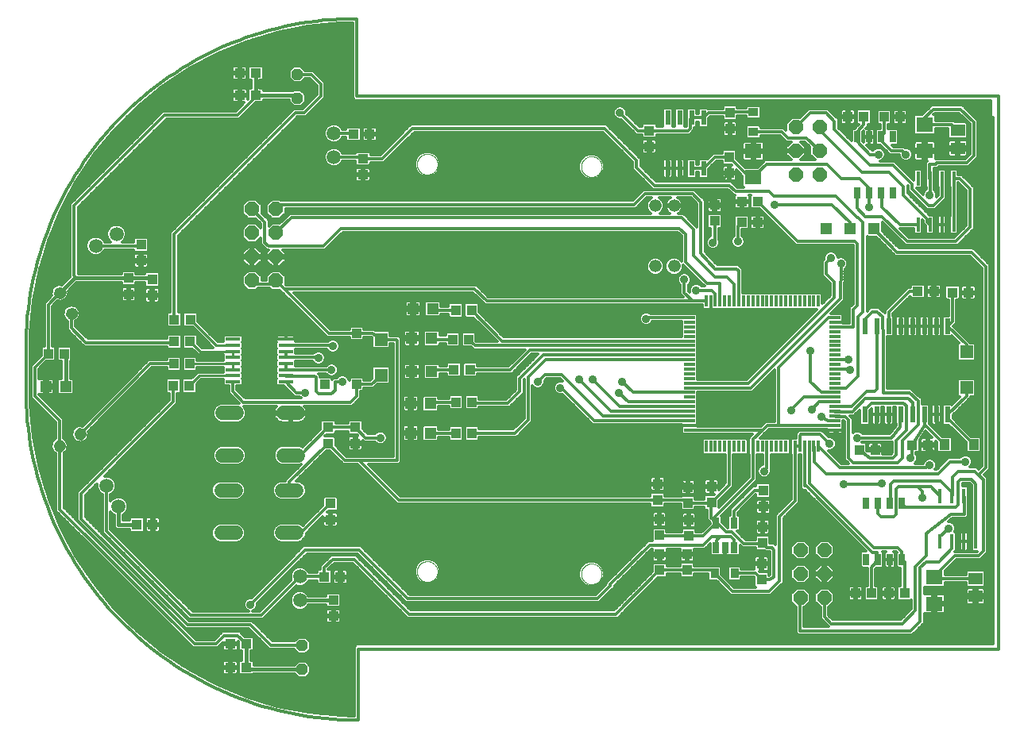
<source format=gtl>
G75*
%MOIN*%
%OFA0B0*%
%FSLAX25Y25*%
%IPPOS*%
%LPD*%
%AMOC8*
5,1,8,0,0,1.08239X$1,22.5*
%
%ADD10C,0.01200*%
%ADD11R,0.02953X0.04724*%
%ADD12R,0.02362X0.06102*%
%ADD13C,0.06000*%
%ADD14R,0.03937X0.04331*%
%ADD15R,0.04331X0.03937*%
%ADD16R,0.07087X0.06299*%
%ADD17R,0.05906X0.05118*%
%ADD18R,0.05512X0.05512*%
%ADD19R,0.02252X0.06657*%
%ADD20R,0.01654X0.05906*%
%ADD21R,0.01575X0.05906*%
%ADD22R,0.03543X0.03937*%
%ADD23R,0.04331X0.04724*%
%ADD24R,0.03937X0.03543*%
%ADD25R,0.04724X0.04724*%
%ADD26C,0.00960*%
%ADD27C,0.05906*%
%ADD28OC8,0.04800*%
%ADD29OC8,0.06000*%
%ADD30R,0.02500X0.05000*%
%ADD31R,0.02600X0.05000*%
%ADD32R,0.03937X0.03937*%
%ADD33C,0.00000*%
%ADD34R,0.04724X0.01181*%
%ADD35R,0.01181X0.04724*%
%ADD36C,0.05250*%
%ADD37R,0.06102X0.01181*%
%ADD38C,0.03543*%
%ADD39C,0.01600*%
%ADD40C,0.01000*%
D10*
X0073668Y0060534D02*
X0089788Y0060534D01*
X0088590Y0061732D02*
X0072256Y0061732D01*
X0072480Y0061508D02*
X0062952Y0071036D01*
X0054405Y0081451D01*
X0046919Y0092655D01*
X0040567Y0104538D01*
X0035411Y0116986D01*
X0031500Y0129880D01*
X0028871Y0143095D01*
X0027550Y0156504D01*
X0027385Y0163241D01*
X0027385Y0180041D01*
X0027550Y0186763D01*
X0028868Y0200143D01*
X0031491Y0213329D01*
X0035393Y0226195D01*
X0040538Y0238616D01*
X0046876Y0250473D01*
X0054346Y0261652D01*
X0062875Y0272045D01*
X0072381Y0281551D01*
X0082774Y0290080D01*
X0093953Y0297550D01*
X0105810Y0303887D01*
X0118231Y0309032D01*
X0131097Y0312935D01*
X0144283Y0315558D01*
X0157663Y0316876D01*
X0162685Y0316999D01*
X0162685Y0285437D01*
X0163485Y0284637D01*
X0163485Y0284241D01*
X0430485Y0284241D01*
X0430485Y0277241D01*
X0431485Y0277241D01*
X0431485Y0056241D01*
X0163985Y0056241D01*
X0163985Y0055245D01*
X0163485Y0054745D01*
X0163485Y0025970D01*
X0157948Y0026106D01*
X0144539Y0027427D01*
X0131324Y0030056D01*
X0118430Y0033967D01*
X0105982Y0039123D01*
X0094099Y0045475D01*
X0082896Y0052961D01*
X0072480Y0061508D01*
X0072480Y0061508D01*
X0071058Y0062931D02*
X0087391Y0062931D01*
X0086193Y0064129D02*
X0069859Y0064129D01*
X0068661Y0065328D02*
X0084994Y0065328D01*
X0083795Y0066526D02*
X0067462Y0066526D01*
X0066263Y0067725D02*
X0082597Y0067725D01*
X0081398Y0068923D02*
X0065065Y0068923D01*
X0063866Y0070122D02*
X0080200Y0070122D01*
X0079001Y0071320D02*
X0062719Y0071320D01*
X0061735Y0072519D02*
X0077803Y0072519D01*
X0076604Y0073717D02*
X0060752Y0073717D01*
X0059768Y0074916D02*
X0075406Y0074916D01*
X0074207Y0076114D02*
X0058785Y0076114D01*
X0057801Y0077313D02*
X0073009Y0077313D01*
X0071810Y0078511D02*
X0056817Y0078511D01*
X0055834Y0079710D02*
X0070612Y0079710D01*
X0069413Y0080908D02*
X0054850Y0080908D01*
X0053967Y0082107D02*
X0068215Y0082107D01*
X0067016Y0083305D02*
X0053166Y0083305D01*
X0052365Y0084504D02*
X0065818Y0084504D01*
X0064619Y0085702D02*
X0051564Y0085702D01*
X0050763Y0086901D02*
X0063421Y0086901D01*
X0062222Y0088100D02*
X0049963Y0088100D01*
X0049162Y0089298D02*
X0061024Y0089298D01*
X0059825Y0090497D02*
X0048361Y0090497D01*
X0047560Y0091695D02*
X0058627Y0091695D01*
X0057428Y0092894D02*
X0046791Y0092894D01*
X0046151Y0094092D02*
X0056230Y0094092D01*
X0055031Y0095291D02*
X0045510Y0095291D01*
X0044869Y0096489D02*
X0053833Y0096489D01*
X0052634Y0097688D02*
X0044229Y0097688D01*
X0043588Y0098886D02*
X0051436Y0098886D01*
X0050237Y0100085D02*
X0042947Y0100085D01*
X0042307Y0101283D02*
X0049039Y0101283D01*
X0047840Y0102482D02*
X0041666Y0102482D01*
X0041026Y0103680D02*
X0046642Y0103680D01*
X0045443Y0104879D02*
X0040426Y0104879D01*
X0039930Y0106077D02*
X0044245Y0106077D01*
X0043046Y0107276D02*
X0039433Y0107276D01*
X0038937Y0108474D02*
X0041848Y0108474D01*
X0040649Y0109673D02*
X0038440Y0109673D01*
X0037944Y0110871D02*
X0039451Y0110871D01*
X0039281Y0111041D02*
X0094828Y0055493D01*
X0095824Y0054498D01*
X0106146Y0054498D01*
X0108259Y0056611D01*
X0108259Y0056582D01*
X0111140Y0056582D01*
X0111140Y0055813D01*
X0111909Y0055813D01*
X0111909Y0056582D01*
X0114790Y0056582D01*
X0114790Y0057221D01*
X0114952Y0057059D01*
X0114952Y0053773D01*
X0115596Y0053129D01*
X0116254Y0053129D01*
X0116254Y0049302D01*
X0115533Y0049302D01*
X0114889Y0048657D01*
X0114889Y0043809D01*
X0115533Y0043165D01*
X0120775Y0043165D01*
X0121133Y0043522D01*
X0138553Y0043522D01*
X0140153Y0041922D01*
X0143053Y0041922D01*
X0145103Y0043972D01*
X0145103Y0046872D01*
X0143053Y0048922D01*
X0140153Y0048922D01*
X0138553Y0047322D01*
X0121420Y0047322D01*
X0121420Y0048657D01*
X0120775Y0049302D01*
X0120054Y0049302D01*
X0120054Y0053129D01*
X0120838Y0053129D01*
X0121483Y0053773D01*
X0121483Y0058622D01*
X0120838Y0059266D01*
X0117553Y0059266D01*
X0115378Y0061441D01*
X0108281Y0061441D01*
X0107285Y0060445D01*
X0104738Y0057898D01*
X0097232Y0057898D01*
X0041685Y0113445D01*
X0041685Y0136415D01*
X0042813Y0137066D01*
X0043564Y0139867D01*
X0042114Y0142378D01*
X0041508Y0142540D01*
X0041508Y0150622D01*
X0031185Y0160945D01*
X0031185Y0160986D01*
X0031415Y0160854D01*
X0031695Y0160779D01*
X0033620Y0160779D01*
X0033620Y0163660D01*
X0034783Y0163660D01*
X0034783Y0164822D01*
X0037664Y0164822D01*
X0037664Y0166748D01*
X0037589Y0167028D01*
X0037444Y0167279D01*
X0037239Y0167483D01*
X0036988Y0167628D01*
X0036709Y0167703D01*
X0034783Y0167703D01*
X0034783Y0164822D01*
X0033620Y0164822D01*
X0033620Y0167703D01*
X0031695Y0167703D01*
X0031415Y0167628D01*
X0031185Y0167496D01*
X0031185Y0171663D01*
X0034270Y0174747D01*
X0037555Y0174747D01*
X0038199Y0175392D01*
X0038199Y0180634D01*
X0037555Y0181278D01*
X0036831Y0181278D01*
X0036831Y0197987D01*
X0039009Y0200166D01*
X0040465Y0199775D01*
X0042976Y0201225D01*
X0043726Y0204026D01*
X0043516Y0204390D01*
X0046979Y0207853D01*
X0065818Y0207853D01*
X0065818Y0207132D01*
X0066462Y0206487D01*
X0071311Y0206487D01*
X0071955Y0207132D01*
X0071955Y0207853D01*
X0075661Y0207853D01*
X0075661Y0206699D01*
X0076305Y0206054D01*
X0081153Y0206054D01*
X0081798Y0206699D01*
X0081798Y0211941D01*
X0081153Y0212585D01*
X0076305Y0212585D01*
X0075661Y0211941D01*
X0075661Y0211653D01*
X0071955Y0211653D01*
X0071955Y0212374D01*
X0071311Y0213018D01*
X0066462Y0213018D01*
X0065818Y0212374D01*
X0065818Y0211653D01*
X0047685Y0211653D01*
X0047685Y0239537D01*
X0084689Y0276541D01*
X0115189Y0276541D01*
X0116185Y0277537D01*
X0122092Y0283444D01*
X0124748Y0283444D01*
X0125392Y0284088D01*
X0125392Y0284613D01*
X0136135Y0284613D01*
X0136135Y0283854D01*
X0138185Y0281804D01*
X0141084Y0281804D01*
X0143135Y0283854D01*
X0143135Y0286754D01*
X0141084Y0288804D01*
X0138185Y0288804D01*
X0137794Y0288413D01*
X0125392Y0288413D01*
X0125392Y0288937D01*
X0124748Y0289581D01*
X0123999Y0289581D01*
X0123999Y0292787D01*
X0124720Y0292787D01*
X0125365Y0293431D01*
X0125365Y0298279D01*
X0124720Y0298924D01*
X0119478Y0298924D01*
X0118834Y0298279D01*
X0118834Y0293431D01*
X0119478Y0292787D01*
X0120199Y0292787D01*
X0120199Y0289581D01*
X0119506Y0289581D01*
X0118861Y0288937D01*
X0118861Y0285021D01*
X0118699Y0284859D01*
X0118699Y0286128D01*
X0115818Y0286128D01*
X0115818Y0283444D01*
X0117284Y0283444D01*
X0113781Y0279941D01*
X0083281Y0279941D01*
X0045281Y0241941D01*
X0044285Y0240945D01*
X0044285Y0210533D01*
X0040709Y0206957D01*
X0039476Y0207287D01*
X0036965Y0205838D01*
X0036215Y0203037D01*
X0036528Y0202493D01*
X0033431Y0199396D01*
X0033431Y0181278D01*
X0032707Y0181278D01*
X0032062Y0180634D01*
X0032062Y0177348D01*
X0027785Y0173071D01*
X0027785Y0159537D01*
X0028781Y0158541D01*
X0038108Y0149214D01*
X0038108Y0142432D01*
X0036802Y0141679D01*
X0036052Y0138878D01*
X0037502Y0136367D01*
X0038285Y0136157D01*
X0038285Y0112037D01*
X0039281Y0111041D01*
X0038285Y0112070D02*
X0037447Y0112070D01*
X0036951Y0113268D02*
X0038285Y0113268D01*
X0038285Y0114467D02*
X0036455Y0114467D01*
X0035958Y0115665D02*
X0038285Y0115665D01*
X0038285Y0116864D02*
X0035462Y0116864D01*
X0035085Y0118062D02*
X0038285Y0118062D01*
X0038285Y0119261D02*
X0034721Y0119261D01*
X0034357Y0120459D02*
X0038285Y0120459D01*
X0038285Y0121658D02*
X0033994Y0121658D01*
X0033630Y0122856D02*
X0038285Y0122856D01*
X0038285Y0124055D02*
X0033267Y0124055D01*
X0032903Y0125253D02*
X0038285Y0125253D01*
X0038285Y0126452D02*
X0032540Y0126452D01*
X0032176Y0127650D02*
X0038285Y0127650D01*
X0038285Y0128849D02*
X0031812Y0128849D01*
X0031466Y0130047D02*
X0038285Y0130047D01*
X0038285Y0131246D02*
X0031228Y0131246D01*
X0030990Y0132444D02*
X0038285Y0132444D01*
X0038285Y0133643D02*
X0030751Y0133643D01*
X0030513Y0134841D02*
X0038285Y0134841D01*
X0038285Y0136040D02*
X0030274Y0136040D01*
X0030036Y0137238D02*
X0036998Y0137238D01*
X0036306Y0138437D02*
X0029798Y0138437D01*
X0029559Y0139636D02*
X0036255Y0139636D01*
X0036576Y0140834D02*
X0029321Y0140834D01*
X0029082Y0142033D02*
X0037415Y0142033D01*
X0038108Y0143231D02*
X0028858Y0143231D01*
X0028740Y0144430D02*
X0038108Y0144430D01*
X0038108Y0145628D02*
X0028622Y0145628D01*
X0028504Y0146827D02*
X0038108Y0146827D01*
X0038108Y0148025D02*
X0028386Y0148025D01*
X0028267Y0149224D02*
X0038098Y0149224D01*
X0036900Y0150422D02*
X0028149Y0150422D01*
X0028031Y0151621D02*
X0035701Y0151621D01*
X0034503Y0152819D02*
X0027913Y0152819D01*
X0027795Y0154018D02*
X0033304Y0154018D01*
X0032106Y0155216D02*
X0027677Y0155216D01*
X0027559Y0156415D02*
X0030907Y0156415D01*
X0029709Y0157613D02*
X0027523Y0157613D01*
X0027494Y0158812D02*
X0028510Y0158812D01*
X0027785Y0160010D02*
X0027464Y0160010D01*
X0027435Y0161209D02*
X0027785Y0161209D01*
X0027785Y0162407D02*
X0027405Y0162407D01*
X0027385Y0163606D02*
X0027785Y0163606D01*
X0027785Y0164804D02*
X0027385Y0164804D01*
X0027385Y0166003D02*
X0027785Y0166003D01*
X0027785Y0167201D02*
X0027385Y0167201D01*
X0027385Y0168400D02*
X0027785Y0168400D01*
X0027785Y0169598D02*
X0027385Y0169598D01*
X0027385Y0170797D02*
X0027785Y0170797D01*
X0027785Y0171995D02*
X0027385Y0171995D01*
X0027385Y0173194D02*
X0027908Y0173194D01*
X0027385Y0174392D02*
X0029106Y0174392D01*
X0030305Y0175591D02*
X0027385Y0175591D01*
X0027385Y0176789D02*
X0031503Y0176789D01*
X0032062Y0177988D02*
X0027385Y0177988D01*
X0027385Y0179186D02*
X0032062Y0179186D01*
X0032062Y0180385D02*
X0027393Y0180385D01*
X0027423Y0181583D02*
X0033431Y0181583D01*
X0033431Y0182782D02*
X0027452Y0182782D01*
X0027482Y0183980D02*
X0033431Y0183980D01*
X0033431Y0185179D02*
X0027511Y0185179D01*
X0027541Y0186377D02*
X0033431Y0186377D01*
X0033431Y0187576D02*
X0027630Y0187576D01*
X0027748Y0188774D02*
X0033431Y0188774D01*
X0033431Y0189973D02*
X0027866Y0189973D01*
X0027984Y0191171D02*
X0033431Y0191171D01*
X0033431Y0192370D02*
X0028102Y0192370D01*
X0028220Y0193569D02*
X0033431Y0193569D01*
X0033431Y0194767D02*
X0028338Y0194767D01*
X0028456Y0195966D02*
X0033431Y0195966D01*
X0033431Y0197164D02*
X0028574Y0197164D01*
X0028692Y0198363D02*
X0033431Y0198363D01*
X0033596Y0199561D02*
X0028811Y0199561D01*
X0028990Y0200760D02*
X0034795Y0200760D01*
X0035993Y0201958D02*
X0029229Y0201958D01*
X0029467Y0203157D02*
X0036247Y0203157D01*
X0036568Y0204355D02*
X0029706Y0204355D01*
X0029944Y0205554D02*
X0036889Y0205554D01*
X0038549Y0206752D02*
X0030182Y0206752D01*
X0030421Y0207951D02*
X0041703Y0207951D01*
X0042901Y0209149D02*
X0030659Y0209149D01*
X0030898Y0210348D02*
X0044100Y0210348D01*
X0044285Y0211546D02*
X0031136Y0211546D01*
X0031374Y0212745D02*
X0044285Y0212745D01*
X0044285Y0213943D02*
X0031677Y0213943D01*
X0032041Y0215142D02*
X0044285Y0215142D01*
X0044285Y0216340D02*
X0032404Y0216340D01*
X0032768Y0217539D02*
X0044285Y0217539D01*
X0044285Y0218737D02*
X0033131Y0218737D01*
X0033495Y0219936D02*
X0044285Y0219936D01*
X0044285Y0221134D02*
X0033858Y0221134D01*
X0034222Y0222333D02*
X0044285Y0222333D01*
X0044285Y0223531D02*
X0034586Y0223531D01*
X0034949Y0224730D02*
X0044285Y0224730D01*
X0044285Y0225928D02*
X0035313Y0225928D01*
X0035780Y0227127D02*
X0044285Y0227127D01*
X0044285Y0228325D02*
X0036276Y0228325D01*
X0036772Y0229524D02*
X0044285Y0229524D01*
X0044285Y0230722D02*
X0037269Y0230722D01*
X0037765Y0231921D02*
X0044285Y0231921D01*
X0044285Y0233119D02*
X0038262Y0233119D01*
X0038758Y0234318D02*
X0044285Y0234318D01*
X0044285Y0235516D02*
X0039255Y0235516D01*
X0039751Y0236715D02*
X0044285Y0236715D01*
X0044285Y0237913D02*
X0040247Y0237913D01*
X0040804Y0239112D02*
X0044285Y0239112D01*
X0044285Y0240310D02*
X0041444Y0240310D01*
X0042085Y0241509D02*
X0044849Y0241509D01*
X0046047Y0242707D02*
X0042725Y0242707D01*
X0043366Y0243906D02*
X0047246Y0243906D01*
X0048444Y0245105D02*
X0044007Y0245105D01*
X0044647Y0246303D02*
X0049643Y0246303D01*
X0050841Y0247502D02*
X0045288Y0247502D01*
X0045929Y0248700D02*
X0052040Y0248700D01*
X0053238Y0249899D02*
X0046569Y0249899D01*
X0047293Y0251097D02*
X0054437Y0251097D01*
X0055636Y0252296D02*
X0048094Y0252296D01*
X0048895Y0253494D02*
X0056834Y0253494D01*
X0058033Y0254693D02*
X0049696Y0254693D01*
X0050496Y0255891D02*
X0059231Y0255891D01*
X0060430Y0257090D02*
X0051297Y0257090D01*
X0052098Y0258288D02*
X0061628Y0258288D01*
X0062827Y0259487D02*
X0052899Y0259487D01*
X0053700Y0260685D02*
X0064025Y0260685D01*
X0065224Y0261884D02*
X0054536Y0261884D01*
X0055520Y0263082D02*
X0066422Y0263082D01*
X0067621Y0264281D02*
X0056503Y0264281D01*
X0057487Y0265479D02*
X0068819Y0265479D01*
X0070018Y0266678D02*
X0058470Y0266678D01*
X0059454Y0267876D02*
X0071216Y0267876D01*
X0072415Y0269075D02*
X0060437Y0269075D01*
X0061421Y0270273D02*
X0073613Y0270273D01*
X0074812Y0271472D02*
X0062405Y0271472D01*
X0063500Y0272670D02*
X0076010Y0272670D01*
X0077209Y0273869D02*
X0064699Y0273869D01*
X0065898Y0275067D02*
X0078407Y0275067D01*
X0079606Y0276266D02*
X0067096Y0276266D01*
X0068295Y0277464D02*
X0080804Y0277464D01*
X0082003Y0278663D02*
X0069493Y0278663D01*
X0070692Y0279861D02*
X0083201Y0279861D01*
X0083985Y0278241D02*
X0045985Y0240241D01*
X0045985Y0210753D01*
X0046985Y0209753D01*
X0047685Y0212745D02*
X0066189Y0212745D01*
X0070826Y0214702D02*
X0070971Y0214451D01*
X0071176Y0214247D01*
X0071427Y0214102D01*
X0071706Y0214027D01*
X0073632Y0214027D01*
X0073632Y0216711D01*
X0070751Y0216711D01*
X0070751Y0214982D01*
X0070826Y0214702D01*
X0070751Y0215142D02*
X0047685Y0215142D01*
X0047685Y0216340D02*
X0070751Y0216340D01*
X0070751Y0217480D02*
X0070751Y0219209D01*
X0070826Y0219488D01*
X0070971Y0219739D01*
X0071176Y0219944D01*
X0071427Y0220089D01*
X0071706Y0220164D01*
X0073632Y0220164D01*
X0073632Y0217480D01*
X0074401Y0217480D01*
X0074401Y0220164D01*
X0076327Y0220164D01*
X0076606Y0220089D01*
X0076857Y0219944D01*
X0077062Y0219739D01*
X0077207Y0219488D01*
X0077282Y0219209D01*
X0077282Y0217480D01*
X0074401Y0217480D01*
X0074401Y0216711D01*
X0077282Y0216711D01*
X0077282Y0214982D01*
X0077207Y0214702D01*
X0077062Y0214451D01*
X0076857Y0214247D01*
X0076606Y0214102D01*
X0076327Y0214027D01*
X0074401Y0214027D01*
X0074401Y0216711D01*
X0073632Y0216711D01*
X0073632Y0217480D01*
X0070751Y0217480D01*
X0070751Y0217539D02*
X0047685Y0217539D01*
X0047685Y0218737D02*
X0070751Y0218737D01*
X0071168Y0219936D02*
X0057403Y0219936D01*
X0057342Y0219874D02*
X0058482Y0221014D01*
X0058729Y0221610D01*
X0070751Y0221610D01*
X0070751Y0221364D01*
X0071396Y0220720D01*
X0076638Y0220720D01*
X0077282Y0221364D01*
X0077282Y0226212D01*
X0076638Y0226857D01*
X0071396Y0226857D01*
X0070751Y0226212D01*
X0070751Y0225010D01*
X0066138Y0225010D01*
X0067142Y0226014D01*
X0067759Y0227504D01*
X0067759Y0229116D01*
X0067142Y0230606D01*
X0066002Y0231746D01*
X0064512Y0232363D01*
X0062900Y0232363D01*
X0061411Y0231746D01*
X0060271Y0230606D01*
X0059654Y0229116D01*
X0059654Y0227504D01*
X0060271Y0226014D01*
X0061275Y0225010D01*
X0058729Y0225010D01*
X0058482Y0225606D01*
X0057342Y0226746D01*
X0055852Y0227363D01*
X0054240Y0227363D01*
X0052750Y0226746D01*
X0051610Y0225606D01*
X0050993Y0224116D01*
X0050993Y0222504D01*
X0051610Y0221014D01*
X0052750Y0219874D01*
X0054240Y0219257D01*
X0055852Y0219257D01*
X0057342Y0219874D01*
X0058531Y0221134D02*
X0070981Y0221134D01*
X0073632Y0219936D02*
X0074401Y0219936D01*
X0074401Y0218737D02*
X0073632Y0218737D01*
X0073632Y0217539D02*
X0074401Y0217539D01*
X0074401Y0216340D02*
X0073632Y0216340D01*
X0073632Y0215142D02*
X0074401Y0215142D01*
X0077282Y0215142D02*
X0086301Y0215142D01*
X0086301Y0216340D02*
X0077282Y0216340D01*
X0077282Y0217539D02*
X0086301Y0217539D01*
X0086301Y0218737D02*
X0077282Y0218737D01*
X0076866Y0219936D02*
X0086301Y0219936D01*
X0086301Y0221134D02*
X0077052Y0221134D01*
X0077282Y0222333D02*
X0086301Y0222333D01*
X0086301Y0223531D02*
X0077282Y0223531D01*
X0077282Y0224730D02*
X0086301Y0224730D01*
X0086301Y0225928D02*
X0077282Y0225928D01*
X0074017Y0223788D02*
X0073539Y0223310D01*
X0055046Y0223310D01*
X0051247Y0224730D02*
X0047685Y0224730D01*
X0047685Y0225928D02*
X0051933Y0225928D01*
X0053670Y0227127D02*
X0047685Y0227127D01*
X0047685Y0228325D02*
X0059654Y0228325D01*
X0059810Y0227127D02*
X0056422Y0227127D01*
X0058159Y0225928D02*
X0060357Y0225928D01*
X0059822Y0229524D02*
X0047685Y0229524D01*
X0047685Y0230722D02*
X0060387Y0230722D01*
X0061833Y0231921D02*
X0047685Y0231921D01*
X0047685Y0233119D02*
X0090459Y0233119D01*
X0089261Y0231921D02*
X0065580Y0231921D01*
X0067026Y0230722D02*
X0088062Y0230722D01*
X0086864Y0229524D02*
X0067590Y0229524D01*
X0067759Y0228325D02*
X0086301Y0228325D01*
X0086301Y0228961D02*
X0086301Y0195656D01*
X0085577Y0195656D01*
X0084932Y0195012D01*
X0084932Y0189770D01*
X0085577Y0189125D01*
X0090425Y0189125D01*
X0091069Y0189770D01*
X0091069Y0195012D01*
X0090425Y0195656D01*
X0089701Y0195656D01*
X0089701Y0227553D01*
X0139689Y0277541D01*
X0143189Y0277541D01*
X0150189Y0284541D01*
X0151185Y0285537D01*
X0151185Y0291945D01*
X0147185Y0295945D01*
X0146189Y0296941D01*
X0142947Y0296941D01*
X0141084Y0298804D01*
X0138185Y0298804D01*
X0136135Y0296754D01*
X0136135Y0293854D01*
X0138185Y0291804D01*
X0141084Y0291804D01*
X0142821Y0293541D01*
X0144781Y0293541D01*
X0147785Y0290537D01*
X0147785Y0286945D01*
X0141781Y0280941D01*
X0138281Y0280941D01*
X0137285Y0279945D01*
X0086301Y0228961D01*
X0086301Y0227127D02*
X0067603Y0227127D01*
X0067056Y0225928D02*
X0070751Y0225928D01*
X0071584Y0212745D02*
X0086301Y0212745D01*
X0086301Y0213943D02*
X0047685Y0213943D01*
X0047685Y0219936D02*
X0052689Y0219936D01*
X0051561Y0221134D02*
X0047685Y0221134D01*
X0047685Y0222333D02*
X0051064Y0222333D01*
X0050993Y0223531D02*
X0047685Y0223531D01*
X0047685Y0234318D02*
X0091658Y0234318D01*
X0092856Y0235516D02*
X0047685Y0235516D01*
X0047685Y0236715D02*
X0094055Y0236715D01*
X0095253Y0237913D02*
X0047685Y0237913D01*
X0047685Y0239112D02*
X0096452Y0239112D01*
X0097650Y0240310D02*
X0048459Y0240310D01*
X0049657Y0241509D02*
X0098849Y0241509D01*
X0100047Y0242707D02*
X0050856Y0242707D01*
X0052054Y0243906D02*
X0101246Y0243906D01*
X0102444Y0245105D02*
X0053253Y0245105D01*
X0054451Y0246303D02*
X0103643Y0246303D01*
X0104841Y0247502D02*
X0055650Y0247502D01*
X0056848Y0248700D02*
X0106040Y0248700D01*
X0107238Y0249899D02*
X0058047Y0249899D01*
X0059245Y0251097D02*
X0108437Y0251097D01*
X0109636Y0252296D02*
X0060444Y0252296D01*
X0061642Y0253494D02*
X0110834Y0253494D01*
X0112033Y0254693D02*
X0062841Y0254693D01*
X0064039Y0255891D02*
X0113231Y0255891D01*
X0114430Y0257090D02*
X0065238Y0257090D01*
X0066436Y0258288D02*
X0115628Y0258288D01*
X0116827Y0259487D02*
X0067635Y0259487D01*
X0068833Y0260685D02*
X0118025Y0260685D01*
X0119224Y0261884D02*
X0070032Y0261884D01*
X0071230Y0263082D02*
X0120422Y0263082D01*
X0121621Y0264281D02*
X0072429Y0264281D01*
X0073627Y0265479D02*
X0122819Y0265479D01*
X0124018Y0266678D02*
X0074826Y0266678D01*
X0076024Y0267876D02*
X0125216Y0267876D01*
X0126415Y0269075D02*
X0077223Y0269075D01*
X0078421Y0270273D02*
X0127613Y0270273D01*
X0128812Y0271472D02*
X0079620Y0271472D01*
X0080819Y0272670D02*
X0130010Y0272670D01*
X0131209Y0273869D02*
X0082017Y0273869D01*
X0083216Y0275067D02*
X0132407Y0275067D01*
X0133606Y0276266D02*
X0084414Y0276266D01*
X0083985Y0278241D02*
X0114485Y0278241D01*
X0122099Y0285855D01*
X0122099Y0286540D01*
X0118861Y0287052D02*
X0118699Y0287052D01*
X0118699Y0286897D02*
X0118699Y0288626D01*
X0118624Y0288906D01*
X0118479Y0289157D01*
X0118275Y0289361D01*
X0118024Y0289506D01*
X0117744Y0289581D01*
X0115818Y0289581D01*
X0115818Y0286897D01*
X0115050Y0286897D01*
X0115050Y0289581D01*
X0113124Y0289581D01*
X0112844Y0289506D01*
X0112593Y0289361D01*
X0112388Y0289157D01*
X0112243Y0288906D01*
X0112169Y0288626D01*
X0112169Y0286897D01*
X0115050Y0286897D01*
X0115050Y0286128D01*
X0115818Y0286128D01*
X0115818Y0286897D01*
X0118699Y0286897D01*
X0118699Y0285854D02*
X0118861Y0285854D01*
X0118861Y0288251D02*
X0118699Y0288251D01*
X0118122Y0289449D02*
X0119374Y0289449D01*
X0120199Y0290648D02*
X0083624Y0290648D01*
X0082005Y0289449D02*
X0112746Y0289449D01*
X0112169Y0288251D02*
X0080545Y0288251D01*
X0079085Y0287052D02*
X0112169Y0287052D01*
X0112169Y0286128D02*
X0112169Y0284399D01*
X0112243Y0284120D01*
X0112388Y0283869D01*
X0112593Y0283664D01*
X0112844Y0283519D01*
X0113124Y0283444D01*
X0115050Y0283444D01*
X0115050Y0286128D01*
X0112169Y0286128D01*
X0112169Y0285854D02*
X0077624Y0285854D01*
X0076164Y0284655D02*
X0112169Y0284655D01*
X0113076Y0283457D02*
X0074703Y0283457D01*
X0073243Y0282258D02*
X0116098Y0282258D01*
X0115818Y0283457D02*
X0115050Y0283457D01*
X0115050Y0284655D02*
X0115818Y0284655D01*
X0115818Y0285854D02*
X0115050Y0285854D01*
X0115050Y0287052D02*
X0115818Y0287052D01*
X0115818Y0288251D02*
X0115050Y0288251D01*
X0115050Y0289449D02*
X0115818Y0289449D01*
X0115791Y0292787D02*
X0117716Y0292787D01*
X0117996Y0292862D01*
X0118247Y0293006D01*
X0118452Y0293211D01*
X0118597Y0293462D01*
X0118672Y0293742D01*
X0118672Y0295471D01*
X0115791Y0295471D01*
X0115791Y0296239D01*
X0118672Y0296239D01*
X0118672Y0297968D01*
X0118597Y0298248D01*
X0118452Y0298499D01*
X0118247Y0298704D01*
X0117996Y0298849D01*
X0117716Y0298924D01*
X0115791Y0298924D01*
X0115791Y0296239D01*
X0115022Y0296239D01*
X0115022Y0295471D01*
X0112141Y0295471D01*
X0112141Y0293742D01*
X0112216Y0293462D01*
X0112361Y0293211D01*
X0112566Y0293006D01*
X0112816Y0292862D01*
X0113096Y0292787D01*
X0115022Y0292787D01*
X0115022Y0295471D01*
X0115791Y0295471D01*
X0115791Y0292787D01*
X0115791Y0293045D02*
X0115022Y0293045D01*
X0115022Y0294243D02*
X0115791Y0294243D01*
X0115791Y0295442D02*
X0115022Y0295442D01*
X0115022Y0296239D02*
X0112141Y0296239D01*
X0112141Y0297968D01*
X0112216Y0298248D01*
X0112361Y0298499D01*
X0112566Y0298704D01*
X0112816Y0298849D01*
X0113096Y0298924D01*
X0115022Y0298924D01*
X0115022Y0296239D01*
X0115022Y0296640D02*
X0115791Y0296640D01*
X0115791Y0297839D02*
X0115022Y0297839D01*
X0112141Y0297839D02*
X0094494Y0297839D01*
X0092592Y0296640D02*
X0112141Y0296640D01*
X0112141Y0295442D02*
X0090798Y0295442D01*
X0089005Y0294243D02*
X0112141Y0294243D01*
X0112527Y0293045D02*
X0087211Y0293045D01*
X0085417Y0291846D02*
X0120199Y0291846D01*
X0119220Y0293045D02*
X0118286Y0293045D01*
X0118672Y0294243D02*
X0118834Y0294243D01*
X0118834Y0295442D02*
X0118672Y0295442D01*
X0118672Y0296640D02*
X0118834Y0296640D01*
X0118834Y0297839D02*
X0118672Y0297839D01*
X0125365Y0297839D02*
X0137220Y0297839D01*
X0136135Y0296640D02*
X0125365Y0296640D01*
X0125365Y0295442D02*
X0136135Y0295442D01*
X0136135Y0294243D02*
X0125365Y0294243D01*
X0124979Y0293045D02*
X0136944Y0293045D01*
X0138142Y0291846D02*
X0123999Y0291846D01*
X0123999Y0290648D02*
X0147674Y0290648D01*
X0147785Y0289449D02*
X0124879Y0289449D01*
X0124761Y0283457D02*
X0136532Y0283457D01*
X0137730Y0282258D02*
X0120907Y0282258D01*
X0119708Y0281060D02*
X0141900Y0281060D01*
X0141539Y0282258D02*
X0143098Y0282258D01*
X0142737Y0283457D02*
X0144297Y0283457D01*
X0143135Y0284655D02*
X0145495Y0284655D01*
X0146694Y0285854D02*
X0143135Y0285854D01*
X0142836Y0287052D02*
X0147785Y0287052D01*
X0147785Y0288251D02*
X0141637Y0288251D01*
X0141127Y0291846D02*
X0146475Y0291846D01*
X0145277Y0293045D02*
X0142325Y0293045D01*
X0139698Y0295241D02*
X0145485Y0295241D01*
X0149485Y0291241D01*
X0149485Y0286241D01*
X0142485Y0279241D01*
X0138985Y0279241D01*
X0088001Y0228257D01*
X0088001Y0192391D01*
X0091069Y0192370D02*
X0091625Y0192370D01*
X0091625Y0193569D02*
X0091069Y0193569D01*
X0091069Y0194767D02*
X0091625Y0194767D01*
X0091625Y0195012D02*
X0092270Y0195656D01*
X0097118Y0195656D01*
X0097762Y0195012D01*
X0097762Y0191585D01*
X0106164Y0183183D01*
X0108523Y0183183D01*
X0108523Y0185189D01*
X0109167Y0185833D01*
X0116181Y0185833D01*
X0116825Y0185189D01*
X0116825Y0183096D01*
X0116592Y0182863D01*
X0116825Y0182630D01*
X0116825Y0180537D01*
X0116592Y0180304D01*
X0116825Y0180071D01*
X0116825Y0177978D01*
X0116592Y0177745D01*
X0116825Y0177512D01*
X0116825Y0175419D01*
X0116592Y0175186D01*
X0116825Y0174952D01*
X0116825Y0172860D01*
X0116592Y0172627D01*
X0116825Y0172393D01*
X0116825Y0170301D01*
X0116592Y0170068D01*
X0116825Y0169834D01*
X0116825Y0167742D01*
X0116592Y0167509D01*
X0116825Y0167275D01*
X0116825Y0165183D01*
X0116181Y0164539D01*
X0114185Y0164539D01*
X0114185Y0162945D01*
X0117689Y0159441D01*
X0141224Y0159441D01*
X0140624Y0160041D01*
X0138505Y0160041D01*
X0134008Y0164539D01*
X0131214Y0164539D01*
X0130570Y0165183D01*
X0130570Y0167275D01*
X0130803Y0167509D01*
X0130570Y0167742D01*
X0130570Y0169834D01*
X0130803Y0170068D01*
X0130570Y0170301D01*
X0130570Y0172393D01*
X0130803Y0172627D01*
X0130570Y0172860D01*
X0130570Y0174952D01*
X0130803Y0175186D01*
X0130570Y0175419D01*
X0130570Y0177512D01*
X0130803Y0177745D01*
X0130570Y0177978D01*
X0130570Y0180071D01*
X0130803Y0180304D01*
X0130570Y0180537D01*
X0130570Y0182630D01*
X0130803Y0182863D01*
X0130790Y0182877D01*
X0130645Y0183127D01*
X0130570Y0183407D01*
X0130570Y0184142D01*
X0134721Y0184142D01*
X0134721Y0184143D01*
X0134721Y0185833D01*
X0131525Y0185833D01*
X0131245Y0185758D01*
X0130995Y0185613D01*
X0130790Y0185408D01*
X0130645Y0185158D01*
X0130570Y0184878D01*
X0130570Y0184143D01*
X0134721Y0184143D01*
X0134721Y0184143D01*
X0134721Y0185833D01*
X0137917Y0185833D01*
X0138197Y0185758D01*
X0138448Y0185613D01*
X0138653Y0185408D01*
X0138797Y0185158D01*
X0138872Y0184878D01*
X0138872Y0184143D01*
X0134721Y0184143D01*
X0134721Y0184142D01*
X0138872Y0184142D01*
X0138872Y0183407D01*
X0138839Y0183283D01*
X0152466Y0183283D01*
X0152858Y0183675D01*
X0153914Y0184113D01*
X0155056Y0184113D01*
X0156112Y0183675D01*
X0156920Y0182868D01*
X0157357Y0181812D01*
X0157357Y0180670D01*
X0156920Y0179614D01*
X0156112Y0178806D01*
X0155056Y0178369D01*
X0153914Y0178369D01*
X0152858Y0178806D01*
X0152051Y0179614D01*
X0151939Y0179883D01*
X0138872Y0179883D01*
X0138872Y0178165D01*
X0146348Y0178165D01*
X0146858Y0178675D01*
X0147914Y0179113D01*
X0149056Y0179113D01*
X0150112Y0178675D01*
X0150920Y0177868D01*
X0151357Y0176812D01*
X0151357Y0175670D01*
X0150920Y0174614D01*
X0150112Y0173806D01*
X0149056Y0173369D01*
X0147914Y0173369D01*
X0146858Y0173806D01*
X0146051Y0174614D01*
X0145988Y0174765D01*
X0138872Y0174765D01*
X0138872Y0173047D01*
X0151730Y0173047D01*
X0152358Y0173675D01*
X0153414Y0174113D01*
X0154556Y0174113D01*
X0155612Y0173675D01*
X0156420Y0172868D01*
X0156857Y0171812D01*
X0156857Y0170670D01*
X0156420Y0169614D01*
X0155612Y0168806D01*
X0154556Y0168369D01*
X0153414Y0168369D01*
X0152358Y0168806D01*
X0151551Y0169614D01*
X0151537Y0169647D01*
X0148483Y0169647D01*
X0148685Y0169445D01*
X0149185Y0168945D01*
X0149185Y0168345D01*
X0153456Y0168345D01*
X0154101Y0167701D01*
X0154101Y0167261D01*
X0154781Y0167941D01*
X0156124Y0167941D01*
X0156858Y0168675D01*
X0157914Y0169113D01*
X0159056Y0169113D01*
X0160112Y0168675D01*
X0160920Y0167868D01*
X0161350Y0166829D01*
X0161350Y0167701D01*
X0161994Y0168345D01*
X0166842Y0168345D01*
X0167487Y0167701D01*
X0167487Y0166976D01*
X0170277Y0166976D01*
X0170917Y0167616D01*
X0170917Y0172279D01*
X0171561Y0172924D01*
X0177984Y0172924D01*
X0178628Y0172279D01*
X0178628Y0165856D01*
X0177984Y0165212D01*
X0173321Y0165212D01*
X0172681Y0164572D01*
X0171685Y0163576D01*
X0167487Y0163576D01*
X0167487Y0162852D01*
X0166842Y0162208D01*
X0166118Y0162208D01*
X0166118Y0159470D01*
X0163685Y0157037D01*
X0162689Y0156041D01*
X0142683Y0156041D01*
X0142912Y0155812D01*
X0143292Y0155290D01*
X0143585Y0154715D01*
X0143784Y0154101D01*
X0143873Y0153541D01*
X0137185Y0153541D01*
X0137185Y0152741D01*
X0143873Y0152741D01*
X0143784Y0152181D01*
X0143585Y0151567D01*
X0143292Y0150992D01*
X0142912Y0150470D01*
X0142456Y0150014D01*
X0141934Y0149634D01*
X0141359Y0149341D01*
X0140745Y0149142D01*
X0140108Y0149041D01*
X0137185Y0149041D01*
X0137185Y0152741D01*
X0136385Y0152741D01*
X0129697Y0152741D01*
X0129786Y0152181D01*
X0129985Y0151567D01*
X0130278Y0150992D01*
X0130658Y0150470D01*
X0131114Y0150014D01*
X0131636Y0149634D01*
X0132211Y0149341D01*
X0132825Y0149142D01*
X0133462Y0149041D01*
X0136385Y0149041D01*
X0136385Y0152741D01*
X0136385Y0153541D01*
X0129697Y0153541D01*
X0129786Y0154101D01*
X0129985Y0154715D01*
X0130278Y0155290D01*
X0130658Y0155812D01*
X0130887Y0156041D01*
X0117083Y0156041D01*
X0117661Y0155463D01*
X0118285Y0153956D01*
X0118285Y0152325D01*
X0117661Y0150818D01*
X0116507Y0149665D01*
X0115001Y0149041D01*
X0107369Y0149041D01*
X0105863Y0149665D01*
X0104709Y0150818D01*
X0104085Y0152325D01*
X0104085Y0153956D01*
X0104709Y0155463D01*
X0105863Y0156617D01*
X0107369Y0157241D01*
X0115001Y0157241D01*
X0115138Y0157184D01*
X0111781Y0160541D01*
X0110785Y0161537D01*
X0110785Y0164539D01*
X0109167Y0164539D01*
X0108523Y0165183D01*
X0108523Y0167188D01*
X0099171Y0167188D01*
X0097392Y0165409D01*
X0097392Y0161982D01*
X0096748Y0161338D01*
X0091899Y0161338D01*
X0091255Y0161982D01*
X0091255Y0167224D01*
X0091899Y0167868D01*
X0095326Y0167868D01*
X0097846Y0170388D01*
X0108523Y0170388D01*
X0108523Y0172200D01*
X0097514Y0172200D01*
X0097514Y0171179D01*
X0096870Y0170535D01*
X0092022Y0170535D01*
X0091377Y0171179D01*
X0091377Y0176421D01*
X0092022Y0177065D01*
X0096870Y0177065D01*
X0097514Y0176421D01*
X0097514Y0175400D01*
X0108542Y0175400D01*
X0108523Y0175419D01*
X0108523Y0177424D01*
X0098098Y0177424D01*
X0095645Y0179877D01*
X0092218Y0179877D01*
X0091574Y0180522D01*
X0091574Y0185764D01*
X0092218Y0186408D01*
X0097067Y0186408D01*
X0097711Y0185764D01*
X0097711Y0182337D01*
X0099423Y0180624D01*
X0104197Y0180624D01*
X0095696Y0189125D01*
X0092270Y0189125D01*
X0091625Y0189770D01*
X0091625Y0195012D01*
X0089701Y0195966D02*
X0140998Y0195966D01*
X0139799Y0197164D02*
X0089701Y0197164D01*
X0089701Y0198363D02*
X0138601Y0198363D01*
X0137402Y0199561D02*
X0089701Y0199561D01*
X0089701Y0200760D02*
X0136204Y0200760D01*
X0135005Y0201958D02*
X0089701Y0201958D01*
X0089701Y0203157D02*
X0133807Y0203157D01*
X0132608Y0204355D02*
X0089701Y0204355D01*
X0089701Y0205554D02*
X0118016Y0205554D01*
X0118905Y0204665D02*
X0116503Y0207066D01*
X0116503Y0210463D01*
X0118905Y0212865D01*
X0122301Y0212865D01*
X0124703Y0210463D01*
X0124703Y0209012D01*
X0126503Y0209012D01*
X0126503Y0210463D01*
X0128905Y0212865D01*
X0132301Y0212865D01*
X0134703Y0210463D01*
X0134703Y0207069D01*
X0134831Y0206941D01*
X0214689Y0206941D01*
X0215685Y0205945D01*
X0219788Y0201843D01*
X0301479Y0201843D01*
X0300285Y0203037D01*
X0300285Y0206880D01*
X0299551Y0207614D01*
X0299113Y0208670D01*
X0299113Y0209812D01*
X0299551Y0210868D01*
X0300358Y0211675D01*
X0301414Y0212113D01*
X0302556Y0212113D01*
X0303612Y0211675D01*
X0304420Y0210868D01*
X0304857Y0209812D01*
X0304857Y0208670D01*
X0304420Y0207614D01*
X0303685Y0206880D01*
X0303685Y0204445D01*
X0304222Y0203909D01*
X0304113Y0204170D01*
X0304113Y0205312D01*
X0304551Y0206368D01*
X0305358Y0207175D01*
X0306414Y0207613D01*
X0307556Y0207613D01*
X0308612Y0207175D01*
X0309346Y0206441D01*
X0310381Y0206441D01*
X0309785Y0207037D01*
X0301434Y0215387D01*
X0301434Y0214008D01*
X0300867Y0212639D01*
X0299819Y0211591D01*
X0298450Y0211024D01*
X0296968Y0211024D01*
X0295599Y0211591D01*
X0294552Y0212639D01*
X0293984Y0214008D01*
X0293984Y0215490D01*
X0294552Y0216859D01*
X0295599Y0217907D01*
X0296968Y0218474D01*
X0298450Y0218474D01*
X0299819Y0217907D01*
X0300785Y0216941D01*
X0300785Y0227537D01*
X0299281Y0229041D01*
X0158689Y0229041D01*
X0151189Y0221541D01*
X0133625Y0221541D01*
X0134703Y0220463D01*
X0134703Y0219165D01*
X0131003Y0219165D01*
X0131003Y0218365D01*
X0134703Y0218365D01*
X0134703Y0217066D01*
X0132301Y0214665D01*
X0131003Y0214665D01*
X0131003Y0218364D01*
X0130203Y0218364D01*
X0130203Y0214665D01*
X0128905Y0214665D01*
X0126503Y0217066D01*
X0126503Y0218365D01*
X0130203Y0218365D01*
X0130203Y0219165D01*
X0126503Y0219165D01*
X0126503Y0220463D01*
X0127581Y0221541D01*
X0126781Y0221541D01*
X0125785Y0222537D01*
X0124285Y0224037D01*
X0124285Y0226648D01*
X0122301Y0224665D01*
X0118905Y0224665D01*
X0116503Y0227066D01*
X0116503Y0230463D01*
X0118905Y0232865D01*
X0122301Y0232865D01*
X0124285Y0230881D01*
X0124285Y0232679D01*
X0122299Y0234665D01*
X0118905Y0234665D01*
X0116503Y0237066D01*
X0116503Y0240463D01*
X0118905Y0242865D01*
X0122301Y0242865D01*
X0124703Y0240463D01*
X0124703Y0237069D01*
X0126689Y0235083D01*
X0127685Y0234087D01*
X0127685Y0231645D01*
X0128905Y0232865D01*
X0132299Y0232865D01*
X0135380Y0235945D01*
X0135380Y0235945D01*
X0136375Y0236941D01*
X0287891Y0236941D01*
X0287710Y0237016D01*
X0286662Y0238064D01*
X0286095Y0239433D01*
X0286095Y0240915D01*
X0286662Y0242284D01*
X0287710Y0243332D01*
X0288214Y0243541D01*
X0286189Y0243541D01*
X0281689Y0239041D01*
X0134703Y0239041D01*
X0134703Y0237066D01*
X0132301Y0234665D01*
X0128905Y0234665D01*
X0126503Y0237066D01*
X0126503Y0240463D01*
X0128905Y0242865D01*
X0132301Y0242865D01*
X0132725Y0242441D01*
X0280281Y0242441D01*
X0283785Y0245945D01*
X0284781Y0246941D01*
X0306189Y0246941D01*
X0309689Y0243441D01*
X0310685Y0242445D01*
X0310685Y0220906D01*
X0315729Y0215441D01*
X0324689Y0215441D01*
X0325555Y0214575D01*
X0326551Y0213579D01*
X0326551Y0203605D01*
X0359362Y0203605D01*
X0360006Y0202960D01*
X0360006Y0199166D01*
X0363285Y0202445D01*
X0363285Y0207537D01*
X0359785Y0211037D01*
X0359785Y0216945D01*
X0360613Y0217773D01*
X0360613Y0218812D01*
X0361051Y0219868D01*
X0361858Y0220675D01*
X0362914Y0221113D01*
X0364056Y0221113D01*
X0365112Y0220675D01*
X0365920Y0219868D01*
X0366357Y0218812D01*
X0366357Y0218499D01*
X0367114Y0218813D01*
X0368256Y0218813D01*
X0369312Y0218375D01*
X0370120Y0217568D01*
X0370557Y0216512D01*
X0370557Y0215370D01*
X0370120Y0214314D01*
X0369353Y0213547D01*
X0369185Y0201229D01*
X0369185Y0200537D01*
X0369175Y0200527D01*
X0369175Y0200514D01*
X0368679Y0200031D01*
X0363592Y0194943D01*
X0364492Y0194943D01*
X0364501Y0194953D01*
X0365910Y0194953D01*
X0365919Y0194943D01*
X0368023Y0194943D01*
X0368668Y0194299D01*
X0368668Y0192207D01*
X0368628Y0192167D01*
X0368668Y0192020D01*
X0368668Y0191284D01*
X0365206Y0191284D01*
X0365206Y0191284D01*
X0368668Y0191284D01*
X0368668Y0191016D01*
X0371285Y0191016D01*
X0371285Y0197445D01*
X0372281Y0198441D01*
X0372785Y0198945D01*
X0372785Y0223537D01*
X0372781Y0223541D01*
X0348836Y0223541D01*
X0347840Y0224537D01*
X0333555Y0238822D01*
X0330270Y0238822D01*
X0329625Y0239466D01*
X0329625Y0244315D01*
X0329851Y0244541D01*
X0329237Y0244541D01*
X0329243Y0244534D01*
X0329388Y0244284D01*
X0329463Y0244004D01*
X0329463Y0242275D01*
X0326582Y0242275D01*
X0326582Y0241506D01*
X0326582Y0238822D01*
X0328508Y0238822D01*
X0328788Y0238897D01*
X0329038Y0239042D01*
X0329243Y0239247D01*
X0329388Y0239497D01*
X0329463Y0239777D01*
X0329463Y0241506D01*
X0326582Y0241506D01*
X0325813Y0241506D01*
X0322932Y0241506D01*
X0322932Y0239777D01*
X0323007Y0239497D01*
X0323152Y0239247D01*
X0323357Y0239042D01*
X0323608Y0238897D01*
X0323887Y0238822D01*
X0325813Y0238822D01*
X0325813Y0241506D01*
X0325813Y0242275D01*
X0322932Y0242275D01*
X0322932Y0244004D01*
X0323007Y0244284D01*
X0323152Y0244534D01*
X0323159Y0244541D01*
X0322781Y0244541D01*
X0321785Y0245537D01*
X0320281Y0247041D01*
X0288781Y0247041D01*
X0287785Y0248037D01*
X0280285Y0255537D01*
X0280285Y0258537D01*
X0267781Y0271041D01*
X0188689Y0271041D01*
X0175878Y0258230D01*
X0170416Y0258230D01*
X0170416Y0257506D01*
X0169771Y0256861D01*
X0164529Y0256861D01*
X0163885Y0257506D01*
X0163885Y0258895D01*
X0158632Y0258895D01*
X0158385Y0258299D01*
X0157245Y0257159D01*
X0155756Y0256542D01*
X0154143Y0256542D01*
X0152654Y0257159D01*
X0151514Y0258299D01*
X0150897Y0259789D01*
X0150897Y0261401D01*
X0151514Y0262891D01*
X0152654Y0264031D01*
X0154143Y0264648D01*
X0155756Y0264648D01*
X0157245Y0264031D01*
X0158385Y0262891D01*
X0158632Y0262295D01*
X0163885Y0262295D01*
X0163885Y0262354D01*
X0164529Y0262998D01*
X0169771Y0262998D01*
X0170416Y0262354D01*
X0170416Y0261630D01*
X0174470Y0261630D01*
X0186285Y0273445D01*
X0187281Y0274441D01*
X0269189Y0274441D01*
X0282689Y0260941D01*
X0283685Y0259945D01*
X0283685Y0256945D01*
X0290189Y0250441D01*
X0321689Y0250441D01*
X0324189Y0247941D01*
X0326903Y0247941D01*
X0326346Y0248498D01*
X0326346Y0252606D01*
X0323868Y0255083D01*
X0323868Y0254247D01*
X0321184Y0254247D01*
X0321184Y0253479D01*
X0323868Y0253479D01*
X0323868Y0251553D01*
X0323794Y0251273D01*
X0323649Y0251022D01*
X0323444Y0250817D01*
X0323193Y0250673D01*
X0322913Y0250598D01*
X0321184Y0250598D01*
X0321184Y0253479D01*
X0320416Y0253479D01*
X0320416Y0250598D01*
X0318687Y0250598D01*
X0318407Y0250673D01*
X0318156Y0250817D01*
X0317951Y0251022D01*
X0317806Y0251273D01*
X0317731Y0251553D01*
X0317731Y0253479D01*
X0320416Y0253479D01*
X0320416Y0254247D01*
X0317731Y0254247D01*
X0317731Y0256173D01*
X0317806Y0256453D01*
X0317951Y0256704D01*
X0318156Y0256909D01*
X0318407Y0257053D01*
X0318687Y0257128D01*
X0320416Y0257128D01*
X0320416Y0254247D01*
X0321184Y0254247D01*
X0321184Y0257128D01*
X0321823Y0257128D01*
X0321661Y0257291D01*
X0318376Y0257291D01*
X0317731Y0257935D01*
X0317731Y0258856D01*
X0315425Y0258856D01*
X0312298Y0255728D01*
X0312298Y0252344D01*
X0311653Y0251700D01*
X0308380Y0251700D01*
X0307735Y0252344D01*
X0307735Y0254151D01*
X0307298Y0254151D01*
X0307298Y0252344D01*
X0306653Y0251700D01*
X0303380Y0251700D01*
X0302735Y0252344D01*
X0302735Y0259358D01*
X0303380Y0260002D01*
X0306653Y0260002D01*
X0307298Y0259358D01*
X0307298Y0257551D01*
X0307735Y0257551D01*
X0307735Y0259358D01*
X0308380Y0260002D01*
X0311653Y0260002D01*
X0311708Y0259947D01*
X0313021Y0261260D01*
X0314017Y0262256D01*
X0317731Y0262256D01*
X0317731Y0263177D01*
X0318376Y0263821D01*
X0323224Y0263821D01*
X0323868Y0263177D01*
X0323868Y0259892D01*
X0327407Y0256353D01*
X0332834Y0256353D01*
X0335923Y0259441D01*
X0346707Y0259441D01*
X0344669Y0261480D01*
X0344669Y0262778D01*
X0348368Y0262778D01*
X0348368Y0263578D01*
X0344668Y0263578D01*
X0344669Y0264876D01*
X0346833Y0267041D01*
X0344781Y0267041D01*
X0343785Y0268037D01*
X0342308Y0269513D01*
X0334018Y0269513D01*
X0334018Y0268986D01*
X0333374Y0268342D01*
X0328525Y0268342D01*
X0327881Y0268986D01*
X0327881Y0273441D01*
X0328525Y0274085D01*
X0333374Y0274085D01*
X0334018Y0273441D01*
X0334018Y0272913D01*
X0343717Y0272913D01*
X0344669Y0271962D01*
X0344669Y0274876D01*
X0347070Y0277278D01*
X0350464Y0277278D01*
X0354127Y0280941D01*
X0362189Y0280941D01*
X0366685Y0276445D01*
X0366685Y0272945D01*
X0372186Y0267444D01*
X0372186Y0272047D01*
X0372831Y0272691D01*
X0373531Y0272691D01*
X0374281Y0273441D01*
X0375091Y0274251D01*
X0374903Y0274251D01*
X0374259Y0274896D01*
X0374259Y0280138D01*
X0374903Y0280782D01*
X0379752Y0280782D01*
X0380396Y0280138D01*
X0380396Y0274896D01*
X0379752Y0274251D01*
X0379028Y0274251D01*
X0379028Y0273379D01*
X0378340Y0272691D01*
X0379511Y0272691D01*
X0379511Y0269116D01*
X0379511Y0269066D01*
X0379561Y0269066D01*
X0379561Y0265491D01*
X0380931Y0265491D01*
X0381211Y0265566D01*
X0381462Y0265711D01*
X0381666Y0265916D01*
X0381811Y0266167D01*
X0381886Y0266447D01*
X0381886Y0269066D01*
X0379561Y0269066D01*
X0379561Y0269116D01*
X0381886Y0269116D01*
X0381886Y0271736D01*
X0381811Y0272016D01*
X0381666Y0272267D01*
X0381462Y0272472D01*
X0381211Y0272616D01*
X0380931Y0272691D01*
X0379561Y0272691D01*
X0379561Y0269116D01*
X0379511Y0269116D01*
X0377186Y0269116D01*
X0377186Y0271538D01*
X0376886Y0271238D01*
X0376886Y0267244D01*
X0377186Y0266944D01*
X0377186Y0269066D01*
X0379511Y0269066D01*
X0379511Y0265491D01*
X0378639Y0265491D01*
X0380689Y0263441D01*
X0381124Y0263441D01*
X0381858Y0264175D01*
X0382914Y0264613D01*
X0384056Y0264613D01*
X0385112Y0264175D01*
X0385920Y0263368D01*
X0386357Y0262312D01*
X0386357Y0261170D01*
X0385920Y0260114D01*
X0385112Y0259306D01*
X0384229Y0258941D01*
X0390189Y0258941D01*
X0391185Y0257945D01*
X0398200Y0250930D01*
X0398200Y0254972D01*
X0398844Y0255617D01*
X0401330Y0255617D01*
X0401975Y0254972D01*
X0401975Y0248155D01*
X0401330Y0247511D01*
X0399619Y0247511D01*
X0402113Y0245017D01*
X0402113Y0245312D01*
X0402551Y0246368D01*
X0403358Y0247175D01*
X0403387Y0247187D01*
X0403387Y0247968D01*
X0403200Y0248155D01*
X0403200Y0254972D01*
X0403285Y0255057D01*
X0403285Y0258445D01*
X0403768Y0258928D01*
X0403542Y0258928D01*
X0403542Y0262578D01*
X0403542Y0263778D01*
X0407585Y0263778D01*
X0407585Y0266472D01*
X0407510Y0266752D01*
X0407365Y0267003D01*
X0407160Y0267208D01*
X0406910Y0267353D01*
X0406630Y0267428D01*
X0403542Y0267428D01*
X0403542Y0263778D01*
X0402342Y0263778D01*
X0402342Y0267428D01*
X0399254Y0267428D01*
X0398974Y0267353D01*
X0398723Y0267208D01*
X0398518Y0267003D01*
X0398373Y0266752D01*
X0398298Y0266472D01*
X0398298Y0263778D01*
X0402342Y0263778D01*
X0402342Y0262578D01*
X0403542Y0262578D01*
X0407585Y0262578D01*
X0407585Y0259941D01*
X0419781Y0259941D01*
X0421785Y0261945D01*
X0421785Y0274537D01*
X0417281Y0279041D01*
X0407189Y0279041D01*
X0406599Y0278451D01*
X0406941Y0278451D01*
X0407585Y0277807D01*
X0407585Y0275902D01*
X0415024Y0275902D01*
X0415466Y0275459D01*
X0420130Y0275459D01*
X0420774Y0274815D01*
X0420774Y0268785D01*
X0420130Y0268141D01*
X0413313Y0268141D01*
X0412669Y0268785D01*
X0412669Y0272502D01*
X0407585Y0272502D01*
X0407585Y0270596D01*
X0406941Y0269952D01*
X0398943Y0269952D01*
X0398298Y0270596D01*
X0398298Y0277807D01*
X0398943Y0278451D01*
X0401791Y0278451D01*
X0404785Y0281445D01*
X0405781Y0282441D01*
X0418689Y0282441D01*
X0424189Y0276941D01*
X0425185Y0275945D01*
X0425185Y0260537D01*
X0421189Y0256541D01*
X0408689Y0256541D01*
X0408189Y0256041D01*
X0406685Y0256041D01*
X0406685Y0255262D01*
X0406975Y0254972D01*
X0406975Y0248155D01*
X0406787Y0247968D01*
X0406787Y0247000D01*
X0407420Y0246368D01*
X0407857Y0245312D01*
X0407857Y0244170D01*
X0407748Y0243909D01*
X0408387Y0244547D01*
X0408387Y0247968D01*
X0408200Y0248155D01*
X0408200Y0254972D01*
X0408844Y0255617D01*
X0411330Y0255617D01*
X0411975Y0254972D01*
X0411975Y0248155D01*
X0411787Y0247968D01*
X0411787Y0243139D01*
X0408185Y0239537D01*
X0407189Y0238541D01*
X0403781Y0238541D01*
X0396781Y0245541D01*
X0395785Y0246537D01*
X0395785Y0248537D01*
X0395685Y0248637D01*
X0395685Y0245445D01*
X0404689Y0236441D01*
X0404805Y0236325D01*
X0406330Y0236325D01*
X0406975Y0235681D01*
X0406975Y0228864D01*
X0406330Y0228220D01*
X0403844Y0228220D01*
X0403200Y0228864D01*
X0403200Y0231756D01*
X0402285Y0232671D01*
X0402285Y0234037D01*
X0401975Y0234347D01*
X0401975Y0228864D01*
X0401330Y0228220D01*
X0398844Y0228220D01*
X0398200Y0228864D01*
X0398200Y0230572D01*
X0392558Y0230572D01*
X0396189Y0226941D01*
X0415281Y0226941D01*
X0420285Y0231945D01*
X0420285Y0246537D01*
X0416975Y0249847D01*
X0416975Y0248155D01*
X0416787Y0247968D01*
X0416787Y0235908D01*
X0417014Y0235681D01*
X0417014Y0228864D01*
X0416370Y0228220D01*
X0413805Y0228220D01*
X0413161Y0228864D01*
X0413161Y0235681D01*
X0413387Y0235908D01*
X0413387Y0247968D01*
X0413200Y0248155D01*
X0413200Y0254972D01*
X0413844Y0255617D01*
X0416330Y0255617D01*
X0416975Y0254972D01*
X0416975Y0253264D01*
X0418366Y0253264D01*
X0422689Y0248941D01*
X0423685Y0247945D01*
X0423685Y0230537D01*
X0417685Y0224537D01*
X0416689Y0223541D01*
X0394781Y0223541D01*
X0385018Y0233304D01*
X0385018Y0229451D01*
X0392028Y0222441D01*
X0423189Y0222441D01*
X0429189Y0216441D01*
X0430185Y0215445D01*
X0430185Y0129537D01*
X0427889Y0127241D01*
X0429185Y0125945D01*
X0429185Y0094537D01*
X0428189Y0093541D01*
X0426189Y0091541D01*
X0416189Y0091541D01*
X0411554Y0086905D01*
X0411554Y0085358D01*
X0420137Y0085358D01*
X0420137Y0086673D01*
X0420781Y0087317D01*
X0427598Y0087317D01*
X0428243Y0086673D01*
X0428243Y0080644D01*
X0427598Y0079999D01*
X0420781Y0079999D01*
X0420137Y0080644D01*
X0420137Y0081958D01*
X0411554Y0081958D01*
X0411554Y0080486D01*
X0410909Y0079842D01*
X0402911Y0079842D01*
X0402685Y0080068D01*
X0402685Y0077091D01*
X0402692Y0077098D01*
X0402942Y0077242D01*
X0403222Y0077317D01*
X0406310Y0077317D01*
X0406310Y0073668D01*
X0407510Y0073668D01*
X0407510Y0077317D01*
X0410598Y0077317D01*
X0410878Y0077242D01*
X0411129Y0077098D01*
X0411334Y0076893D01*
X0411479Y0076642D01*
X0411554Y0076362D01*
X0411554Y0073668D01*
X0407510Y0073668D01*
X0407510Y0072468D01*
X0411554Y0072468D01*
X0411554Y0069773D01*
X0411479Y0069494D01*
X0411334Y0069243D01*
X0411129Y0069038D01*
X0410878Y0068893D01*
X0410598Y0068818D01*
X0407510Y0068818D01*
X0407510Y0072468D01*
X0406310Y0072468D01*
X0406310Y0068818D01*
X0403222Y0068818D01*
X0402942Y0068893D01*
X0402692Y0069038D01*
X0402685Y0069044D01*
X0402685Y0065037D01*
X0398685Y0061037D01*
X0397689Y0060041D01*
X0349781Y0060041D01*
X0348785Y0061037D01*
X0348785Y0071733D01*
X0346637Y0073881D01*
X0346637Y0077278D01*
X0349039Y0079680D01*
X0352435Y0079680D01*
X0354837Y0077278D01*
X0354837Y0073881D01*
X0352435Y0071480D01*
X0352185Y0071480D01*
X0352185Y0063441D01*
X0362381Y0063441D01*
X0361785Y0064037D01*
X0359037Y0066785D01*
X0359037Y0071481D01*
X0356637Y0073881D01*
X0356637Y0077278D01*
X0359039Y0079680D01*
X0362435Y0079680D01*
X0364837Y0077278D01*
X0364837Y0073881D01*
X0362437Y0071481D01*
X0362437Y0068193D01*
X0364189Y0066441D01*
X0392781Y0066441D01*
X0397285Y0070945D01*
X0397285Y0074662D01*
X0396807Y0074184D01*
X0391959Y0074184D01*
X0391314Y0074829D01*
X0391314Y0080071D01*
X0391959Y0080715D01*
X0392683Y0080715D01*
X0392683Y0087928D01*
X0391610Y0087928D01*
X0390966Y0088573D01*
X0390966Y0094484D01*
X0391152Y0094670D01*
X0390781Y0095041D01*
X0390012Y0095041D01*
X0390241Y0094909D01*
X0390446Y0094704D01*
X0390591Y0094453D01*
X0390666Y0094173D01*
X0390666Y0091553D01*
X0388341Y0091553D01*
X0388341Y0091503D01*
X0390666Y0091503D01*
X0390666Y0088884D01*
X0390591Y0088604D01*
X0390446Y0088353D01*
X0390241Y0088148D01*
X0389990Y0088003D01*
X0389711Y0087928D01*
X0388341Y0087928D01*
X0388341Y0091503D01*
X0388291Y0091503D01*
X0388291Y0087928D01*
X0386921Y0087928D01*
X0386641Y0088003D01*
X0386390Y0088148D01*
X0386186Y0088353D01*
X0386041Y0088604D01*
X0385966Y0088884D01*
X0385966Y0091503D01*
X0388291Y0091503D01*
X0388291Y0091553D01*
X0385966Y0091553D01*
X0385966Y0094173D01*
X0386041Y0094453D01*
X0386186Y0094704D01*
X0386390Y0094909D01*
X0386620Y0095041D01*
X0385109Y0095041D01*
X0385666Y0094484D01*
X0385666Y0088573D01*
X0385021Y0087928D01*
X0382501Y0087928D01*
X0382307Y0087698D01*
X0382307Y0080715D01*
X0383031Y0080715D01*
X0383676Y0080071D01*
X0383676Y0074829D01*
X0383031Y0074184D01*
X0378183Y0074184D01*
X0377539Y0074829D01*
X0377539Y0080071D01*
X0378183Y0080715D01*
X0378907Y0080715D01*
X0378907Y0087928D01*
X0376610Y0087928D01*
X0375966Y0088573D01*
X0375966Y0094484D01*
X0376610Y0095128D01*
X0378193Y0095128D01*
X0352588Y0120734D01*
X0351706Y0120734D01*
X0350710Y0121730D01*
X0350710Y0135657D01*
X0350173Y0135657D01*
X0350173Y0115525D01*
X0343685Y0109037D01*
X0343685Y0082037D01*
X0339185Y0077537D01*
X0338189Y0076541D01*
X0321596Y0076541D01*
X0315425Y0082712D01*
X0312533Y0082712D01*
X0311889Y0083356D01*
X0311889Y0085509D01*
X0306227Y0085509D01*
X0306227Y0084588D01*
X0305582Y0083944D01*
X0300734Y0083944D01*
X0300090Y0084588D01*
X0300090Y0085509D01*
X0294731Y0085509D01*
X0294731Y0084459D01*
X0294086Y0083814D01*
X0290801Y0083814D01*
X0274028Y0067041D01*
X0185781Y0067041D01*
X0184785Y0068037D01*
X0162781Y0090041D01*
X0155189Y0090041D01*
X0152665Y0087517D01*
X0152665Y0087424D01*
X0153586Y0087424D01*
X0154231Y0086779D01*
X0154231Y0081931D01*
X0153586Y0081287D01*
X0148344Y0081287D01*
X0147700Y0081931D01*
X0147700Y0082738D01*
X0144420Y0082738D01*
X0144173Y0082142D01*
X0143033Y0081002D01*
X0141543Y0080385D01*
X0139931Y0080385D01*
X0139335Y0080632D01*
X0125244Y0066541D01*
X0094281Y0066541D01*
X0093285Y0067537D01*
X0057888Y0102934D01*
X0057888Y0118878D01*
X0057292Y0119125D01*
X0056152Y0120265D01*
X0055535Y0121755D01*
X0055535Y0123367D01*
X0055550Y0123401D01*
X0050685Y0118537D01*
X0050685Y0109445D01*
X0094189Y0065941D01*
X0120689Y0065941D01*
X0129189Y0057441D01*
X0138672Y0057441D01*
X0140153Y0058922D01*
X0143053Y0058922D01*
X0145103Y0056872D01*
X0145103Y0053972D01*
X0143053Y0051922D01*
X0140153Y0051922D01*
X0138103Y0053972D01*
X0138103Y0054041D01*
X0127781Y0054041D01*
X0119281Y0062541D01*
X0092781Y0062541D01*
X0091785Y0063537D01*
X0047285Y0108037D01*
X0047285Y0119945D01*
X0048281Y0120941D01*
X0085931Y0158591D01*
X0085931Y0161338D01*
X0085207Y0161338D01*
X0084562Y0161982D01*
X0084562Y0167224D01*
X0085207Y0167868D01*
X0090055Y0167868D01*
X0090699Y0167224D01*
X0090699Y0161982D01*
X0090055Y0161338D01*
X0089331Y0161338D01*
X0089331Y0157182D01*
X0058748Y0126599D01*
X0058782Y0126614D01*
X0060394Y0126614D01*
X0061884Y0125997D01*
X0063024Y0124857D01*
X0063641Y0123367D01*
X0063641Y0121755D01*
X0063024Y0120265D01*
X0061884Y0119125D01*
X0061288Y0118878D01*
X0061288Y0116332D01*
X0062292Y0117336D01*
X0063782Y0117953D01*
X0065394Y0117953D01*
X0066884Y0117336D01*
X0068024Y0116196D01*
X0068641Y0114707D01*
X0068641Y0113095D01*
X0068024Y0111605D01*
X0066884Y0110465D01*
X0066488Y0110301D01*
X0066488Y0108193D01*
X0069216Y0108189D01*
X0069216Y0108905D01*
X0069860Y0109550D01*
X0074708Y0109550D01*
X0075353Y0108905D01*
X0075353Y0103663D01*
X0074708Y0103019D01*
X0069860Y0103019D01*
X0069216Y0103663D01*
X0069216Y0104389D01*
X0064589Y0104395D01*
X0063801Y0104395D01*
X0063800Y0104396D01*
X0063798Y0104396D01*
X0063243Y0104954D01*
X0062688Y0105508D01*
X0062688Y0105510D01*
X0062687Y0105511D01*
X0062688Y0106294D01*
X0062688Y0110301D01*
X0062292Y0110465D01*
X0061288Y0111469D01*
X0061288Y0104342D01*
X0095689Y0069941D01*
X0119241Y0069941D01*
X0118358Y0070306D01*
X0117551Y0071114D01*
X0117113Y0072170D01*
X0117113Y0073312D01*
X0117551Y0074368D01*
X0118358Y0075175D01*
X0119414Y0075613D01*
X0120453Y0075613D01*
X0142281Y0097441D01*
X0166189Y0097441D01*
X0167185Y0096445D01*
X0186689Y0076941D01*
X0264781Y0076941D01*
X0269285Y0081445D01*
X0269285Y0081945D01*
X0270281Y0082941D01*
X0286781Y0099441D01*
X0288468Y0099441D01*
X0288468Y0104417D01*
X0289112Y0105061D01*
X0293960Y0105061D01*
X0294605Y0104417D01*
X0294605Y0103181D01*
X0300810Y0103181D01*
X0300810Y0104102D01*
X0301455Y0104746D01*
X0306303Y0104746D01*
X0306947Y0104102D01*
X0306947Y0103181D01*
X0309214Y0103181D01*
X0312759Y0106726D01*
X0312759Y0107071D01*
X0312039Y0107791D01*
X0311521Y0108308D01*
X0311521Y0112271D01*
X0310982Y0112271D01*
X0310338Y0112915D01*
X0310338Y0113651D01*
X0306632Y0113651D01*
X0306632Y0112730D01*
X0305988Y0112086D01*
X0301140Y0112086D01*
X0300495Y0112730D01*
X0300495Y0114966D01*
X0293790Y0114966D01*
X0293790Y0114045D01*
X0293145Y0113401D01*
X0288297Y0113401D01*
X0287653Y0114045D01*
X0287653Y0114966D01*
X0181356Y0114966D01*
X0164781Y0131541D01*
X0158934Y0131541D01*
X0153149Y0137326D01*
X0151821Y0137326D01*
X0139236Y0124741D01*
X0140101Y0124741D01*
X0141607Y0124117D01*
X0142761Y0122963D01*
X0143385Y0121456D01*
X0143385Y0119825D01*
X0142761Y0118318D01*
X0141607Y0117165D01*
X0140101Y0116541D01*
X0132469Y0116541D01*
X0130963Y0117165D01*
X0129809Y0118318D01*
X0129185Y0119825D01*
X0129185Y0121456D01*
X0129809Y0122963D01*
X0130963Y0124117D01*
X0132469Y0124741D01*
X0134585Y0124741D01*
X0134585Y0124899D01*
X0141158Y0131472D01*
X0140601Y0131241D01*
X0132969Y0131241D01*
X0131463Y0131865D01*
X0130309Y0133018D01*
X0129685Y0134525D01*
X0129685Y0136156D01*
X0130309Y0137663D01*
X0131463Y0138817D01*
X0132969Y0139441D01*
X0140601Y0139441D01*
X0141897Y0138904D01*
X0149220Y0146226D01*
X0149220Y0149512D01*
X0149864Y0150156D01*
X0155106Y0150156D01*
X0155750Y0149512D01*
X0155750Y0148787D01*
X0160917Y0148787D01*
X0160917Y0149708D01*
X0161561Y0150353D01*
X0166409Y0150353D01*
X0167054Y0149708D01*
X0167054Y0146423D01*
X0169036Y0144441D01*
X0172124Y0144441D01*
X0172858Y0145175D01*
X0173914Y0145613D01*
X0175056Y0145613D01*
X0176112Y0145175D01*
X0176920Y0144368D01*
X0177357Y0143312D01*
X0177357Y0142170D01*
X0176920Y0141114D01*
X0176112Y0140306D01*
X0175056Y0139869D01*
X0173914Y0139869D01*
X0172858Y0140306D01*
X0172124Y0141041D01*
X0167627Y0141041D01*
X0167054Y0141615D01*
X0167054Y0140779D01*
X0164369Y0140779D01*
X0163601Y0140779D01*
X0163601Y0143660D01*
X0161872Y0143660D01*
X0161592Y0143585D01*
X0161341Y0143440D01*
X0161136Y0143235D01*
X0160991Y0142984D01*
X0160917Y0142705D01*
X0160917Y0140779D01*
X0163601Y0140779D01*
X0163601Y0140010D01*
X0164369Y0140010D01*
X0164369Y0137129D01*
X0166098Y0137129D01*
X0166378Y0137204D01*
X0166629Y0137349D01*
X0166834Y0137554D01*
X0166979Y0137805D01*
X0167054Y0138084D01*
X0167054Y0140010D01*
X0164369Y0140010D01*
X0164369Y0140779D01*
X0164369Y0143660D01*
X0165008Y0143660D01*
X0164846Y0143822D01*
X0161561Y0143822D01*
X0160917Y0144466D01*
X0160917Y0145387D01*
X0155750Y0145387D01*
X0155750Y0144663D01*
X0155106Y0144019D01*
X0151821Y0144019D01*
X0151265Y0143463D01*
X0155106Y0143463D01*
X0155750Y0142819D01*
X0155750Y0139533D01*
X0160343Y0134941D01*
X0179785Y0134941D01*
X0179785Y0182328D01*
X0178628Y0182328D01*
X0178628Y0180817D01*
X0177984Y0180172D01*
X0171561Y0180172D01*
X0170917Y0180817D01*
X0170917Y0184695D01*
X0170719Y0184836D01*
X0167487Y0184836D01*
X0167487Y0184112D01*
X0166842Y0183468D01*
X0161994Y0183468D01*
X0161350Y0184112D01*
X0161350Y0184836D01*
X0152127Y0184836D01*
X0151131Y0185832D01*
X0132299Y0204665D01*
X0128905Y0204665D01*
X0127958Y0205612D01*
X0123249Y0205612D01*
X0122301Y0204665D01*
X0118905Y0204665D01*
X0116817Y0206752D02*
X0089701Y0206752D01*
X0089701Y0207951D02*
X0116503Y0207951D01*
X0116503Y0209149D02*
X0089701Y0209149D01*
X0089701Y0210348D02*
X0116503Y0210348D01*
X0117587Y0211546D02*
X0089701Y0211546D01*
X0089701Y0212745D02*
X0118785Y0212745D01*
X0118905Y0214665D02*
X0116503Y0217066D01*
X0116503Y0218365D01*
X0120203Y0218365D01*
X0120203Y0219165D01*
X0120203Y0222865D01*
X0118905Y0222865D01*
X0116503Y0220463D01*
X0116503Y0219165D01*
X0120203Y0219165D01*
X0121003Y0219165D01*
X0121003Y0222865D01*
X0122301Y0222865D01*
X0124703Y0220463D01*
X0124703Y0219165D01*
X0121003Y0219165D01*
X0121003Y0218365D01*
X0124703Y0218365D01*
X0124703Y0217066D01*
X0122301Y0214665D01*
X0121003Y0214665D01*
X0121003Y0218364D01*
X0120203Y0218364D01*
X0120203Y0214665D01*
X0118905Y0214665D01*
X0118428Y0215142D02*
X0089701Y0215142D01*
X0089701Y0216340D02*
X0117229Y0216340D01*
X0116503Y0217539D02*
X0089701Y0217539D01*
X0089701Y0218737D02*
X0120203Y0218737D01*
X0121003Y0218737D02*
X0130203Y0218737D01*
X0131003Y0218737D02*
X0300785Y0218737D01*
X0300785Y0217539D02*
X0300187Y0217539D01*
X0302485Y0216741D02*
X0311485Y0207741D01*
X0316985Y0207741D01*
X0316977Y0207733D01*
X0316977Y0200143D01*
X0315009Y0200143D02*
X0315009Y0203217D01*
X0313485Y0204741D01*
X0306985Y0204741D01*
X0304935Y0206752D02*
X0303685Y0206752D01*
X0303685Y0205554D02*
X0304213Y0205554D01*
X0304113Y0204355D02*
X0303775Y0204355D01*
X0301985Y0203741D02*
X0305485Y0200241D01*
X0310973Y0200241D01*
X0311072Y0200143D01*
X0219083Y0200143D01*
X0213985Y0205241D01*
X0134127Y0205241D01*
X0130603Y0208765D01*
X0132056Y0207312D01*
X0122056Y0207312D01*
X0120603Y0208765D01*
X0120627Y0208741D01*
X0120985Y0208741D01*
X0124703Y0209149D02*
X0126503Y0209149D01*
X0126503Y0210348D02*
X0124703Y0210348D01*
X0123620Y0211546D02*
X0127587Y0211546D01*
X0128785Y0212745D02*
X0122421Y0212745D01*
X0122779Y0215142D02*
X0128428Y0215142D01*
X0127229Y0216340D02*
X0123977Y0216340D01*
X0124703Y0217539D02*
X0126503Y0217539D01*
X0126503Y0219936D02*
X0124703Y0219936D01*
X0124032Y0221134D02*
X0127175Y0221134D01*
X0125989Y0222333D02*
X0122833Y0222333D01*
X0121003Y0222333D02*
X0120203Y0222333D01*
X0120203Y0221134D02*
X0121003Y0221134D01*
X0121003Y0219936D02*
X0120203Y0219936D01*
X0120203Y0217539D02*
X0121003Y0217539D01*
X0121003Y0216340D02*
X0120203Y0216340D01*
X0120203Y0215142D02*
X0121003Y0215142D01*
X0116503Y0219936D02*
X0089701Y0219936D01*
X0089701Y0221134D02*
X0117175Y0221134D01*
X0118373Y0222333D02*
X0089701Y0222333D01*
X0089701Y0223531D02*
X0124791Y0223531D01*
X0124285Y0224730D02*
X0122367Y0224730D01*
X0123565Y0225928D02*
X0124285Y0225928D01*
X0125985Y0224741D02*
X0127485Y0223241D01*
X0150485Y0223241D01*
X0157985Y0230741D01*
X0299985Y0230741D01*
X0302485Y0228241D01*
X0302485Y0216741D01*
X0301680Y0215142D02*
X0301434Y0215142D01*
X0301408Y0213943D02*
X0302879Y0213943D01*
X0304077Y0212745D02*
X0300911Y0212745D01*
X0300229Y0211546D02*
X0299711Y0211546D01*
X0299335Y0210348D02*
X0134703Y0210348D01*
X0134703Y0209149D02*
X0299113Y0209149D01*
X0299411Y0207951D02*
X0134703Y0207951D01*
X0132056Y0207312D02*
X0152831Y0186536D01*
X0164418Y0186536D01*
X0171265Y0186536D01*
X0174772Y0184028D01*
X0181198Y0184028D01*
X0181485Y0183741D01*
X0181485Y0133241D01*
X0165485Y0133241D01*
X0182060Y0116666D01*
X0290721Y0116666D01*
X0302249Y0116666D01*
X0303564Y0115351D01*
X0313221Y0115351D01*
X0313221Y0109013D01*
X0313739Y0108495D01*
X0330757Y0125513D01*
X0330757Y0139119D01*
X0330985Y0139347D01*
X0330985Y0142241D01*
X0334753Y0146009D01*
X0336721Y0147977D01*
X0341485Y0147977D01*
X0341485Y0172241D01*
X0362485Y0193241D01*
X0365194Y0193241D01*
X0365206Y0193253D01*
X0365206Y0191284D02*
X0368528Y0191284D01*
X0370485Y0193241D01*
X0370485Y0200241D01*
X0370985Y0200741D01*
X0369185Y0200760D02*
X0372785Y0200760D01*
X0372785Y0201958D02*
X0369195Y0201958D01*
X0369211Y0203157D02*
X0372785Y0203157D01*
X0372785Y0204355D02*
X0369228Y0204355D01*
X0369244Y0205554D02*
X0372785Y0205554D01*
X0372785Y0206752D02*
X0369260Y0206752D01*
X0369276Y0207951D02*
X0372785Y0207951D01*
X0372785Y0209149D02*
X0369293Y0209149D01*
X0369309Y0210348D02*
X0372785Y0210348D01*
X0372785Y0211546D02*
X0369325Y0211546D01*
X0369342Y0212745D02*
X0372785Y0212745D01*
X0372785Y0213943D02*
X0369748Y0213943D01*
X0370462Y0215142D02*
X0372785Y0215142D01*
X0372785Y0216340D02*
X0370557Y0216340D01*
X0370131Y0217539D02*
X0372785Y0217539D01*
X0372785Y0218737D02*
X0368438Y0218737D01*
X0366932Y0218737D02*
X0366357Y0218737D01*
X0365851Y0219936D02*
X0372785Y0219936D01*
X0372785Y0221134D02*
X0310685Y0221134D01*
X0310685Y0222333D02*
X0312332Y0222333D01*
X0312358Y0222306D02*
X0313414Y0221869D01*
X0314556Y0221869D01*
X0315612Y0222306D01*
X0316420Y0223114D01*
X0316857Y0224170D01*
X0316857Y0225312D01*
X0316420Y0226368D01*
X0316398Y0226389D01*
X0316398Y0230495D01*
X0317122Y0230495D01*
X0317766Y0231140D01*
X0317766Y0236382D01*
X0317122Y0237026D01*
X0312273Y0237026D01*
X0311629Y0236382D01*
X0311629Y0231140D01*
X0312273Y0230495D01*
X0312998Y0230495D01*
X0312998Y0227440D01*
X0312358Y0227175D01*
X0311551Y0226368D01*
X0311113Y0225312D01*
X0311113Y0224170D01*
X0311551Y0223114D01*
X0312358Y0222306D01*
X0311378Y0223531D02*
X0310685Y0223531D01*
X0310685Y0224730D02*
X0311113Y0224730D01*
X0311369Y0225928D02*
X0310685Y0225928D01*
X0310685Y0227127D02*
X0312310Y0227127D01*
X0312998Y0228325D02*
X0310685Y0228325D01*
X0310685Y0229524D02*
X0312998Y0229524D01*
X0312046Y0230722D02*
X0310685Y0230722D01*
X0310685Y0231921D02*
X0311629Y0231921D01*
X0311629Y0233119D02*
X0310685Y0233119D01*
X0310685Y0234318D02*
X0311629Y0234318D01*
X0311629Y0235516D02*
X0310685Y0235516D01*
X0310685Y0236715D02*
X0311962Y0236715D01*
X0312305Y0237263D02*
X0312584Y0237188D01*
X0314313Y0237188D01*
X0314313Y0240069D01*
X0311629Y0240069D01*
X0311629Y0238143D01*
X0311704Y0237864D01*
X0311849Y0237613D01*
X0312054Y0237408D01*
X0312305Y0237263D01*
X0311691Y0237913D02*
X0310685Y0237913D01*
X0310685Y0239112D02*
X0311629Y0239112D01*
X0310685Y0240310D02*
X0314313Y0240310D01*
X0314313Y0240069D02*
X0314313Y0240838D01*
X0311629Y0240838D01*
X0311629Y0242764D01*
X0311704Y0243043D01*
X0311849Y0243294D01*
X0312054Y0243499D01*
X0312305Y0243644D01*
X0312584Y0243719D01*
X0314313Y0243719D01*
X0314313Y0240838D01*
X0315082Y0240838D01*
X0315082Y0243719D01*
X0316811Y0243719D01*
X0317091Y0243644D01*
X0317342Y0243499D01*
X0317546Y0243294D01*
X0317691Y0243043D01*
X0317766Y0242764D01*
X0317766Y0240838D01*
X0315082Y0240838D01*
X0315082Y0240069D01*
X0315082Y0237188D01*
X0316811Y0237188D01*
X0317091Y0237263D01*
X0317342Y0237408D01*
X0317546Y0237613D01*
X0317691Y0237864D01*
X0317766Y0238143D01*
X0317766Y0240069D01*
X0315082Y0240069D01*
X0314313Y0240069D01*
X0314698Y0240454D02*
X0311485Y0243666D01*
X0311485Y0245241D01*
X0311629Y0242707D02*
X0310423Y0242707D01*
X0310685Y0241509D02*
X0311629Y0241509D01*
X0308985Y0241741D02*
X0308985Y0220241D01*
X0314985Y0213741D01*
X0323985Y0213741D01*
X0324851Y0212875D01*
X0324851Y0200143D01*
X0322985Y0200245D02*
X0322985Y0207241D01*
X0319985Y0210241D01*
X0314985Y0210241D01*
X0305985Y0219241D01*
X0305985Y0230241D01*
X0300985Y0235241D01*
X0137080Y0235241D01*
X0130603Y0228765D01*
X0127961Y0231921D02*
X0127685Y0231921D01*
X0127685Y0233119D02*
X0132554Y0233119D01*
X0133752Y0234318D02*
X0127454Y0234318D01*
X0128053Y0235516D02*
X0126255Y0235516D01*
X0126855Y0236715D02*
X0125057Y0236715D01*
X0124703Y0237913D02*
X0126503Y0237913D01*
X0126503Y0239112D02*
X0124703Y0239112D01*
X0124703Y0240310D02*
X0126503Y0240310D01*
X0127549Y0241509D02*
X0123657Y0241509D01*
X0122458Y0242707D02*
X0128748Y0242707D01*
X0132458Y0242707D02*
X0280547Y0242707D01*
X0281746Y0243906D02*
X0106054Y0243906D01*
X0104856Y0242707D02*
X0118748Y0242707D01*
X0117549Y0241509D02*
X0103657Y0241509D01*
X0102459Y0240310D02*
X0116503Y0240310D01*
X0116503Y0239112D02*
X0101260Y0239112D01*
X0100062Y0237913D02*
X0116503Y0237913D01*
X0116855Y0236715D02*
X0098863Y0236715D01*
X0097665Y0235516D02*
X0118053Y0235516D01*
X0117961Y0231921D02*
X0094069Y0231921D01*
X0092871Y0230722D02*
X0116763Y0230722D01*
X0116503Y0229524D02*
X0091672Y0229524D01*
X0090474Y0228325D02*
X0116503Y0228325D01*
X0116503Y0227127D02*
X0089701Y0227127D01*
X0089701Y0225928D02*
X0117641Y0225928D01*
X0118840Y0224730D02*
X0089701Y0224730D01*
X0095268Y0233119D02*
X0123844Y0233119D01*
X0124285Y0231921D02*
X0123245Y0231921D01*
X0122646Y0234318D02*
X0096466Y0234318D01*
X0107253Y0245105D02*
X0282944Y0245105D01*
X0284143Y0246303D02*
X0108451Y0246303D01*
X0109650Y0247502D02*
X0288320Y0247502D01*
X0287122Y0248700D02*
X0110848Y0248700D01*
X0112047Y0249899D02*
X0285923Y0249899D01*
X0284725Y0251097D02*
X0170409Y0251097D01*
X0170416Y0251124D02*
X0170416Y0252853D01*
X0167535Y0252853D01*
X0167535Y0253621D01*
X0170416Y0253621D01*
X0170416Y0255350D01*
X0170341Y0255630D01*
X0170196Y0255881D01*
X0169991Y0256086D01*
X0169740Y0256231D01*
X0169461Y0256305D01*
X0167535Y0256305D01*
X0167535Y0253621D01*
X0166766Y0253621D01*
X0166766Y0252853D01*
X0163885Y0252853D01*
X0163885Y0251124D01*
X0163960Y0250844D01*
X0164105Y0250593D01*
X0164310Y0250388D01*
X0164560Y0250243D01*
X0164840Y0250169D01*
X0166766Y0250169D01*
X0166766Y0252853D01*
X0167535Y0252853D01*
X0167535Y0250169D01*
X0169461Y0250169D01*
X0169740Y0250243D01*
X0169991Y0250388D01*
X0170196Y0250593D01*
X0170341Y0250844D01*
X0170416Y0251124D01*
X0170416Y0252296D02*
X0192707Y0252296D01*
X0193043Y0252157D02*
X0195203Y0252157D01*
X0197199Y0252983D01*
X0198727Y0254511D01*
X0199554Y0256507D01*
X0199554Y0258668D01*
X0198727Y0260664D01*
X0197199Y0262191D01*
X0195203Y0263018D01*
X0193043Y0263018D01*
X0191047Y0262191D01*
X0189519Y0260664D01*
X0188692Y0258668D01*
X0188692Y0256507D01*
X0189519Y0254511D01*
X0191047Y0252983D01*
X0193043Y0252157D01*
X0195538Y0252296D02*
X0259648Y0252296D01*
X0259944Y0251999D02*
X0261940Y0251172D01*
X0264101Y0251172D01*
X0266097Y0251999D01*
X0267624Y0253527D01*
X0268451Y0255523D01*
X0268451Y0257683D01*
X0267624Y0259679D01*
X0266097Y0261207D01*
X0264101Y0262034D01*
X0261940Y0262034D01*
X0259944Y0261207D01*
X0258417Y0259679D01*
X0257590Y0257683D01*
X0257590Y0255523D01*
X0258417Y0253527D01*
X0259944Y0251999D01*
X0258449Y0253494D02*
X0197710Y0253494D01*
X0198802Y0254693D02*
X0257934Y0254693D01*
X0257590Y0255891D02*
X0199298Y0255891D01*
X0199554Y0257090D02*
X0257590Y0257090D01*
X0257840Y0258288D02*
X0199554Y0258288D01*
X0199214Y0259487D02*
X0258337Y0259487D01*
X0259422Y0260685D02*
X0198705Y0260685D01*
X0197507Y0261884D02*
X0261578Y0261884D01*
X0264463Y0261884D02*
X0276938Y0261884D01*
X0275740Y0263082D02*
X0180730Y0263082D01*
X0179532Y0261884D02*
X0190739Y0261884D01*
X0189540Y0260685D02*
X0178333Y0260685D01*
X0177135Y0259487D02*
X0189031Y0259487D01*
X0188692Y0258288D02*
X0175936Y0258288D01*
X0175174Y0259930D02*
X0187985Y0272741D01*
X0268485Y0272741D01*
X0281985Y0259241D01*
X0281985Y0256241D01*
X0289485Y0248741D01*
X0320985Y0248741D01*
X0323485Y0246241D01*
X0337485Y0246241D01*
X0339485Y0244241D01*
X0365485Y0244241D01*
X0374485Y0235241D01*
X0374985Y0235241D01*
X0376985Y0233241D01*
X0376985Y0195741D01*
X0374985Y0193741D01*
X0374985Y0168741D01*
X0369985Y0163741D01*
X0365221Y0163741D01*
X0365206Y0163725D01*
X0365206Y0161757D02*
X0359469Y0161757D01*
X0354985Y0166241D01*
X0354985Y0179241D01*
X0347217Y0186377D02*
X0307644Y0186377D01*
X0307644Y0185179D02*
X0346019Y0185179D01*
X0344820Y0183980D02*
X0307644Y0183980D01*
X0307644Y0182782D02*
X0343622Y0182782D01*
X0342423Y0181583D02*
X0307644Y0181583D01*
X0307644Y0180385D02*
X0341225Y0180385D01*
X0340026Y0179186D02*
X0307644Y0179186D01*
X0307644Y0177988D02*
X0338828Y0177988D01*
X0337629Y0176789D02*
X0307644Y0176789D01*
X0307644Y0175591D02*
X0336431Y0175591D01*
X0335232Y0174392D02*
X0307644Y0174392D01*
X0307644Y0173194D02*
X0334034Y0173194D01*
X0332835Y0171995D02*
X0307644Y0171995D01*
X0307644Y0170797D02*
X0331637Y0170797D01*
X0330438Y0169598D02*
X0307644Y0169598D01*
X0307644Y0168400D02*
X0329240Y0168400D01*
X0328234Y0167394D02*
X0307644Y0167394D01*
X0307644Y0194299D01*
X0307000Y0194943D01*
X0304895Y0194943D01*
X0304886Y0194953D01*
X0287834Y0194953D01*
X0287612Y0195175D01*
X0286556Y0195613D01*
X0285414Y0195613D01*
X0284358Y0195175D01*
X0283551Y0194368D01*
X0283113Y0193312D01*
X0283113Y0192170D01*
X0283551Y0191114D01*
X0284358Y0190306D01*
X0285414Y0189869D01*
X0286556Y0189869D01*
X0287612Y0190306D01*
X0288420Y0191114D01*
X0288601Y0191553D01*
X0300720Y0191553D01*
X0300720Y0185110D01*
X0226268Y0185110D01*
X0215790Y0195588D01*
X0215790Y0198874D01*
X0215145Y0199518D01*
X0210297Y0199518D01*
X0209653Y0198874D01*
X0209653Y0193632D01*
X0210297Y0192987D01*
X0213582Y0192987D01*
X0223428Y0183142D01*
X0214925Y0183142D01*
X0214668Y0183399D01*
X0214668Y0186685D01*
X0214023Y0187329D01*
X0209175Y0187329D01*
X0208531Y0186685D01*
X0208531Y0181443D01*
X0209175Y0180798D01*
X0212460Y0180798D01*
X0213517Y0179742D01*
X0235082Y0179742D01*
X0228281Y0172941D01*
X0215109Y0172941D01*
X0215109Y0173996D01*
X0214464Y0174640D01*
X0209616Y0174640D01*
X0208972Y0173996D01*
X0208972Y0168754D01*
X0209616Y0168109D01*
X0214464Y0168109D01*
X0215109Y0168754D01*
X0215109Y0169541D01*
X0229689Y0169541D01*
X0230685Y0170537D01*
X0237921Y0177773D01*
X0240613Y0177773D01*
X0231285Y0168445D01*
X0231285Y0162945D01*
X0227281Y0158941D01*
X0215987Y0158941D01*
X0215987Y0160307D01*
X0215342Y0160951D01*
X0210494Y0160951D01*
X0209850Y0160307D01*
X0209850Y0155065D01*
X0210494Y0154420D01*
X0215342Y0154420D01*
X0215987Y0155065D01*
X0215987Y0155541D01*
X0228689Y0155541D01*
X0229685Y0156537D01*
X0234685Y0161537D01*
X0234685Y0167037D01*
X0234785Y0167137D01*
X0234785Y0150945D01*
X0230281Y0146441D01*
X0215865Y0146441D01*
X0215865Y0147118D01*
X0215220Y0147762D01*
X0210372Y0147762D01*
X0209728Y0147118D01*
X0209728Y0141876D01*
X0210372Y0141231D01*
X0215220Y0141231D01*
X0215865Y0141876D01*
X0215865Y0143041D01*
X0231689Y0143041D01*
X0232685Y0144037D01*
X0238185Y0149537D01*
X0238185Y0164480D01*
X0238858Y0163806D01*
X0239914Y0163369D01*
X0241056Y0163369D01*
X0242112Y0163806D01*
X0242920Y0164614D01*
X0243357Y0165670D01*
X0243357Y0166708D01*
X0244189Y0167541D01*
X0249781Y0167541D01*
X0250817Y0166504D01*
X0250556Y0166613D01*
X0249414Y0166613D01*
X0248358Y0166175D01*
X0247551Y0165368D01*
X0247113Y0164312D01*
X0247113Y0163170D01*
X0247551Y0162114D01*
X0248358Y0161306D01*
X0249414Y0160869D01*
X0250556Y0160869D01*
X0250836Y0160985D01*
X0263576Y0148246D01*
X0300720Y0148246D01*
X0300720Y0147977D01*
X0300720Y0147242D01*
X0300759Y0147094D01*
X0300720Y0147055D01*
X0300720Y0144962D01*
X0301364Y0144318D01*
X0303468Y0144318D01*
X0303478Y0144309D01*
X0330649Y0144309D01*
X0329285Y0142945D01*
X0329285Y0142581D01*
X0328788Y0142581D01*
X0328053Y0142581D01*
X0327905Y0142542D01*
X0327866Y0142581D01*
X0310025Y0142581D01*
X0309381Y0141937D01*
X0309381Y0136301D01*
X0310025Y0135657D01*
X0319214Y0135657D01*
X0319214Y0123748D01*
X0316475Y0121009D01*
X0316475Y0121845D01*
X0313791Y0121845D01*
X0313791Y0122613D01*
X0316475Y0122613D01*
X0316475Y0124539D01*
X0316400Y0124819D01*
X0316255Y0125070D01*
X0316050Y0125275D01*
X0315799Y0125420D01*
X0315520Y0125494D01*
X0313791Y0125494D01*
X0313791Y0122613D01*
X0313022Y0122613D01*
X0313022Y0121845D01*
X0310338Y0121845D01*
X0310338Y0119919D01*
X0310413Y0119639D01*
X0310558Y0119388D01*
X0310762Y0119184D01*
X0311013Y0119039D01*
X0311293Y0118964D01*
X0313022Y0118964D01*
X0313022Y0121845D01*
X0313791Y0121845D01*
X0313791Y0118964D01*
X0314430Y0118964D01*
X0314267Y0118802D01*
X0310982Y0118802D01*
X0310338Y0118157D01*
X0310338Y0117051D01*
X0306632Y0117051D01*
X0306632Y0117972D01*
X0305988Y0118617D01*
X0301140Y0118617D01*
X0300889Y0118366D01*
X0293790Y0118366D01*
X0293790Y0119287D01*
X0293145Y0119931D01*
X0288297Y0119931D01*
X0287653Y0119287D01*
X0287653Y0118366D01*
X0182764Y0118366D01*
X0169589Y0131541D01*
X0182189Y0131541D01*
X0183185Y0132537D01*
X0183185Y0184445D01*
X0182189Y0185441D01*
X0181902Y0185728D01*
X0178628Y0185728D01*
X0178628Y0187240D01*
X0177984Y0187884D01*
X0172321Y0187884D01*
X0171969Y0188236D01*
X0171810Y0188236D01*
X0171680Y0188329D01*
X0171124Y0188236D01*
X0167487Y0188236D01*
X0167487Y0188960D01*
X0166842Y0189605D01*
X0161994Y0189605D01*
X0161350Y0188960D01*
X0161350Y0188236D01*
X0153536Y0188236D01*
X0138231Y0203541D01*
X0213281Y0203541D01*
X0218379Y0198443D01*
X0309381Y0198443D01*
X0309381Y0197325D01*
X0310025Y0196680D01*
X0312118Y0196680D01*
X0312157Y0196720D01*
X0312305Y0196680D01*
X0313040Y0196680D01*
X0313040Y0200142D01*
X0313040Y0200142D01*
X0313040Y0196680D01*
X0313776Y0196680D01*
X0313923Y0196720D01*
X0313962Y0196680D01*
X0357520Y0196680D01*
X0328234Y0167394D01*
X0328938Y0165694D02*
X0364985Y0201741D01*
X0364985Y0208241D01*
X0361485Y0211741D01*
X0361485Y0216241D01*
X0363485Y0218241D01*
X0361119Y0219936D02*
X0311580Y0219936D01*
X0312687Y0218737D02*
X0360613Y0218737D01*
X0360379Y0217539D02*
X0313793Y0217539D01*
X0314899Y0216340D02*
X0359785Y0216340D01*
X0359785Y0215142D02*
X0324988Y0215142D01*
X0326187Y0213943D02*
X0359785Y0213943D01*
X0359785Y0212745D02*
X0326551Y0212745D01*
X0326551Y0211546D02*
X0359785Y0211546D01*
X0360474Y0210348D02*
X0326551Y0210348D01*
X0326551Y0209149D02*
X0361673Y0209149D01*
X0362871Y0207951D02*
X0326551Y0207951D01*
X0326551Y0206752D02*
X0363285Y0206752D01*
X0363285Y0205554D02*
X0326551Y0205554D01*
X0326551Y0204355D02*
X0363285Y0204355D01*
X0363285Y0203157D02*
X0359810Y0203157D01*
X0360006Y0201958D02*
X0362798Y0201958D01*
X0361600Y0200760D02*
X0360006Y0200760D01*
X0360006Y0199561D02*
X0360401Y0199561D01*
X0356805Y0195966D02*
X0215790Y0195966D01*
X0215790Y0197164D02*
X0309542Y0197164D01*
X0309381Y0198363D02*
X0215790Y0198363D01*
X0217261Y0199561D02*
X0199896Y0199561D01*
X0199896Y0199764D02*
X0199252Y0200408D01*
X0193616Y0200408D01*
X0192972Y0199764D01*
X0192972Y0194128D01*
X0193616Y0193483D01*
X0199252Y0193483D01*
X0199896Y0194128D01*
X0199896Y0194553D01*
X0202960Y0194553D01*
X0202960Y0193632D01*
X0203604Y0192987D01*
X0208452Y0192987D01*
X0209097Y0193632D01*
X0209097Y0198874D01*
X0208452Y0199518D01*
X0203604Y0199518D01*
X0202960Y0198874D01*
X0202960Y0197953D01*
X0199896Y0197953D01*
X0199896Y0199764D01*
X0199896Y0198363D02*
X0202960Y0198363D01*
X0206028Y0196253D02*
X0197127Y0196253D01*
X0196434Y0196946D01*
X0192972Y0197164D02*
X0188747Y0197164D01*
X0188747Y0197527D02*
X0188747Y0196365D01*
X0191628Y0196365D01*
X0191628Y0194439D01*
X0191553Y0194159D01*
X0191409Y0193908D01*
X0191204Y0193703D01*
X0190953Y0193558D01*
X0190673Y0193483D01*
X0188747Y0193483D01*
X0188747Y0196364D01*
X0187585Y0196364D01*
X0187585Y0193483D01*
X0185659Y0193483D01*
X0185379Y0193558D01*
X0185129Y0193703D01*
X0184924Y0193908D01*
X0184779Y0194159D01*
X0184704Y0194439D01*
X0184704Y0196365D01*
X0187585Y0196365D01*
X0187585Y0197527D01*
X0187585Y0200408D01*
X0185659Y0200408D01*
X0185379Y0200333D01*
X0185129Y0200188D01*
X0184924Y0199983D01*
X0184779Y0199732D01*
X0184704Y0199453D01*
X0184704Y0197527D01*
X0187585Y0197527D01*
X0188747Y0197527D01*
X0188747Y0200408D01*
X0190673Y0200408D01*
X0190953Y0200333D01*
X0191204Y0200188D01*
X0191409Y0199983D01*
X0191553Y0199732D01*
X0191628Y0199453D01*
X0191628Y0197527D01*
X0188747Y0197527D01*
X0188747Y0198363D02*
X0187585Y0198363D01*
X0187585Y0199561D02*
X0188747Y0199561D01*
X0187585Y0197164D02*
X0144608Y0197164D01*
X0145806Y0195966D02*
X0184704Y0195966D01*
X0184704Y0194767D02*
X0147005Y0194767D01*
X0148203Y0193569D02*
X0185362Y0193569D01*
X0187585Y0193569D02*
X0188747Y0193569D01*
X0188747Y0194767D02*
X0187585Y0194767D01*
X0187585Y0195966D02*
X0188747Y0195966D01*
X0191628Y0195966D02*
X0192972Y0195966D01*
X0192972Y0194767D02*
X0191628Y0194767D01*
X0190970Y0193569D02*
X0193531Y0193569D01*
X0193116Y0187971D02*
X0192472Y0187327D01*
X0192472Y0181691D01*
X0193116Y0181046D01*
X0198752Y0181046D01*
X0199396Y0181691D01*
X0199396Y0182364D01*
X0201838Y0182364D01*
X0201838Y0181443D01*
X0202482Y0180798D01*
X0207330Y0180798D01*
X0207975Y0181443D01*
X0207975Y0186685D01*
X0207330Y0187329D01*
X0202482Y0187329D01*
X0201838Y0186685D01*
X0201838Y0185764D01*
X0199396Y0185764D01*
X0199396Y0187327D01*
X0198752Y0187971D01*
X0193116Y0187971D01*
X0192721Y0187576D02*
X0190879Y0187576D01*
X0190909Y0187546D02*
X0190704Y0187751D01*
X0190453Y0187896D01*
X0190173Y0187971D01*
X0188247Y0187971D01*
X0188247Y0185090D01*
X0187085Y0185090D01*
X0187085Y0187971D01*
X0185159Y0187971D01*
X0184879Y0187896D01*
X0184629Y0187751D01*
X0184424Y0187546D01*
X0184279Y0187295D01*
X0184204Y0187016D01*
X0184204Y0185090D01*
X0187085Y0185090D01*
X0187085Y0183928D01*
X0184204Y0183928D01*
X0184204Y0182002D01*
X0184279Y0181722D01*
X0184424Y0181471D01*
X0184629Y0181266D01*
X0184879Y0181121D01*
X0185159Y0181046D01*
X0187085Y0181046D01*
X0187085Y0183927D01*
X0188247Y0183927D01*
X0188247Y0181046D01*
X0190173Y0181046D01*
X0190453Y0181121D01*
X0190704Y0181266D01*
X0190909Y0181471D01*
X0191053Y0181722D01*
X0191128Y0182002D01*
X0191128Y0183928D01*
X0188247Y0183928D01*
X0188247Y0185090D01*
X0191128Y0185090D01*
X0191128Y0187016D01*
X0191053Y0187295D01*
X0190909Y0187546D01*
X0191128Y0186377D02*
X0192472Y0186377D01*
X0192472Y0185179D02*
X0191128Y0185179D01*
X0192472Y0183980D02*
X0188247Y0183980D01*
X0187085Y0183980D02*
X0183185Y0183980D01*
X0183185Y0182782D02*
X0184204Y0182782D01*
X0184359Y0181583D02*
X0183185Y0181583D01*
X0183185Y0180385D02*
X0212874Y0180385D01*
X0214221Y0181442D02*
X0211599Y0184064D01*
X0208531Y0183980D02*
X0207975Y0183980D01*
X0207975Y0182782D02*
X0208531Y0182782D01*
X0208531Y0181583D02*
X0207975Y0181583D01*
X0207975Y0185179D02*
X0208531Y0185179D01*
X0208531Y0186377D02*
X0207975Y0186377D01*
X0204906Y0184064D02*
X0196379Y0184064D01*
X0195934Y0184509D01*
X0192472Y0182782D02*
X0191128Y0182782D01*
X0190973Y0181583D02*
X0192579Y0181583D01*
X0188247Y0181583D02*
X0187085Y0181583D01*
X0187085Y0182782D02*
X0188247Y0182782D01*
X0188247Y0185179D02*
X0187085Y0185179D01*
X0187085Y0186377D02*
X0188247Y0186377D01*
X0188247Y0187576D02*
X0187085Y0187576D01*
X0184453Y0187576D02*
X0178292Y0187576D01*
X0178628Y0186377D02*
X0184204Y0186377D01*
X0184204Y0185179D02*
X0182451Y0185179D01*
X0179785Y0181583D02*
X0178628Y0181583D01*
X0178196Y0180385D02*
X0179785Y0180385D01*
X0179785Y0179186D02*
X0156492Y0179186D01*
X0157239Y0180385D02*
X0171348Y0180385D01*
X0170917Y0181583D02*
X0157357Y0181583D01*
X0156955Y0182782D02*
X0170917Y0182782D01*
X0170917Y0183980D02*
X0167355Y0183980D01*
X0167487Y0188774D02*
X0217795Y0188774D01*
X0218994Y0187576D02*
X0199147Y0187576D01*
X0199396Y0186377D02*
X0201838Y0186377D01*
X0201838Y0181583D02*
X0199289Y0181583D01*
X0198752Y0174034D02*
X0193116Y0174034D01*
X0192472Y0173389D01*
X0192472Y0167754D01*
X0193116Y0167109D01*
X0198752Y0167109D01*
X0199396Y0167754D01*
X0199396Y0169675D01*
X0202279Y0169675D01*
X0202279Y0168754D01*
X0202923Y0168109D01*
X0207771Y0168109D01*
X0208416Y0168754D01*
X0208416Y0173996D01*
X0207771Y0174640D01*
X0202923Y0174640D01*
X0202279Y0173996D01*
X0202279Y0173075D01*
X0199396Y0173075D01*
X0199396Y0173389D01*
X0198752Y0174034D01*
X0199396Y0173194D02*
X0202279Y0173194D01*
X0202675Y0174392D02*
X0183185Y0174392D01*
X0183185Y0173194D02*
X0184235Y0173194D01*
X0184204Y0173079D02*
X0184204Y0171153D01*
X0187085Y0171153D01*
X0187085Y0174034D01*
X0185159Y0174034D01*
X0184879Y0173959D01*
X0184629Y0173814D01*
X0184424Y0173609D01*
X0184279Y0173358D01*
X0184204Y0173079D01*
X0184204Y0171995D02*
X0183185Y0171995D01*
X0183185Y0170797D02*
X0187085Y0170797D01*
X0187085Y0171153D02*
X0187085Y0169991D01*
X0184204Y0169991D01*
X0184204Y0168065D01*
X0184279Y0167785D01*
X0184424Y0167534D01*
X0184629Y0167329D01*
X0184879Y0167184D01*
X0185159Y0167109D01*
X0187085Y0167109D01*
X0187085Y0169990D01*
X0188247Y0169990D01*
X0188247Y0167109D01*
X0190173Y0167109D01*
X0190453Y0167184D01*
X0190704Y0167329D01*
X0190909Y0167534D01*
X0191053Y0167785D01*
X0191128Y0168065D01*
X0191128Y0169991D01*
X0188247Y0169991D01*
X0188247Y0171153D01*
X0187085Y0171153D01*
X0187085Y0171995D02*
X0188247Y0171995D01*
X0188247Y0171153D02*
X0188247Y0174034D01*
X0190173Y0174034D01*
X0190453Y0173959D01*
X0190704Y0173814D01*
X0190909Y0173609D01*
X0191053Y0173358D01*
X0191128Y0173079D01*
X0191128Y0171153D01*
X0188247Y0171153D01*
X0188247Y0170797D02*
X0192472Y0170797D01*
X0192472Y0171995D02*
X0191128Y0171995D01*
X0191097Y0173194D02*
X0192472Y0173194D01*
X0192472Y0169598D02*
X0191128Y0169598D01*
X0191128Y0168400D02*
X0192472Y0168400D01*
X0193024Y0167201D02*
X0190482Y0167201D01*
X0188247Y0167201D02*
X0187085Y0167201D01*
X0187085Y0168400D02*
X0188247Y0168400D01*
X0188247Y0169598D02*
X0187085Y0169598D01*
X0184204Y0169598D02*
X0183185Y0169598D01*
X0183185Y0168400D02*
X0184204Y0168400D01*
X0184850Y0167201D02*
X0183185Y0167201D01*
X0183185Y0166003D02*
X0231285Y0166003D01*
X0231285Y0167201D02*
X0198844Y0167201D01*
X0199396Y0168400D02*
X0202633Y0168400D01*
X0202279Y0169598D02*
X0199396Y0169598D01*
X0196737Y0171375D02*
X0195934Y0170572D01*
X0196737Y0171375D02*
X0205347Y0171375D01*
X0208416Y0170797D02*
X0208972Y0170797D01*
X0208972Y0171995D02*
X0208416Y0171995D01*
X0208416Y0173194D02*
X0208972Y0173194D01*
X0209368Y0174392D02*
X0208019Y0174392D01*
X0212040Y0171375D02*
X0212174Y0171241D01*
X0228985Y0171241D01*
X0237217Y0179473D01*
X0304182Y0179473D01*
X0304182Y0177505D02*
X0242749Y0177505D01*
X0232985Y0167741D01*
X0232985Y0162241D01*
X0227985Y0157241D01*
X0213363Y0157241D01*
X0212918Y0157686D01*
X0209850Y0157613D02*
X0209294Y0157613D01*
X0209294Y0156415D02*
X0209850Y0156415D01*
X0209850Y0155216D02*
X0209294Y0155216D01*
X0209294Y0155065D02*
X0208649Y0154420D01*
X0203801Y0154420D01*
X0203157Y0155065D01*
X0203157Y0155986D01*
X0198896Y0155986D01*
X0198896Y0154317D01*
X0198252Y0153672D01*
X0192616Y0153672D01*
X0191972Y0154317D01*
X0191972Y0159952D01*
X0192616Y0160597D01*
X0198252Y0160597D01*
X0198896Y0159952D01*
X0198896Y0159386D01*
X0203157Y0159386D01*
X0203157Y0160307D01*
X0203801Y0160951D01*
X0208649Y0160951D01*
X0209294Y0160307D01*
X0209294Y0155065D01*
X0209294Y0158812D02*
X0209850Y0158812D01*
X0209850Y0160010D02*
X0209294Y0160010D01*
X0206225Y0157686D02*
X0195985Y0157686D01*
X0195434Y0157135D01*
X0191972Y0157613D02*
X0187747Y0157613D01*
X0187747Y0157716D02*
X0190628Y0157716D01*
X0190628Y0159642D01*
X0190553Y0159921D01*
X0190409Y0160172D01*
X0190204Y0160377D01*
X0189953Y0160522D01*
X0189673Y0160597D01*
X0187747Y0160597D01*
X0187747Y0157716D01*
X0186585Y0157716D01*
X0186585Y0160597D01*
X0184659Y0160597D01*
X0184379Y0160522D01*
X0184129Y0160377D01*
X0183924Y0160172D01*
X0183779Y0159921D01*
X0183704Y0159642D01*
X0183704Y0157716D01*
X0186585Y0157716D01*
X0186585Y0156554D01*
X0183704Y0156554D01*
X0183704Y0154628D01*
X0183779Y0154348D01*
X0183924Y0154097D01*
X0184129Y0153892D01*
X0184379Y0153747D01*
X0184659Y0153672D01*
X0186585Y0153672D01*
X0186585Y0156553D01*
X0187747Y0156553D01*
X0187747Y0153672D01*
X0189673Y0153672D01*
X0189953Y0153747D01*
X0190204Y0153892D01*
X0190409Y0154097D01*
X0190553Y0154348D01*
X0190628Y0154628D01*
X0190628Y0156554D01*
X0187747Y0156554D01*
X0187747Y0157716D01*
X0187747Y0158812D02*
X0186585Y0158812D01*
X0186585Y0160010D02*
X0187747Y0160010D01*
X0186585Y0157613D02*
X0183185Y0157613D01*
X0183185Y0156415D02*
X0183704Y0156415D01*
X0183704Y0155216D02*
X0183185Y0155216D01*
X0183185Y0154018D02*
X0184003Y0154018D01*
X0183185Y0152819D02*
X0234785Y0152819D01*
X0234785Y0151621D02*
X0183185Y0151621D01*
X0183185Y0150422D02*
X0234262Y0150422D01*
X0233064Y0149224D02*
X0183185Y0149224D01*
X0183185Y0148025D02*
X0184276Y0148025D01*
X0184379Y0148085D02*
X0184129Y0147940D01*
X0183924Y0147735D01*
X0183779Y0147484D01*
X0183704Y0147205D01*
X0183704Y0145279D01*
X0186585Y0145279D01*
X0186585Y0148160D01*
X0184659Y0148160D01*
X0184379Y0148085D01*
X0183704Y0146827D02*
X0183185Y0146827D01*
X0183185Y0145628D02*
X0183704Y0145628D01*
X0183185Y0144430D02*
X0186585Y0144430D01*
X0186585Y0144117D02*
X0183704Y0144117D01*
X0183704Y0142191D01*
X0183779Y0141911D01*
X0183924Y0141660D01*
X0184129Y0141455D01*
X0184379Y0141310D01*
X0184659Y0141235D01*
X0186585Y0141235D01*
X0186585Y0144116D01*
X0187747Y0144116D01*
X0187747Y0141235D01*
X0189673Y0141235D01*
X0189953Y0141310D01*
X0190204Y0141455D01*
X0190409Y0141660D01*
X0190553Y0141911D01*
X0190628Y0142191D01*
X0190628Y0144117D01*
X0187747Y0144117D01*
X0187747Y0145279D01*
X0186585Y0145279D01*
X0186585Y0144117D01*
X0186585Y0143231D02*
X0187747Y0143231D01*
X0187747Y0142033D02*
X0186585Y0142033D01*
X0187747Y0144430D02*
X0191972Y0144430D01*
X0191972Y0145628D02*
X0190628Y0145628D01*
X0190628Y0145279D02*
X0190628Y0147205D01*
X0190553Y0147484D01*
X0190409Y0147735D01*
X0190204Y0147940D01*
X0189953Y0148085D01*
X0189673Y0148160D01*
X0187747Y0148160D01*
X0187747Y0145279D01*
X0190628Y0145279D01*
X0190628Y0146827D02*
X0191972Y0146827D01*
X0191972Y0147515D02*
X0191972Y0141880D01*
X0192616Y0141235D01*
X0198252Y0141235D01*
X0198896Y0141880D01*
X0198896Y0142797D01*
X0203035Y0142797D01*
X0203035Y0141876D01*
X0203679Y0141231D01*
X0208527Y0141231D01*
X0209172Y0141876D01*
X0209172Y0147118D01*
X0208527Y0147762D01*
X0203679Y0147762D01*
X0203035Y0147118D01*
X0203035Y0146197D01*
X0198896Y0146197D01*
X0198896Y0147515D01*
X0198252Y0148160D01*
X0192616Y0148160D01*
X0191972Y0147515D01*
X0192481Y0148025D02*
X0190056Y0148025D01*
X0187747Y0148025D02*
X0186585Y0148025D01*
X0186585Y0146827D02*
X0187747Y0146827D01*
X0187747Y0145628D02*
X0186585Y0145628D01*
X0183704Y0143231D02*
X0183185Y0143231D01*
X0183185Y0142033D02*
X0183746Y0142033D01*
X0183185Y0140834D02*
X0309381Y0140834D01*
X0309381Y0139636D02*
X0183185Y0139636D01*
X0183185Y0138437D02*
X0309381Y0138437D01*
X0308485Y0138741D02*
X0307985Y0139241D01*
X0300485Y0139241D01*
X0299485Y0140241D01*
X0299485Y0146741D01*
X0300721Y0147977D01*
X0304182Y0147977D01*
X0304182Y0147977D01*
X0307644Y0147977D01*
X0307644Y0147709D01*
X0334049Y0147709D01*
X0335021Y0148681D01*
X0335021Y0148681D01*
X0336017Y0149677D01*
X0339785Y0149677D01*
X0339785Y0171137D01*
X0330673Y0162025D01*
X0307644Y0162025D01*
X0307644Y0148899D01*
X0307605Y0148860D01*
X0307644Y0148713D01*
X0307644Y0147977D01*
X0304182Y0147977D01*
X0300720Y0147977D01*
X0304182Y0147977D01*
X0304182Y0147977D01*
X0304182Y0146009D02*
X0334753Y0146009D01*
X0335578Y0144430D02*
X0348769Y0144430D01*
X0348742Y0144402D02*
X0348742Y0142581D01*
X0347427Y0142581D01*
X0347388Y0142542D01*
X0347240Y0142581D01*
X0346505Y0142581D01*
X0346505Y0139119D01*
X0346505Y0139119D01*
X0346485Y0139099D01*
X0346485Y0129241D01*
X0342985Y0132741D01*
X0340485Y0132741D01*
X0338362Y0132444D02*
X0346773Y0132444D01*
X0346773Y0131246D02*
X0338362Y0131246D01*
X0338362Y0130047D02*
X0346773Y0130047D01*
X0346485Y0129241D02*
X0346485Y0117741D01*
X0342544Y0113800D01*
X0335080Y0113800D01*
X0334828Y0113548D01*
X0334828Y0105284D01*
X0335212Y0104900D02*
X0335212Y0105669D01*
X0334443Y0105669D01*
X0334443Y0108550D01*
X0332714Y0108550D01*
X0332434Y0108475D01*
X0332184Y0108330D01*
X0331979Y0108125D01*
X0331834Y0107874D01*
X0331759Y0107594D01*
X0331759Y0105669D01*
X0334443Y0105669D01*
X0334443Y0104900D01*
X0331759Y0104900D01*
X0331759Y0102974D01*
X0331834Y0102694D01*
X0331979Y0102443D01*
X0332184Y0102239D01*
X0332434Y0102094D01*
X0332714Y0102019D01*
X0334443Y0102019D01*
X0334443Y0104900D01*
X0335212Y0104900D01*
X0337896Y0104900D01*
X0337896Y0102974D01*
X0337821Y0102694D01*
X0337676Y0102443D01*
X0337471Y0102239D01*
X0337221Y0102094D01*
X0336941Y0102019D01*
X0335212Y0102019D01*
X0335212Y0104900D01*
X0335212Y0104879D02*
X0334443Y0104879D01*
X0335212Y0105669D02*
X0335212Y0108550D01*
X0336941Y0108550D01*
X0337221Y0108475D01*
X0337471Y0108330D01*
X0337676Y0108125D01*
X0337821Y0107874D01*
X0337896Y0107594D01*
X0337896Y0105669D01*
X0335212Y0105669D01*
X0335212Y0106077D02*
X0334443Y0106077D01*
X0334443Y0107276D02*
X0335212Y0107276D01*
X0335212Y0108474D02*
X0334443Y0108474D01*
X0332434Y0108474D02*
X0325392Y0108474D01*
X0325392Y0107276D02*
X0331759Y0107276D01*
X0331759Y0106077D02*
X0325392Y0106077D01*
X0325392Y0104879D02*
X0331759Y0104879D01*
X0331759Y0103680D02*
X0324992Y0103680D01*
X0324748Y0103436D02*
X0325392Y0104081D01*
X0325392Y0109716D01*
X0324748Y0110361D01*
X0324516Y0110361D01*
X0324516Y0111367D01*
X0332011Y0118863D01*
X0332011Y0117872D01*
X0332655Y0117228D01*
X0337504Y0117228D01*
X0338148Y0117872D01*
X0338148Y0123114D01*
X0337504Y0123758D01*
X0332655Y0123758D01*
X0332011Y0123114D01*
X0332011Y0122441D01*
X0330781Y0122441D01*
X0329785Y0121445D01*
X0321116Y0112776D01*
X0321116Y0110361D01*
X0320884Y0110361D01*
X0320239Y0109716D01*
X0320239Y0104941D01*
X0320189Y0104941D01*
X0317912Y0107218D01*
X0317912Y0109716D01*
X0317638Y0109990D01*
X0332457Y0124808D01*
X0332457Y0135657D01*
X0334962Y0135657D01*
X0334962Y0131613D01*
X0334914Y0131613D01*
X0333858Y0131175D01*
X0333051Y0130368D01*
X0332613Y0129312D01*
X0332613Y0128170D01*
X0333051Y0127114D01*
X0333858Y0126306D01*
X0334914Y0125869D01*
X0336056Y0125869D01*
X0337112Y0126306D01*
X0337920Y0127114D01*
X0338357Y0128170D01*
X0338357Y0129208D01*
X0338362Y0129214D01*
X0338362Y0135657D01*
X0345582Y0135657D01*
X0345622Y0135696D01*
X0345769Y0135657D01*
X0346505Y0135657D01*
X0346773Y0135657D01*
X0346773Y0116933D01*
X0341281Y0111441D01*
X0340285Y0110445D01*
X0340285Y0097942D01*
X0340191Y0098131D01*
X0339903Y0098227D01*
X0339689Y0098441D01*
X0339261Y0098441D01*
X0338855Y0098576D01*
X0338584Y0098441D01*
X0337896Y0098441D01*
X0337896Y0101212D01*
X0337252Y0101857D01*
X0332403Y0101857D01*
X0331759Y0101212D01*
X0331759Y0099941D01*
X0327689Y0099941D01*
X0324194Y0103436D01*
X0324748Y0103436D01*
X0325148Y0102482D02*
X0331957Y0102482D01*
X0331830Y0101283D02*
X0326347Y0101283D01*
X0327545Y0100085D02*
X0331759Y0100085D01*
X0334477Y0098241D02*
X0326985Y0098241D01*
X0321985Y0103241D01*
X0319485Y0103241D01*
X0315828Y0106898D01*
X0315335Y0106898D01*
X0313739Y0108495D01*
X0312554Y0107276D02*
X0306947Y0107276D01*
X0306947Y0107790D02*
X0304263Y0107790D01*
X0304263Y0108558D01*
X0306947Y0108558D01*
X0306947Y0110484D01*
X0306872Y0110764D01*
X0306727Y0111015D01*
X0306523Y0111220D01*
X0306272Y0111364D01*
X0305992Y0111439D01*
X0304263Y0111439D01*
X0304263Y0108558D01*
X0303494Y0108558D01*
X0303494Y0107790D01*
X0300810Y0107790D01*
X0300810Y0105864D01*
X0300885Y0105584D01*
X0301030Y0105333D01*
X0301235Y0105128D01*
X0301486Y0104984D01*
X0301765Y0104909D01*
X0303494Y0104909D01*
X0303494Y0107790D01*
X0304263Y0107790D01*
X0304263Y0104909D01*
X0305992Y0104909D01*
X0306272Y0104984D01*
X0306523Y0105128D01*
X0306727Y0105333D01*
X0306872Y0105584D01*
X0306947Y0105864D01*
X0306947Y0107790D01*
X0306947Y0106077D02*
X0312110Y0106077D01*
X0310912Y0104879D02*
X0294143Y0104879D01*
X0293929Y0105299D02*
X0294180Y0105443D01*
X0294385Y0105648D01*
X0294530Y0105899D01*
X0294605Y0106179D01*
X0294605Y0108105D01*
X0291921Y0108105D01*
X0291921Y0108873D01*
X0294605Y0108873D01*
X0294605Y0110799D01*
X0294530Y0111079D01*
X0294385Y0111330D01*
X0294180Y0111535D01*
X0293929Y0111679D01*
X0293650Y0111754D01*
X0291920Y0111754D01*
X0291920Y0108873D01*
X0291152Y0108873D01*
X0291152Y0108105D01*
X0288468Y0108105D01*
X0288468Y0106179D01*
X0288543Y0105899D01*
X0288688Y0105648D01*
X0288892Y0105443D01*
X0289143Y0105299D01*
X0289423Y0105224D01*
X0291152Y0105224D01*
X0291152Y0108105D01*
X0291920Y0108105D01*
X0291920Y0105224D01*
X0293650Y0105224D01*
X0293929Y0105299D01*
X0294577Y0106077D02*
X0300810Y0106077D01*
X0300810Y0107276D02*
X0294605Y0107276D01*
X0294605Y0109673D02*
X0300810Y0109673D01*
X0300810Y0110484D02*
X0300810Y0108558D01*
X0303494Y0108558D01*
X0303494Y0111439D01*
X0301765Y0111439D01*
X0301486Y0111364D01*
X0301235Y0111220D01*
X0301030Y0111015D01*
X0300885Y0110764D01*
X0300810Y0110484D01*
X0300947Y0110871D02*
X0294585Y0110871D01*
X0291920Y0110871D02*
X0291152Y0110871D01*
X0291152Y0111754D02*
X0289423Y0111754D01*
X0289143Y0111679D01*
X0288892Y0111535D01*
X0288688Y0111330D01*
X0288543Y0111079D01*
X0288468Y0110799D01*
X0288468Y0108873D01*
X0291152Y0108873D01*
X0291152Y0111754D01*
X0291152Y0109673D02*
X0291920Y0109673D01*
X0291921Y0108474D02*
X0303494Y0108474D01*
X0303879Y0108174D02*
X0302052Y0108174D01*
X0297485Y0112741D01*
X0286485Y0112741D01*
X0282985Y0109241D01*
X0288468Y0109673D02*
X0156750Y0109673D01*
X0156750Y0110508D02*
X0156675Y0110788D01*
X0156531Y0111038D01*
X0156326Y0111243D01*
X0156075Y0111388D01*
X0155795Y0111463D01*
X0153869Y0111463D01*
X0153869Y0108779D01*
X0153101Y0108779D01*
X0153101Y0111463D01*
X0152265Y0111463D01*
X0152821Y0112019D01*
X0156106Y0112019D01*
X0156750Y0112663D01*
X0156750Y0117512D01*
X0156106Y0118156D01*
X0150864Y0118156D01*
X0150220Y0117512D01*
X0150220Y0114226D01*
X0141959Y0105965D01*
X0141607Y0106317D01*
X0140101Y0106941D01*
X0132469Y0106941D01*
X0130963Y0106317D01*
X0129809Y0105163D01*
X0129185Y0103656D01*
X0129185Y0102025D01*
X0129809Y0100518D01*
X0130963Y0099365D01*
X0132469Y0098741D01*
X0140101Y0098741D01*
X0141607Y0099365D01*
X0142761Y0100518D01*
X0143385Y0102025D01*
X0143385Y0102583D01*
X0150220Y0109418D01*
X0150220Y0108779D01*
X0153101Y0108779D01*
X0153101Y0108010D01*
X0153869Y0108010D01*
X0153869Y0105326D01*
X0155795Y0105326D01*
X0156075Y0105401D01*
X0156326Y0105546D01*
X0156531Y0105751D01*
X0156675Y0106001D01*
X0156750Y0106281D01*
X0156750Y0108010D01*
X0153869Y0108010D01*
X0153869Y0108779D01*
X0156750Y0108779D01*
X0156750Y0110508D01*
X0156627Y0110871D02*
X0288487Y0110871D01*
X0291152Y0108474D02*
X0153869Y0108474D01*
X0153101Y0108474D02*
X0149276Y0108474D01*
X0150220Y0108010D02*
X0150220Y0106281D01*
X0150295Y0106001D01*
X0150439Y0105751D01*
X0150644Y0105546D01*
X0150895Y0105401D01*
X0151175Y0105326D01*
X0153101Y0105326D01*
X0153101Y0108010D01*
X0150220Y0108010D01*
X0150220Y0107276D02*
X0148077Y0107276D01*
X0146879Y0106077D02*
X0150274Y0106077D01*
X0153101Y0106077D02*
X0153869Y0106077D01*
X0153869Y0107276D02*
X0153101Y0107276D01*
X0153101Y0109673D02*
X0153869Y0109673D01*
X0153869Y0110871D02*
X0153101Y0110871D01*
X0156157Y0112070D02*
X0311521Y0112070D01*
X0311521Y0110871D02*
X0306810Y0110871D01*
X0306947Y0109673D02*
X0311521Y0109673D01*
X0311521Y0108474D02*
X0304263Y0108474D01*
X0304263Y0107276D02*
X0303494Y0107276D01*
X0303494Y0106077D02*
X0304263Y0106077D01*
X0304263Y0109673D02*
X0303494Y0109673D01*
X0303494Y0110871D02*
X0304263Y0110871D01*
X0306632Y0113268D02*
X0310338Y0113268D01*
X0313221Y0115351D02*
X0313406Y0115536D01*
X0320914Y0123044D01*
X0320914Y0139119D01*
X0322614Y0135657D02*
X0327866Y0135657D01*
X0327905Y0135696D01*
X0328053Y0135657D01*
X0328788Y0135657D01*
X0328788Y0139119D01*
X0328788Y0142581D01*
X0328788Y0139119D01*
X0328788Y0139119D01*
X0328985Y0139316D01*
X0328985Y0141741D01*
X0326985Y0143741D01*
X0309485Y0143741D01*
X0308485Y0142741D01*
X0308485Y0138741D01*
X0308485Y0134741D01*
X0313406Y0129820D01*
X0313406Y0122229D01*
X0313022Y0122613D02*
X0310338Y0122613D01*
X0310338Y0124539D01*
X0310413Y0124819D01*
X0310558Y0125070D01*
X0310762Y0125275D01*
X0311013Y0125420D01*
X0311293Y0125494D01*
X0313022Y0125494D01*
X0313022Y0122613D01*
X0313022Y0122856D02*
X0313791Y0122856D01*
X0313791Y0121658D02*
X0313022Y0121658D01*
X0313022Y0120459D02*
X0313791Y0120459D01*
X0313791Y0119261D02*
X0313022Y0119261D01*
X0310685Y0119261D02*
X0306446Y0119261D01*
X0306412Y0119203D02*
X0306557Y0119454D01*
X0306632Y0119734D01*
X0306632Y0121660D01*
X0303948Y0121660D01*
X0303948Y0122428D01*
X0306632Y0122428D01*
X0306632Y0124354D01*
X0306557Y0124634D01*
X0306412Y0124885D01*
X0306208Y0125090D01*
X0305957Y0125234D01*
X0305677Y0125309D01*
X0303948Y0125309D01*
X0303948Y0122428D01*
X0303180Y0122428D01*
X0303180Y0125309D01*
X0301450Y0125309D01*
X0301171Y0125234D01*
X0300920Y0125090D01*
X0300715Y0124885D01*
X0300570Y0124634D01*
X0300495Y0124354D01*
X0300495Y0122428D01*
X0303179Y0122428D01*
X0303179Y0121660D01*
X0300495Y0121660D01*
X0300495Y0119734D01*
X0300570Y0119454D01*
X0300715Y0119203D01*
X0300920Y0118999D01*
X0301171Y0118854D01*
X0301450Y0118779D01*
X0303180Y0118779D01*
X0303180Y0121660D01*
X0303948Y0121660D01*
X0303948Y0118779D01*
X0305677Y0118779D01*
X0305957Y0118854D01*
X0306208Y0118999D01*
X0306412Y0119203D01*
X0306542Y0118062D02*
X0310338Y0118062D01*
X0310338Y0120459D02*
X0306632Y0120459D01*
X0306632Y0121658D02*
X0310338Y0121658D01*
X0310338Y0122856D02*
X0306632Y0122856D01*
X0306632Y0124055D02*
X0310338Y0124055D01*
X0310741Y0125253D02*
X0305886Y0125253D01*
X0303948Y0125253D02*
X0303180Y0125253D01*
X0303180Y0124055D02*
X0303948Y0124055D01*
X0303948Y0122856D02*
X0303180Y0122856D01*
X0303182Y0122044D02*
X0292485Y0132741D01*
X0287985Y0132741D01*
X0275485Y0120241D01*
X0287653Y0121049D02*
X0287728Y0120769D01*
X0287873Y0120518D01*
X0288077Y0120313D01*
X0288328Y0120169D01*
X0288608Y0120094D01*
X0290337Y0120094D01*
X0290337Y0122975D01*
X0287653Y0122975D01*
X0287653Y0121049D01*
X0287653Y0121658D02*
X0179472Y0121658D01*
X0178274Y0122856D02*
X0287653Y0122856D01*
X0287653Y0123743D02*
X0287653Y0125669D01*
X0287728Y0125949D01*
X0287873Y0126200D01*
X0288077Y0126405D01*
X0288328Y0126549D01*
X0288608Y0126624D01*
X0290337Y0126624D01*
X0290337Y0123743D01*
X0290337Y0122975D01*
X0291106Y0122975D01*
X0291106Y0123743D01*
X0293790Y0123743D01*
X0293790Y0125669D01*
X0293715Y0125949D01*
X0293570Y0126200D01*
X0293365Y0126405D01*
X0293114Y0126549D01*
X0292835Y0126624D01*
X0291106Y0126624D01*
X0291106Y0123743D01*
X0290337Y0123743D01*
X0287653Y0123743D01*
X0287653Y0124055D02*
X0177075Y0124055D01*
X0175877Y0125253D02*
X0287653Y0125253D01*
X0288159Y0126452D02*
X0174678Y0126452D01*
X0173480Y0127650D02*
X0319214Y0127650D01*
X0319214Y0126452D02*
X0293283Y0126452D01*
X0293790Y0125253D02*
X0301241Y0125253D01*
X0300495Y0124055D02*
X0293790Y0124055D01*
X0293790Y0122975D02*
X0291106Y0122975D01*
X0291106Y0120094D01*
X0292835Y0120094D01*
X0293114Y0120169D01*
X0293365Y0120313D01*
X0293570Y0120518D01*
X0293715Y0120769D01*
X0293790Y0121049D01*
X0293790Y0122975D01*
X0293790Y0122856D02*
X0300495Y0122856D01*
X0300495Y0121658D02*
X0293790Y0121658D01*
X0293511Y0120459D02*
X0300495Y0120459D01*
X0300682Y0119261D02*
X0293790Y0119261D01*
X0291106Y0120459D02*
X0290337Y0120459D01*
X0290337Y0121658D02*
X0291106Y0121658D01*
X0291106Y0122856D02*
X0290337Y0122856D01*
X0290337Y0124055D02*
X0291106Y0124055D01*
X0291106Y0125253D02*
X0290337Y0125253D01*
X0290337Y0126452D02*
X0291106Y0126452D01*
X0287931Y0120459D02*
X0180671Y0120459D01*
X0181869Y0119261D02*
X0287653Y0119261D01*
X0287653Y0114467D02*
X0156750Y0114467D01*
X0156750Y0115665D02*
X0180657Y0115665D01*
X0179458Y0116864D02*
X0156750Y0116864D01*
X0156200Y0118062D02*
X0178260Y0118062D01*
X0177061Y0119261D02*
X0143151Y0119261D01*
X0143385Y0120459D02*
X0175862Y0120459D01*
X0174664Y0121658D02*
X0143302Y0121658D01*
X0142805Y0122856D02*
X0173465Y0122856D01*
X0172267Y0124055D02*
X0141669Y0124055D01*
X0139748Y0125253D02*
X0171068Y0125253D01*
X0169870Y0126452D02*
X0140947Y0126452D01*
X0142145Y0127650D02*
X0168671Y0127650D01*
X0167473Y0128849D02*
X0143344Y0128849D01*
X0144542Y0130047D02*
X0166274Y0130047D01*
X0165076Y0131246D02*
X0145741Y0131246D01*
X0146939Y0132444D02*
X0158031Y0132444D01*
X0156832Y0133643D02*
X0148138Y0133643D01*
X0149336Y0134841D02*
X0155634Y0134841D01*
X0154435Y0136040D02*
X0150535Y0136040D01*
X0151733Y0137238D02*
X0153237Y0137238D01*
X0152485Y0140394D02*
X0159639Y0133241D01*
X0165485Y0133241D01*
X0166438Y0137238D02*
X0179785Y0137238D01*
X0179785Y0136040D02*
X0159244Y0136040D01*
X0158045Y0137238D02*
X0161532Y0137238D01*
X0161592Y0137204D02*
X0161872Y0137129D01*
X0163601Y0137129D01*
X0163601Y0140010D01*
X0160917Y0140010D01*
X0160917Y0138084D01*
X0160991Y0137805D01*
X0161136Y0137554D01*
X0161341Y0137349D01*
X0161592Y0137204D01*
X0160917Y0138437D02*
X0156847Y0138437D01*
X0155750Y0139636D02*
X0160917Y0139636D01*
X0160917Y0140834D02*
X0155750Y0140834D01*
X0155750Y0142033D02*
X0160917Y0142033D01*
X0161134Y0143231D02*
X0155338Y0143231D01*
X0155517Y0144430D02*
X0160953Y0144430D01*
X0163601Y0143231D02*
X0164369Y0143231D01*
X0164369Y0142033D02*
X0163601Y0142033D01*
X0163601Y0140834D02*
X0164369Y0140834D01*
X0164369Y0139636D02*
X0163601Y0139636D01*
X0163601Y0138437D02*
X0164369Y0138437D01*
X0164369Y0137238D02*
X0163601Y0137238D01*
X0167054Y0138437D02*
X0179785Y0138437D01*
X0179785Y0139636D02*
X0167054Y0139636D01*
X0167054Y0140834D02*
X0172331Y0140834D01*
X0174485Y0142741D02*
X0168331Y0142741D01*
X0163985Y0147087D01*
X0152485Y0147087D01*
X0140739Y0135341D01*
X0136785Y0135341D01*
X0132957Y0131246D02*
X0115013Y0131246D01*
X0115001Y0131241D02*
X0116507Y0131865D01*
X0117661Y0133018D01*
X0118285Y0134525D01*
X0118285Y0136156D01*
X0117661Y0137663D01*
X0116507Y0138817D01*
X0115001Y0139441D01*
X0107369Y0139441D01*
X0105863Y0138817D01*
X0104709Y0137663D01*
X0104085Y0136156D01*
X0104085Y0134525D01*
X0104709Y0133018D01*
X0105863Y0131865D01*
X0107369Y0131241D01*
X0115001Y0131241D01*
X0117087Y0132444D02*
X0130883Y0132444D01*
X0130051Y0133643D02*
X0117920Y0133643D01*
X0118285Y0134841D02*
X0129685Y0134841D01*
X0129685Y0136040D02*
X0118285Y0136040D01*
X0117837Y0137238D02*
X0130133Y0137238D01*
X0131083Y0138437D02*
X0116887Y0138437D01*
X0105483Y0138437D02*
X0070585Y0138437D01*
X0069387Y0137238D02*
X0104533Y0137238D01*
X0104085Y0136040D02*
X0068188Y0136040D01*
X0066990Y0134841D02*
X0104085Y0134841D01*
X0104451Y0133643D02*
X0065791Y0133643D01*
X0064593Y0132444D02*
X0105283Y0132444D01*
X0107357Y0131246D02*
X0063394Y0131246D01*
X0062196Y0130047D02*
X0139734Y0130047D01*
X0140613Y0131246D02*
X0140932Y0131246D01*
X0138535Y0128849D02*
X0060997Y0128849D01*
X0059799Y0127650D02*
X0137337Y0127650D01*
X0136138Y0126452D02*
X0060785Y0126452D01*
X0062627Y0125253D02*
X0134940Y0125253D01*
X0136285Y0124194D02*
X0152485Y0140394D01*
X0147423Y0144430D02*
X0076578Y0144430D01*
X0077776Y0145628D02*
X0148622Y0145628D01*
X0149220Y0146827D02*
X0078975Y0146827D01*
X0080173Y0148025D02*
X0149220Y0148025D01*
X0149220Y0149224D02*
X0140997Y0149224D01*
X0142864Y0150422D02*
X0179785Y0150422D01*
X0179785Y0149224D02*
X0167054Y0149224D01*
X0167054Y0148025D02*
X0179785Y0148025D01*
X0179785Y0146827D02*
X0167054Y0146827D01*
X0167849Y0145628D02*
X0179785Y0145628D01*
X0179785Y0144430D02*
X0176858Y0144430D01*
X0177357Y0143231D02*
X0179785Y0143231D01*
X0179785Y0142033D02*
X0177300Y0142033D01*
X0176639Y0140834D02*
X0179785Y0140834D01*
X0183185Y0137238D02*
X0309381Y0137238D01*
X0309642Y0136040D02*
X0183185Y0136040D01*
X0183185Y0134841D02*
X0319214Y0134841D01*
X0319214Y0133643D02*
X0183185Y0133643D01*
X0183093Y0132444D02*
X0319214Y0132444D01*
X0319214Y0131246D02*
X0169884Y0131246D01*
X0171083Y0130047D02*
X0319214Y0130047D01*
X0319214Y0128849D02*
X0172281Y0128849D01*
X0156750Y0113268D02*
X0300495Y0113268D01*
X0300495Y0114467D02*
X0293790Y0114467D01*
X0291920Y0107276D02*
X0291152Y0107276D01*
X0291152Y0106077D02*
X0291920Y0106077D01*
X0288929Y0104879D02*
X0145680Y0104879D01*
X0144482Y0103680D02*
X0288468Y0103680D01*
X0288468Y0102482D02*
X0143385Y0102482D01*
X0143078Y0101283D02*
X0288468Y0101283D01*
X0288468Y0100085D02*
X0142327Y0100085D01*
X0140451Y0098886D02*
X0286226Y0098886D01*
X0285028Y0097688D02*
X0067943Y0097688D01*
X0069141Y0096489D02*
X0141329Y0096489D01*
X0140131Y0095291D02*
X0070340Y0095291D01*
X0071538Y0094092D02*
X0138932Y0094092D01*
X0137734Y0092894D02*
X0072737Y0092894D01*
X0073935Y0091695D02*
X0136535Y0091695D01*
X0135336Y0090497D02*
X0075134Y0090497D01*
X0076332Y0089298D02*
X0134138Y0089298D01*
X0132939Y0088100D02*
X0077531Y0088100D01*
X0078729Y0086901D02*
X0131741Y0086901D01*
X0130542Y0085702D02*
X0079928Y0085702D01*
X0081126Y0084504D02*
X0129344Y0084504D01*
X0128145Y0083305D02*
X0082325Y0083305D01*
X0083523Y0082107D02*
X0126947Y0082107D01*
X0125748Y0080908D02*
X0084722Y0080908D01*
X0085920Y0079710D02*
X0124550Y0079710D01*
X0123351Y0078511D02*
X0087119Y0078511D01*
X0088317Y0077313D02*
X0122153Y0077313D01*
X0120954Y0076114D02*
X0089516Y0076114D01*
X0090714Y0074916D02*
X0118099Y0074916D01*
X0117281Y0073717D02*
X0091913Y0073717D01*
X0093111Y0072519D02*
X0117113Y0072519D01*
X0117465Y0071320D02*
X0094310Y0071320D01*
X0095508Y0070122D02*
X0118804Y0070122D01*
X0120729Y0069941D02*
X0121612Y0070306D01*
X0122420Y0071114D01*
X0122857Y0072170D01*
X0122857Y0073208D01*
X0143689Y0094041D01*
X0164781Y0094041D01*
X0185281Y0073541D01*
X0266189Y0073541D01*
X0267185Y0074537D01*
X0272685Y0080037D01*
X0272685Y0080537D01*
X0288189Y0096041D01*
X0288594Y0096041D01*
X0288594Y0094157D01*
X0291278Y0094157D01*
X0291278Y0093388D01*
X0292046Y0093388D01*
X0292046Y0090507D01*
X0293776Y0090507D01*
X0294055Y0090582D01*
X0294306Y0090727D01*
X0294511Y0090932D01*
X0294656Y0091182D01*
X0294731Y0091462D01*
X0294731Y0093388D01*
X0292047Y0093388D01*
X0292047Y0094157D01*
X0294731Y0094157D01*
X0294731Y0096041D01*
X0300090Y0096041D01*
X0300090Y0094287D01*
X0302774Y0094287D01*
X0302774Y0093518D01*
X0303543Y0093518D01*
X0303543Y0094287D01*
X0306227Y0094287D01*
X0306227Y0096041D01*
X0310689Y0096041D01*
X0311685Y0097037D01*
X0312759Y0098111D01*
X0312759Y0093844D01*
X0313403Y0093200D01*
X0317267Y0093200D01*
X0317307Y0093240D01*
X0317454Y0093200D01*
X0318937Y0093200D01*
X0318937Y0096524D01*
X0319214Y0096524D01*
X0319214Y0093200D01*
X0320697Y0093200D01*
X0320844Y0093240D01*
X0320884Y0093200D01*
X0324748Y0093200D01*
X0325392Y0093844D01*
X0325392Y0097430D01*
X0326281Y0096541D01*
X0331759Y0096541D01*
X0331759Y0095970D01*
X0332403Y0095326D01*
X0335689Y0095326D01*
X0335974Y0095041D01*
X0337785Y0095041D01*
X0337785Y0085141D01*
X0337463Y0084922D01*
X0337463Y0085803D01*
X0336819Y0086447D01*
X0333533Y0086447D01*
X0333371Y0086609D01*
X0334010Y0086609D01*
X0334010Y0089490D01*
X0334779Y0089490D01*
X0334779Y0086609D01*
X0336508Y0086609D01*
X0336788Y0086684D01*
X0337038Y0086829D01*
X0337243Y0087034D01*
X0337388Y0087285D01*
X0337463Y0087565D01*
X0337463Y0089491D01*
X0334779Y0089491D01*
X0334779Y0090259D01*
X0337463Y0090259D01*
X0337463Y0092185D01*
X0337388Y0092465D01*
X0337243Y0092716D01*
X0337038Y0092920D01*
X0336788Y0093065D01*
X0336508Y0093140D01*
X0334779Y0093140D01*
X0334779Y0090259D01*
X0334010Y0090259D01*
X0334010Y0089491D01*
X0331326Y0089491D01*
X0331326Y0087565D01*
X0331349Y0087480D01*
X0325900Y0087480D01*
X0325900Y0088204D01*
X0325256Y0088849D01*
X0320801Y0088849D01*
X0320157Y0088204D01*
X0320157Y0083356D01*
X0320801Y0082712D01*
X0325256Y0082712D01*
X0325900Y0083356D01*
X0325900Y0084080D01*
X0331092Y0084080D01*
X0331326Y0083846D01*
X0331326Y0080561D01*
X0331946Y0079941D01*
X0323004Y0079941D01*
X0317632Y0085313D01*
X0317632Y0088204D01*
X0316988Y0088849D01*
X0314096Y0088849D01*
X0314036Y0088909D01*
X0306227Y0088909D01*
X0306227Y0089830D01*
X0305582Y0090475D01*
X0300734Y0090475D01*
X0300090Y0089830D01*
X0300090Y0088909D01*
X0294731Y0088909D01*
X0294731Y0089701D01*
X0294086Y0090345D01*
X0289238Y0090345D01*
X0288594Y0089701D01*
X0288594Y0086415D01*
X0272619Y0070441D01*
X0187189Y0070441D01*
X0164189Y0093441D01*
X0153781Y0093441D01*
X0152785Y0092445D01*
X0149265Y0088925D01*
X0149265Y0087424D01*
X0148344Y0087424D01*
X0147700Y0086779D01*
X0147700Y0086138D01*
X0144420Y0086138D01*
X0144173Y0086733D01*
X0143033Y0087874D01*
X0141543Y0088491D01*
X0139931Y0088491D01*
X0138441Y0087874D01*
X0137301Y0086733D01*
X0136684Y0085244D01*
X0136684Y0083632D01*
X0136931Y0083036D01*
X0123836Y0069941D01*
X0120729Y0069941D01*
X0121166Y0070122D02*
X0124017Y0070122D01*
X0125215Y0071320D02*
X0122505Y0071320D01*
X0122857Y0072519D02*
X0126414Y0072519D01*
X0127612Y0073717D02*
X0123366Y0073717D01*
X0124564Y0074916D02*
X0128811Y0074916D01*
X0130009Y0076114D02*
X0125763Y0076114D01*
X0126961Y0077313D02*
X0131208Y0077313D01*
X0132406Y0078511D02*
X0128160Y0078511D01*
X0129358Y0079710D02*
X0133605Y0079710D01*
X0134804Y0080908D02*
X0130557Y0080908D01*
X0131755Y0082107D02*
X0136002Y0082107D01*
X0136819Y0083305D02*
X0132954Y0083305D01*
X0134152Y0084504D02*
X0136684Y0084504D01*
X0136874Y0085702D02*
X0135351Y0085702D01*
X0136549Y0086901D02*
X0137469Y0086901D01*
X0137748Y0088100D02*
X0138987Y0088100D01*
X0138946Y0089298D02*
X0149638Y0089298D01*
X0149265Y0088100D02*
X0142487Y0088100D01*
X0144005Y0086901D02*
X0147822Y0086901D01*
X0150965Y0088221D02*
X0150965Y0084355D01*
X0150883Y0084438D01*
X0140737Y0084438D01*
X0124540Y0068241D01*
X0094985Y0068241D01*
X0059588Y0103638D01*
X0059588Y0122561D01*
X0063356Y0124055D02*
X0105301Y0124055D01*
X0105363Y0124117D02*
X0104209Y0122963D01*
X0103585Y0121456D01*
X0103585Y0119825D01*
X0104209Y0118318D01*
X0105363Y0117165D01*
X0106869Y0116541D01*
X0114501Y0116541D01*
X0116007Y0117165D01*
X0117161Y0118318D01*
X0117785Y0119825D01*
X0117785Y0121456D01*
X0117161Y0122963D01*
X0116007Y0124117D01*
X0114501Y0124741D01*
X0106869Y0124741D01*
X0105363Y0124117D01*
X0104165Y0122856D02*
X0063641Y0122856D01*
X0063601Y0121658D02*
X0103668Y0121658D01*
X0103585Y0120459D02*
X0063104Y0120459D01*
X0062020Y0119261D02*
X0103819Y0119261D01*
X0104465Y0118062D02*
X0061288Y0118062D01*
X0061288Y0116864D02*
X0061820Y0116864D01*
X0057888Y0116864D02*
X0050685Y0116864D01*
X0050685Y0118062D02*
X0057888Y0118062D01*
X0057157Y0119261D02*
X0051409Y0119261D01*
X0052608Y0120459D02*
X0056072Y0120459D01*
X0055576Y0121658D02*
X0053806Y0121658D01*
X0055005Y0122856D02*
X0055535Y0122856D01*
X0052593Y0125253D02*
X0041685Y0125253D01*
X0041685Y0124055D02*
X0051395Y0124055D01*
X0050196Y0122856D02*
X0041685Y0122856D01*
X0041685Y0121658D02*
X0048998Y0121658D01*
X0047799Y0120459D02*
X0041685Y0120459D01*
X0041685Y0119261D02*
X0047285Y0119261D01*
X0047285Y0118062D02*
X0041685Y0118062D01*
X0041685Y0116864D02*
X0047285Y0116864D01*
X0047285Y0115665D02*
X0041685Y0115665D01*
X0041685Y0114467D02*
X0047285Y0114467D01*
X0047285Y0113268D02*
X0041862Y0113268D01*
X0043060Y0112070D02*
X0047285Y0112070D01*
X0047285Y0110871D02*
X0044259Y0110871D01*
X0045457Y0109673D02*
X0047285Y0109673D01*
X0047285Y0108474D02*
X0046656Y0108474D01*
X0047854Y0107276D02*
X0048046Y0107276D01*
X0049053Y0106077D02*
X0049245Y0106077D01*
X0050251Y0104879D02*
X0050443Y0104879D01*
X0051450Y0103680D02*
X0051642Y0103680D01*
X0052648Y0102482D02*
X0052840Y0102482D01*
X0053847Y0101283D02*
X0054039Y0101283D01*
X0055045Y0100085D02*
X0055237Y0100085D01*
X0056244Y0098886D02*
X0056436Y0098886D01*
X0057443Y0097688D02*
X0057634Y0097688D01*
X0058641Y0096489D02*
X0058833Y0096489D01*
X0059840Y0095291D02*
X0060031Y0095291D01*
X0061038Y0094092D02*
X0061230Y0094092D01*
X0062237Y0092894D02*
X0062428Y0092894D01*
X0063435Y0091695D02*
X0063627Y0091695D01*
X0064634Y0090497D02*
X0064825Y0090497D01*
X0065832Y0089298D02*
X0066024Y0089298D01*
X0067031Y0088100D02*
X0067222Y0088100D01*
X0068229Y0086901D02*
X0068421Y0086901D01*
X0069428Y0085702D02*
X0069619Y0085702D01*
X0070626Y0084504D02*
X0070818Y0084504D01*
X0071825Y0083305D02*
X0072016Y0083305D01*
X0073023Y0082107D02*
X0073215Y0082107D01*
X0074222Y0080908D02*
X0074413Y0080908D01*
X0075420Y0079710D02*
X0075612Y0079710D01*
X0076619Y0078511D02*
X0076810Y0078511D01*
X0077817Y0077313D02*
X0078009Y0077313D01*
X0079016Y0076114D02*
X0079207Y0076114D01*
X0080214Y0074916D02*
X0080406Y0074916D01*
X0081413Y0073717D02*
X0081604Y0073717D01*
X0082611Y0072519D02*
X0082803Y0072519D01*
X0083810Y0071320D02*
X0084001Y0071320D01*
X0085008Y0070122D02*
X0085200Y0070122D01*
X0086207Y0068923D02*
X0086398Y0068923D01*
X0087405Y0067725D02*
X0087597Y0067725D01*
X0088604Y0066526D02*
X0088795Y0066526D01*
X0089802Y0065328D02*
X0089994Y0065328D01*
X0091001Y0064129D02*
X0091193Y0064129D01*
X0092199Y0062931D02*
X0092391Y0062931D01*
X0093398Y0061732D02*
X0120090Y0061732D01*
X0121288Y0060534D02*
X0116285Y0060534D01*
X0117484Y0059335D02*
X0122487Y0059335D01*
X0121483Y0058137D02*
X0123685Y0058137D01*
X0124884Y0056938D02*
X0121483Y0056938D01*
X0121483Y0055740D02*
X0126082Y0055740D01*
X0127281Y0054541D02*
X0121483Y0054541D01*
X0121052Y0053343D02*
X0138733Y0053343D01*
X0139931Y0052144D02*
X0120054Y0052144D01*
X0120054Y0050946D02*
X0163485Y0050946D01*
X0163485Y0052144D02*
X0143275Y0052144D01*
X0144474Y0053343D02*
X0163485Y0053343D01*
X0163485Y0054541D02*
X0145103Y0054541D01*
X0145103Y0055740D02*
X0163985Y0055740D01*
X0165185Y0054041D02*
X0165185Y0024241D01*
X0164685Y0024241D01*
X0163485Y0026975D02*
X0149124Y0026975D01*
X0140784Y0028174D02*
X0163485Y0028174D01*
X0163485Y0029372D02*
X0134758Y0029372D01*
X0129625Y0030571D02*
X0163485Y0030571D01*
X0163485Y0031769D02*
X0125674Y0031769D01*
X0121723Y0032968D02*
X0163485Y0032968D01*
X0163485Y0034167D02*
X0117948Y0034167D01*
X0115055Y0035365D02*
X0163485Y0035365D01*
X0163485Y0036564D02*
X0112161Y0036564D01*
X0109268Y0037762D02*
X0163485Y0037762D01*
X0163485Y0038961D02*
X0106374Y0038961D01*
X0104044Y0040159D02*
X0163485Y0040159D01*
X0163485Y0041358D02*
X0101801Y0041358D01*
X0099559Y0042556D02*
X0139519Y0042556D01*
X0143687Y0042556D02*
X0163485Y0042556D01*
X0163485Y0043755D02*
X0144885Y0043755D01*
X0145103Y0044953D02*
X0163485Y0044953D01*
X0163485Y0046152D02*
X0145103Y0046152D01*
X0144625Y0047350D02*
X0163485Y0047350D01*
X0163485Y0048549D02*
X0143426Y0048549D01*
X0139780Y0048549D02*
X0121420Y0048549D01*
X0121420Y0047350D02*
X0138581Y0047350D01*
X0141603Y0055422D02*
X0141284Y0055741D01*
X0128485Y0055741D01*
X0119985Y0064241D01*
X0093485Y0064241D01*
X0048985Y0108741D01*
X0048985Y0119241D01*
X0087631Y0157887D01*
X0087631Y0164603D01*
X0090699Y0164804D02*
X0091255Y0164804D01*
X0091255Y0163606D02*
X0090699Y0163606D01*
X0090699Y0162407D02*
X0091255Y0162407D01*
X0089331Y0161209D02*
X0111113Y0161209D01*
X0110785Y0162407D02*
X0097392Y0162407D01*
X0097392Y0163606D02*
X0110785Y0163606D01*
X0112485Y0162241D02*
X0112485Y0166040D01*
X0112674Y0166229D01*
X0114185Y0163606D02*
X0134940Y0163606D01*
X0136139Y0162407D02*
X0114723Y0162407D01*
X0115921Y0161209D02*
X0137338Y0161209D01*
X0139209Y0161741D02*
X0134721Y0166229D01*
X0134769Y0168741D02*
X0134721Y0168788D01*
X0134769Y0168741D02*
X0146985Y0168741D01*
X0147485Y0168241D01*
X0147485Y0162241D01*
X0148485Y0161241D01*
X0153985Y0161241D01*
X0155485Y0162741D01*
X0155485Y0166241D01*
X0158485Y0166241D01*
X0161195Y0167201D02*
X0161350Y0167201D01*
X0160387Y0168400D02*
X0170917Y0168400D01*
X0170917Y0169598D02*
X0156404Y0169598D01*
X0156583Y0168400D02*
X0154630Y0168400D01*
X0153340Y0168400D02*
X0149185Y0168400D01*
X0148532Y0169598D02*
X0151567Y0169598D01*
X0153879Y0171347D02*
X0153985Y0171241D01*
X0153879Y0171347D02*
X0134721Y0171347D01*
X0134721Y0173906D01*
X0134721Y0176465D02*
X0148261Y0176465D01*
X0148485Y0176241D01*
X0146273Y0174392D02*
X0138872Y0174392D01*
X0138872Y0173194D02*
X0151877Y0173194D01*
X0150698Y0174392D02*
X0179785Y0174392D01*
X0179785Y0173194D02*
X0156093Y0173194D01*
X0156781Y0171995D02*
X0170917Y0171995D01*
X0170917Y0170797D02*
X0156857Y0170797D01*
X0151324Y0175591D02*
X0179785Y0175591D01*
X0179785Y0176789D02*
X0151357Y0176789D01*
X0150799Y0177988D02*
X0179785Y0177988D01*
X0183185Y0177988D02*
X0233328Y0177988D01*
X0234526Y0179186D02*
X0183185Y0179186D01*
X0183185Y0176789D02*
X0232129Y0176789D01*
X0230931Y0175591D02*
X0183185Y0175591D01*
X0187085Y0173194D02*
X0188247Y0173194D01*
X0179785Y0171995D02*
X0178628Y0171995D01*
X0178628Y0170797D02*
X0179785Y0170797D01*
X0179785Y0169598D02*
X0178628Y0169598D01*
X0178628Y0168400D02*
X0179785Y0168400D01*
X0179785Y0167201D02*
X0178628Y0167201D01*
X0178628Y0166003D02*
X0179785Y0166003D01*
X0179785Y0164804D02*
X0172913Y0164804D01*
X0171715Y0163606D02*
X0179785Y0163606D01*
X0179785Y0162407D02*
X0167042Y0162407D01*
X0166118Y0161209D02*
X0179785Y0161209D01*
X0179785Y0160010D02*
X0166118Y0160010D01*
X0165460Y0158812D02*
X0179785Y0158812D01*
X0179785Y0157613D02*
X0164261Y0157613D01*
X0163063Y0156415D02*
X0179785Y0156415D01*
X0179785Y0155216D02*
X0143329Y0155216D01*
X0143797Y0154018D02*
X0179785Y0154018D01*
X0179785Y0152819D02*
X0137185Y0152819D01*
X0136385Y0152819D02*
X0118285Y0152819D01*
X0118260Y0154018D02*
X0129773Y0154018D01*
X0130241Y0155216D02*
X0117763Y0155216D01*
X0116985Y0157741D02*
X0112485Y0162241D01*
X0112312Y0160010D02*
X0089331Y0160010D01*
X0089331Y0158812D02*
X0113510Y0158812D01*
X0114709Y0157613D02*
X0089331Y0157613D01*
X0088563Y0156415D02*
X0105660Y0156415D01*
X0104607Y0155216D02*
X0087364Y0155216D01*
X0086166Y0154018D02*
X0104110Y0154018D01*
X0104085Y0152819D02*
X0084967Y0152819D01*
X0083769Y0151621D02*
X0104377Y0151621D01*
X0105106Y0150422D02*
X0082570Y0150422D01*
X0081372Y0149224D02*
X0106929Y0149224D01*
X0115442Y0149224D02*
X0132574Y0149224D01*
X0130706Y0150422D02*
X0117264Y0150422D01*
X0117993Y0151621D02*
X0129968Y0151621D01*
X0136385Y0151621D02*
X0137185Y0151621D01*
X0137185Y0150422D02*
X0136385Y0150422D01*
X0136385Y0149224D02*
X0137185Y0149224D01*
X0143602Y0151621D02*
X0179785Y0151621D01*
X0186585Y0154018D02*
X0187747Y0154018D01*
X0187747Y0155216D02*
X0186585Y0155216D01*
X0186585Y0156415D02*
X0187747Y0156415D01*
X0190628Y0156415D02*
X0191972Y0156415D01*
X0191972Y0155216D02*
X0190628Y0155216D01*
X0190329Y0154018D02*
X0192271Y0154018D01*
X0191972Y0158812D02*
X0190628Y0158812D01*
X0190502Y0160010D02*
X0192029Y0160010D01*
X0198838Y0160010D02*
X0203157Y0160010D01*
X0203157Y0155216D02*
X0198896Y0155216D01*
X0198597Y0154018D02*
X0234785Y0154018D01*
X0234785Y0155216D02*
X0215987Y0155216D01*
X0215987Y0160010D02*
X0228350Y0160010D01*
X0229549Y0161209D02*
X0183185Y0161209D01*
X0183185Y0162407D02*
X0230747Y0162407D01*
X0231285Y0163606D02*
X0183185Y0163606D01*
X0183185Y0164804D02*
X0231285Y0164804D01*
X0234685Y0164804D02*
X0234785Y0164804D01*
X0234785Y0163606D02*
X0234685Y0163606D01*
X0234685Y0162407D02*
X0234785Y0162407D01*
X0234785Y0161209D02*
X0234357Y0161209D01*
X0234785Y0160010D02*
X0233158Y0160010D01*
X0231960Y0158812D02*
X0234785Y0158812D01*
X0234785Y0157613D02*
X0230761Y0157613D01*
X0229685Y0156537D02*
X0229685Y0156537D01*
X0229563Y0156415D02*
X0234785Y0156415D01*
X0238185Y0156415D02*
X0255407Y0156415D01*
X0254209Y0157613D02*
X0238185Y0157613D01*
X0238185Y0158812D02*
X0253010Y0158812D01*
X0251812Y0160010D02*
X0238185Y0160010D01*
X0238185Y0161209D02*
X0248594Y0161209D01*
X0247429Y0162407D02*
X0238185Y0162407D01*
X0238185Y0163606D02*
X0239343Y0163606D01*
X0241627Y0163606D02*
X0247113Y0163606D01*
X0247317Y0164804D02*
X0242998Y0164804D01*
X0243357Y0166003D02*
X0248186Y0166003D01*
X0250121Y0167201D02*
X0243850Y0167201D01*
X0243485Y0169241D02*
X0240485Y0166241D01*
X0243485Y0169241D02*
X0250485Y0169241D01*
X0267812Y0151914D01*
X0304182Y0151914D01*
X0304182Y0149946D02*
X0264280Y0149946D01*
X0250485Y0163741D01*
X0249985Y0163741D01*
X0257985Y0167241D02*
X0271343Y0153883D01*
X0304182Y0153883D01*
X0304182Y0155851D02*
X0274875Y0155851D01*
X0263485Y0167241D01*
X0274485Y0161741D02*
X0278406Y0157820D01*
X0304182Y0157820D01*
X0307644Y0157613D02*
X0339785Y0157613D01*
X0339785Y0156415D02*
X0307644Y0156415D01*
X0307644Y0155216D02*
X0339785Y0155216D01*
X0339785Y0154018D02*
X0307644Y0154018D01*
X0307644Y0152819D02*
X0339785Y0152819D01*
X0339785Y0151621D02*
X0307644Y0151621D01*
X0307644Y0150422D02*
X0339785Y0150422D01*
X0341485Y0147977D02*
X0365206Y0147977D01*
X0365205Y0146009D02*
X0361743Y0146009D01*
X0361743Y0146277D01*
X0337425Y0146277D01*
X0336453Y0145305D01*
X0336453Y0145304D01*
X0333729Y0142581D01*
X0345582Y0142581D01*
X0345622Y0142542D01*
X0345769Y0142581D01*
X0346505Y0142581D01*
X0346505Y0139119D01*
X0346505Y0135657D01*
X0346505Y0139119D01*
X0346505Y0139119D01*
X0346505Y0139636D02*
X0346505Y0139636D01*
X0346505Y0140834D02*
X0346505Y0140834D01*
X0346505Y0142033D02*
X0346505Y0142033D01*
X0348742Y0143231D02*
X0334379Y0143231D01*
X0336776Y0145628D02*
X0349968Y0145628D01*
X0350281Y0145941D02*
X0349285Y0144945D01*
X0348742Y0144402D01*
X0350442Y0143698D02*
X0350985Y0144241D01*
X0358985Y0144241D01*
X0362985Y0140241D01*
X0365242Y0138437D02*
X0369285Y0138437D01*
X0369285Y0137238D02*
X0362600Y0137238D01*
X0362469Y0137369D02*
X0363556Y0137369D01*
X0364612Y0137806D01*
X0365420Y0138614D01*
X0365857Y0139670D01*
X0365857Y0140812D01*
X0365420Y0141868D01*
X0364612Y0142675D01*
X0363556Y0143113D01*
X0362518Y0143113D01*
X0359689Y0145941D01*
X0350281Y0145941D01*
X0350442Y0143698D02*
X0350442Y0139119D01*
X0348473Y0139119D01*
X0348473Y0116229D01*
X0341985Y0109741D01*
X0341985Y0082741D01*
X0337485Y0078241D01*
X0322300Y0078241D01*
X0314761Y0085780D01*
X0313331Y0087209D01*
X0303158Y0087209D01*
X0291792Y0087209D01*
X0291662Y0087080D01*
X0273324Y0068741D01*
X0186485Y0068741D01*
X0163485Y0091741D01*
X0154485Y0091741D01*
X0150965Y0088221D01*
X0150836Y0090497D02*
X0140145Y0090497D01*
X0141343Y0091695D02*
X0152035Y0091695D01*
X0153234Y0092894D02*
X0142542Y0092894D01*
X0142985Y0095741D02*
X0119985Y0072741D01*
X0127627Y0068923D02*
X0151480Y0068923D01*
X0151480Y0068310D02*
X0151480Y0070039D01*
X0151554Y0070319D01*
X0151699Y0070570D01*
X0151904Y0070775D01*
X0152155Y0070920D01*
X0152435Y0070994D01*
X0154361Y0070994D01*
X0154361Y0068310D01*
X0155129Y0068310D01*
X0158010Y0068310D01*
X0158010Y0070039D01*
X0157935Y0070319D01*
X0157790Y0070570D01*
X0157586Y0070775D01*
X0157335Y0070920D01*
X0157055Y0070994D01*
X0155129Y0070994D01*
X0155129Y0068310D01*
X0155129Y0067542D01*
X0158010Y0067542D01*
X0158010Y0065813D01*
X0157935Y0065533D01*
X0157790Y0065282D01*
X0157586Y0065077D01*
X0157335Y0064932D01*
X0157055Y0064857D01*
X0155129Y0064857D01*
X0155129Y0067542D01*
X0154361Y0067542D01*
X0154361Y0064857D01*
X0152435Y0064857D01*
X0152155Y0064932D01*
X0151904Y0065077D01*
X0151699Y0065282D01*
X0151554Y0065533D01*
X0151480Y0065813D01*
X0151480Y0067542D01*
X0154361Y0067542D01*
X0154361Y0068310D01*
X0151480Y0068310D01*
X0151480Y0066526D02*
X0093604Y0066526D01*
X0093097Y0067725D02*
X0092405Y0067725D01*
X0091898Y0068923D02*
X0091207Y0068923D01*
X0090700Y0070122D02*
X0090008Y0070122D01*
X0089501Y0071320D02*
X0088810Y0071320D01*
X0088303Y0072519D02*
X0087611Y0072519D01*
X0087104Y0073717D02*
X0086413Y0073717D01*
X0085906Y0074916D02*
X0085214Y0074916D01*
X0084707Y0076114D02*
X0084016Y0076114D01*
X0083509Y0077313D02*
X0082817Y0077313D01*
X0082310Y0078511D02*
X0081619Y0078511D01*
X0081112Y0079710D02*
X0080420Y0079710D01*
X0079913Y0080908D02*
X0079222Y0080908D01*
X0078715Y0082107D02*
X0078023Y0082107D01*
X0077516Y0083305D02*
X0076825Y0083305D01*
X0076318Y0084504D02*
X0075626Y0084504D01*
X0075119Y0085702D02*
X0074428Y0085702D01*
X0073921Y0086901D02*
X0073229Y0086901D01*
X0072722Y0088100D02*
X0072031Y0088100D01*
X0071524Y0089298D02*
X0070832Y0089298D01*
X0070325Y0090497D02*
X0069634Y0090497D01*
X0069127Y0091695D02*
X0068435Y0091695D01*
X0067928Y0092894D02*
X0067237Y0092894D01*
X0066730Y0094092D02*
X0066038Y0094092D01*
X0065531Y0095291D02*
X0064840Y0095291D01*
X0064333Y0096489D02*
X0063641Y0096489D01*
X0063134Y0097688D02*
X0062443Y0097688D01*
X0061936Y0098886D02*
X0061244Y0098886D01*
X0060737Y0100085D02*
X0060045Y0100085D01*
X0059539Y0101283D02*
X0058847Y0101283D01*
X0058340Y0102482D02*
X0057648Y0102482D01*
X0057888Y0103680D02*
X0056450Y0103680D01*
X0055251Y0104879D02*
X0057888Y0104879D01*
X0057888Y0106077D02*
X0054053Y0106077D01*
X0052854Y0107276D02*
X0057888Y0107276D01*
X0057888Y0108474D02*
X0051656Y0108474D01*
X0050685Y0109673D02*
X0057888Y0109673D01*
X0057888Y0110871D02*
X0050685Y0110871D01*
X0050685Y0112070D02*
X0057888Y0112070D01*
X0057888Y0113268D02*
X0050685Y0113268D01*
X0050685Y0114467D02*
X0057888Y0114467D01*
X0057888Y0115665D02*
X0050685Y0115665D01*
X0061288Y0110871D02*
X0061886Y0110871D01*
X0061288Y0109673D02*
X0062688Y0109673D01*
X0062688Y0108474D02*
X0061288Y0108474D01*
X0061288Y0107276D02*
X0062688Y0107276D01*
X0062688Y0106077D02*
X0061288Y0106077D01*
X0061288Y0104879D02*
X0063318Y0104879D01*
X0061950Y0103680D02*
X0069216Y0103680D01*
X0069216Y0108474D02*
X0066488Y0108474D01*
X0066488Y0109673D02*
X0145666Y0109673D01*
X0146865Y0110871D02*
X0067290Y0110871D01*
X0068216Y0112070D02*
X0148063Y0112070D01*
X0149262Y0113268D02*
X0068641Y0113268D01*
X0068641Y0114467D02*
X0150220Y0114467D01*
X0150220Y0115665D02*
X0068244Y0115665D01*
X0067357Y0116864D02*
X0106090Y0116864D01*
X0115280Y0116864D02*
X0131690Y0116864D01*
X0130065Y0118062D02*
X0116905Y0118062D01*
X0117551Y0119261D02*
X0129419Y0119261D01*
X0129185Y0120459D02*
X0117785Y0120459D01*
X0117702Y0121658D02*
X0129268Y0121658D01*
X0129765Y0122856D02*
X0117205Y0122856D01*
X0116069Y0124055D02*
X0130901Y0124055D01*
X0136285Y0124194D02*
X0136285Y0120641D01*
X0140880Y0116864D02*
X0150220Y0116864D01*
X0150770Y0118062D02*
X0142505Y0118062D01*
X0153485Y0115087D02*
X0141239Y0102841D01*
X0136285Y0102841D01*
X0132119Y0098886D02*
X0114851Y0098886D01*
X0114501Y0098741D02*
X0116007Y0099365D01*
X0117161Y0100518D01*
X0117785Y0102025D01*
X0117785Y0103656D01*
X0117161Y0105163D01*
X0116007Y0106317D01*
X0114501Y0106941D01*
X0106869Y0106941D01*
X0105363Y0106317D01*
X0104209Y0105163D01*
X0103585Y0103656D01*
X0103585Y0102025D01*
X0104209Y0100518D01*
X0105363Y0099365D01*
X0106869Y0098741D01*
X0114501Y0098741D01*
X0116727Y0100085D02*
X0130243Y0100085D01*
X0129492Y0101283D02*
X0117478Y0101283D01*
X0117785Y0102482D02*
X0129185Y0102482D01*
X0129195Y0103680D02*
X0117775Y0103680D01*
X0117279Y0104879D02*
X0129691Y0104879D01*
X0130723Y0106077D02*
X0116247Y0106077D01*
X0105123Y0106077D02*
X0079361Y0106077D01*
X0079361Y0105900D02*
X0079361Y0106669D01*
X0078593Y0106669D01*
X0078593Y0109550D01*
X0076864Y0109550D01*
X0076584Y0109475D01*
X0076333Y0109330D01*
X0076128Y0109125D01*
X0075984Y0108874D01*
X0075909Y0108594D01*
X0075909Y0106669D01*
X0078593Y0106669D01*
X0078593Y0105900D01*
X0079361Y0105900D01*
X0079361Y0103019D01*
X0081090Y0103019D01*
X0081370Y0103094D01*
X0081621Y0103239D01*
X0081826Y0103443D01*
X0081971Y0103694D01*
X0082046Y0103974D01*
X0082046Y0105900D01*
X0079361Y0105900D01*
X0078593Y0105900D02*
X0078593Y0103019D01*
X0076864Y0103019D01*
X0076584Y0103094D01*
X0076333Y0103239D01*
X0076128Y0103443D01*
X0075984Y0103694D01*
X0075909Y0103974D01*
X0075909Y0105900D01*
X0078593Y0105900D01*
X0078593Y0106077D02*
X0075353Y0106077D01*
X0075353Y0104879D02*
X0075909Y0104879D01*
X0075992Y0103680D02*
X0075353Y0103680D01*
X0078593Y0103680D02*
X0079361Y0103680D01*
X0079361Y0104879D02*
X0078593Y0104879D01*
X0079361Y0106669D02*
X0082046Y0106669D01*
X0082046Y0108594D01*
X0081971Y0108874D01*
X0081826Y0109125D01*
X0081621Y0109330D01*
X0081370Y0109475D01*
X0081090Y0109550D01*
X0079361Y0109550D01*
X0079361Y0106669D01*
X0079361Y0107276D02*
X0078593Y0107276D01*
X0078593Y0108474D02*
X0079361Y0108474D01*
X0082046Y0108474D02*
X0144468Y0108474D01*
X0143269Y0107276D02*
X0082046Y0107276D01*
X0082046Y0104879D02*
X0104091Y0104879D01*
X0103595Y0103680D02*
X0081963Y0103680D01*
X0075909Y0107276D02*
X0075353Y0107276D01*
X0075353Y0108474D02*
X0075909Y0108474D01*
X0066744Y0098886D02*
X0106519Y0098886D01*
X0104643Y0100085D02*
X0065545Y0100085D01*
X0064347Y0101283D02*
X0103892Y0101283D01*
X0103585Y0102482D02*
X0063148Y0102482D01*
X0039985Y0112741D02*
X0039985Y0139195D01*
X0039808Y0139372D01*
X0039808Y0149918D01*
X0029485Y0160241D01*
X0029485Y0172367D01*
X0035131Y0178013D01*
X0035131Y0198692D01*
X0039971Y0203531D01*
X0042170Y0200760D02*
X0065818Y0200760D01*
X0065818Y0200750D02*
X0065893Y0200470D01*
X0066038Y0200219D01*
X0066243Y0200014D01*
X0066494Y0199869D01*
X0066773Y0199794D01*
X0068502Y0199794D01*
X0068502Y0202676D01*
X0065818Y0202676D01*
X0065818Y0200750D01*
X0065818Y0201958D02*
X0043172Y0201958D01*
X0043494Y0203157D02*
X0068502Y0203157D01*
X0068502Y0203444D02*
X0068502Y0202676D01*
X0069271Y0202676D01*
X0069271Y0203444D01*
X0071955Y0203444D01*
X0071955Y0205370D01*
X0071880Y0205650D01*
X0071735Y0205901D01*
X0071531Y0206105D01*
X0071280Y0206250D01*
X0071000Y0206325D01*
X0069271Y0206325D01*
X0069271Y0203444D01*
X0068502Y0203444D01*
X0065818Y0203444D01*
X0065818Y0205370D01*
X0065893Y0205650D01*
X0066038Y0205901D01*
X0066243Y0206105D01*
X0066494Y0206250D01*
X0066773Y0206325D01*
X0068502Y0206325D01*
X0068502Y0203444D01*
X0069271Y0203157D02*
X0075661Y0203157D01*
X0075661Y0203011D02*
X0075661Y0204937D01*
X0075736Y0205217D01*
X0075880Y0205468D01*
X0076085Y0205672D01*
X0076336Y0205817D01*
X0076616Y0205892D01*
X0078345Y0205892D01*
X0078345Y0203011D01*
X0079113Y0203011D01*
X0079113Y0205892D01*
X0080842Y0205892D01*
X0081122Y0205817D01*
X0081373Y0205672D01*
X0081578Y0205468D01*
X0081723Y0205217D01*
X0081798Y0204937D01*
X0081798Y0203011D01*
X0079113Y0203011D01*
X0079113Y0202242D01*
X0079113Y0199361D01*
X0080842Y0199361D01*
X0081122Y0199436D01*
X0081373Y0199581D01*
X0081578Y0199786D01*
X0081723Y0200037D01*
X0081798Y0200317D01*
X0081798Y0202242D01*
X0079113Y0202242D01*
X0078345Y0202242D01*
X0078345Y0199361D01*
X0076616Y0199361D01*
X0076336Y0199436D01*
X0076085Y0199581D01*
X0075880Y0199786D01*
X0075736Y0200037D01*
X0075661Y0200317D01*
X0075661Y0202242D01*
X0078345Y0202242D01*
X0078345Y0203011D01*
X0075661Y0203011D01*
X0075661Y0201958D02*
X0071955Y0201958D01*
X0071955Y0202676D02*
X0069271Y0202676D01*
X0069271Y0199794D01*
X0071000Y0199794D01*
X0071280Y0199869D01*
X0071531Y0200014D01*
X0071735Y0200219D01*
X0071880Y0200470D01*
X0071955Y0200750D01*
X0071955Y0202676D01*
X0071955Y0204355D02*
X0075661Y0204355D01*
X0075967Y0205554D02*
X0071906Y0205554D01*
X0071575Y0206752D02*
X0075661Y0206752D01*
X0078345Y0205554D02*
X0079113Y0205554D01*
X0079113Y0204355D02*
X0078345Y0204355D01*
X0078345Y0203157D02*
X0079113Y0203157D01*
X0079113Y0201958D02*
X0078345Y0201958D01*
X0078345Y0200760D02*
X0079113Y0200760D01*
X0079113Y0199561D02*
X0078345Y0199561D01*
X0076120Y0199561D02*
X0038404Y0199561D01*
X0037206Y0198363D02*
X0044018Y0198363D01*
X0044476Y0198627D02*
X0041965Y0197177D01*
X0041215Y0194377D01*
X0042664Y0191866D01*
X0043271Y0191703D01*
X0043271Y0188051D01*
X0049285Y0182037D01*
X0050281Y0181041D01*
X0084881Y0181041D01*
X0084881Y0180522D01*
X0085525Y0179877D01*
X0090374Y0179877D01*
X0091018Y0180522D01*
X0091018Y0185764D01*
X0090374Y0186408D01*
X0085525Y0186408D01*
X0084881Y0185764D01*
X0084881Y0184441D01*
X0051689Y0184441D01*
X0046671Y0189460D01*
X0046671Y0191811D01*
X0047976Y0192565D01*
X0048726Y0195366D01*
X0047277Y0197877D01*
X0044476Y0198627D01*
X0045463Y0198363D02*
X0086301Y0198363D01*
X0086301Y0199561D02*
X0081338Y0199561D01*
X0081798Y0200760D02*
X0086301Y0200760D01*
X0086301Y0201958D02*
X0081798Y0201958D01*
X0081798Y0203157D02*
X0086301Y0203157D01*
X0086301Y0204355D02*
X0081798Y0204355D01*
X0081492Y0205554D02*
X0086301Y0205554D01*
X0086301Y0206752D02*
X0081798Y0206752D01*
X0081798Y0207951D02*
X0086301Y0207951D01*
X0086301Y0209149D02*
X0081798Y0209149D01*
X0081798Y0210348D02*
X0086301Y0210348D01*
X0086301Y0211546D02*
X0081798Y0211546D01*
X0089701Y0213943D02*
X0286137Y0213943D01*
X0286110Y0214008D02*
X0286678Y0212639D01*
X0287725Y0211591D01*
X0289094Y0211024D01*
X0290576Y0211024D01*
X0291945Y0211591D01*
X0292993Y0212639D01*
X0293560Y0214008D01*
X0293560Y0215490D01*
X0292993Y0216859D01*
X0291945Y0217907D01*
X0290576Y0218474D01*
X0289094Y0218474D01*
X0287725Y0217907D01*
X0286678Y0216859D01*
X0286110Y0215490D01*
X0286110Y0214008D01*
X0286110Y0215142D02*
X0132779Y0215142D01*
X0133977Y0216340D02*
X0286463Y0216340D01*
X0287357Y0217539D02*
X0134703Y0217539D01*
X0134703Y0219936D02*
X0300785Y0219936D01*
X0300785Y0221134D02*
X0134032Y0221134D01*
X0131003Y0217539D02*
X0130203Y0217539D01*
X0130203Y0216340D02*
X0131003Y0216340D01*
X0131003Y0215142D02*
X0130203Y0215142D01*
X0132421Y0212745D02*
X0286634Y0212745D01*
X0287833Y0211546D02*
X0133620Y0211546D01*
X0128016Y0205554D02*
X0123190Y0205554D01*
X0138615Y0203157D02*
X0213665Y0203157D01*
X0214864Y0201958D02*
X0139814Y0201958D01*
X0141012Y0200760D02*
X0216062Y0200760D01*
X0218474Y0203157D02*
X0300285Y0203157D01*
X0300285Y0204355D02*
X0217275Y0204355D01*
X0216077Y0205554D02*
X0300285Y0205554D01*
X0300285Y0206752D02*
X0214878Y0206752D01*
X0219672Y0201958D02*
X0301364Y0201958D01*
X0301985Y0203741D02*
X0301985Y0209241D01*
X0304635Y0210348D02*
X0306474Y0210348D01*
X0305276Y0211546D02*
X0303741Y0211546D01*
X0304857Y0209149D02*
X0307673Y0209149D01*
X0308871Y0207951D02*
X0304559Y0207951D01*
X0309035Y0206752D02*
X0310070Y0206752D01*
X0313040Y0200143D02*
X0313040Y0194186D01*
X0314485Y0192741D01*
X0313040Y0197164D02*
X0313040Y0197164D01*
X0313040Y0198363D02*
X0313040Y0198363D01*
X0313040Y0199561D02*
X0313040Y0199561D01*
X0307176Y0194767D02*
X0355607Y0194767D01*
X0354408Y0193569D02*
X0307644Y0193569D01*
X0307644Y0192370D02*
X0353210Y0192370D01*
X0352011Y0191171D02*
X0307644Y0191171D01*
X0307644Y0189973D02*
X0350813Y0189973D01*
X0349614Y0188774D02*
X0307644Y0188774D01*
X0307644Y0187576D02*
X0348416Y0187576D01*
X0364614Y0195966D02*
X0371285Y0195966D01*
X0371285Y0197164D02*
X0365812Y0197164D01*
X0367011Y0198363D02*
X0372202Y0198363D01*
X0372785Y0199561D02*
X0368209Y0199561D01*
X0367485Y0201241D02*
X0367685Y0215941D01*
X0372785Y0222333D02*
X0315638Y0222333D01*
X0316592Y0223531D02*
X0322134Y0223531D01*
X0322051Y0223614D02*
X0322858Y0222806D01*
X0323914Y0222369D01*
X0325056Y0222369D01*
X0326112Y0222806D01*
X0326920Y0223614D01*
X0327357Y0224670D01*
X0327357Y0225812D01*
X0326920Y0226868D01*
X0326185Y0227602D01*
X0326185Y0230208D01*
X0328669Y0230208D01*
X0329313Y0230852D01*
X0329313Y0235701D01*
X0328669Y0236345D01*
X0323427Y0236345D01*
X0322783Y0235701D01*
X0322783Y0230852D01*
X0322785Y0230850D01*
X0322785Y0227602D01*
X0322051Y0226868D01*
X0321613Y0225812D01*
X0321613Y0224670D01*
X0322051Y0223614D01*
X0321613Y0224730D02*
X0316857Y0224730D01*
X0316601Y0225928D02*
X0321662Y0225928D01*
X0322310Y0227127D02*
X0316398Y0227127D01*
X0316398Y0228325D02*
X0322785Y0228325D01*
X0322785Y0229524D02*
X0316398Y0229524D01*
X0317349Y0230722D02*
X0322785Y0230722D01*
X0322783Y0231921D02*
X0317766Y0231921D01*
X0317766Y0233119D02*
X0322783Y0233119D01*
X0322783Y0234318D02*
X0317766Y0234318D01*
X0317766Y0235516D02*
X0322783Y0235516D01*
X0323287Y0239112D02*
X0317766Y0239112D01*
X0317705Y0237913D02*
X0334463Y0237913D01*
X0335051Y0236345D02*
X0333125Y0236345D01*
X0333125Y0233661D01*
X0332357Y0233661D01*
X0332357Y0236345D01*
X0330431Y0236345D01*
X0330151Y0236270D01*
X0329900Y0236125D01*
X0329695Y0235920D01*
X0329551Y0235669D01*
X0329476Y0235390D01*
X0329476Y0233661D01*
X0332357Y0233661D01*
X0332357Y0232892D01*
X0333125Y0232892D01*
X0333125Y0230208D01*
X0335051Y0230208D01*
X0335331Y0230283D01*
X0335582Y0230428D01*
X0335787Y0230632D01*
X0335931Y0230883D01*
X0336006Y0231163D01*
X0336006Y0232892D01*
X0333125Y0232892D01*
X0333125Y0233661D01*
X0336006Y0233661D01*
X0336006Y0235390D01*
X0335931Y0235669D01*
X0335787Y0235920D01*
X0335582Y0236125D01*
X0335331Y0236270D01*
X0335051Y0236345D01*
X0335662Y0236715D02*
X0317433Y0236715D01*
X0315082Y0237913D02*
X0314313Y0237913D01*
X0314313Y0239112D02*
X0315082Y0239112D01*
X0315082Y0240310D02*
X0322932Y0240310D01*
X0322932Y0242707D02*
X0317766Y0242707D01*
X0317766Y0241509D02*
X0325813Y0241509D01*
X0326582Y0241509D02*
X0329625Y0241509D01*
X0329625Y0242707D02*
X0329463Y0242707D01*
X0329463Y0243906D02*
X0329625Y0243906D01*
X0329625Y0240310D02*
X0329463Y0240310D01*
X0329109Y0239112D02*
X0329980Y0239112D01*
X0326582Y0239112D02*
X0325813Y0239112D01*
X0325813Y0240310D02*
X0326582Y0240310D01*
X0322932Y0243906D02*
X0309224Y0243906D01*
X0308026Y0245105D02*
X0322217Y0245105D01*
X0321019Y0246303D02*
X0306827Y0246303D01*
X0305485Y0245241D02*
X0308985Y0241741D01*
X0307285Y0241037D02*
X0307285Y0231345D01*
X0302685Y0235945D01*
X0301689Y0236941D01*
X0299560Y0236941D01*
X0300068Y0237281D01*
X0300587Y0237799D01*
X0300995Y0238410D01*
X0301276Y0239087D01*
X0301419Y0239807D01*
X0301419Y0239899D01*
X0297969Y0239899D01*
X0297969Y0240449D01*
X0301419Y0240449D01*
X0301419Y0240541D01*
X0301276Y0241261D01*
X0300995Y0241938D01*
X0300587Y0242549D01*
X0300068Y0243067D01*
X0299458Y0243475D01*
X0299299Y0243541D01*
X0304781Y0243541D01*
X0307285Y0241037D01*
X0306813Y0241509D02*
X0301173Y0241509D01*
X0300428Y0242707D02*
X0305614Y0242707D01*
X0305485Y0245241D02*
X0285485Y0245241D01*
X0280985Y0240741D01*
X0132580Y0240741D01*
X0130603Y0238765D01*
X0133153Y0235516D02*
X0134951Y0235516D01*
X0134352Y0236715D02*
X0136149Y0236715D01*
X0134703Y0237913D02*
X0286812Y0237913D01*
X0286228Y0239112D02*
X0281760Y0239112D01*
X0282959Y0240310D02*
X0286095Y0240310D01*
X0286341Y0241509D02*
X0284157Y0241509D01*
X0285356Y0242707D02*
X0287085Y0242707D01*
X0291425Y0243541D02*
X0296088Y0243541D01*
X0295929Y0243475D01*
X0295319Y0243067D01*
X0294800Y0242549D01*
X0294393Y0241938D01*
X0294112Y0241261D01*
X0293969Y0240541D01*
X0293969Y0240449D01*
X0297419Y0240449D01*
X0297419Y0239899D01*
X0293969Y0239899D01*
X0293969Y0239807D01*
X0294112Y0239087D01*
X0294393Y0238410D01*
X0294800Y0237799D01*
X0295319Y0237281D01*
X0295828Y0236941D01*
X0291748Y0236941D01*
X0291930Y0237016D01*
X0292978Y0238064D01*
X0293545Y0239433D01*
X0293545Y0240915D01*
X0292978Y0242284D01*
X0291930Y0243332D01*
X0291425Y0243541D01*
X0292554Y0242707D02*
X0294959Y0242707D01*
X0294215Y0241509D02*
X0293299Y0241509D01*
X0293545Y0240310D02*
X0297419Y0240310D01*
X0297969Y0240310D02*
X0307285Y0240310D01*
X0307285Y0239112D02*
X0301280Y0239112D01*
X0300663Y0237913D02*
X0307285Y0237913D01*
X0307285Y0236715D02*
X0301915Y0236715D01*
X0303114Y0235516D02*
X0307285Y0235516D01*
X0307285Y0234318D02*
X0304312Y0234318D01*
X0305511Y0233119D02*
X0307285Y0233119D01*
X0307285Y0231921D02*
X0306709Y0231921D01*
X0314698Y0233761D02*
X0314698Y0225454D01*
X0313985Y0224741D01*
X0324485Y0225241D02*
X0324485Y0231713D01*
X0326048Y0233276D01*
X0329313Y0233119D02*
X0332357Y0233119D01*
X0332357Y0232892D02*
X0329476Y0232892D01*
X0329476Y0231163D01*
X0329551Y0230883D01*
X0329695Y0230632D01*
X0329900Y0230428D01*
X0330151Y0230283D01*
X0330431Y0230208D01*
X0332357Y0230208D01*
X0332357Y0232892D01*
X0332741Y0233276D02*
X0332985Y0233032D01*
X0332985Y0212241D01*
X0326837Y0223531D02*
X0372785Y0223531D01*
X0374485Y0224241D02*
X0373485Y0225241D01*
X0349540Y0225241D01*
X0332891Y0241891D01*
X0333125Y0235516D02*
X0332357Y0235516D01*
X0332357Y0234318D02*
X0333125Y0234318D01*
X0333125Y0233119D02*
X0339258Y0233119D01*
X0340456Y0231921D02*
X0336006Y0231921D01*
X0335838Y0230722D02*
X0341655Y0230722D01*
X0342853Y0229524D02*
X0326185Y0229524D01*
X0326185Y0228325D02*
X0344052Y0228325D01*
X0345250Y0227127D02*
X0326660Y0227127D01*
X0327309Y0225928D02*
X0346449Y0225928D01*
X0347647Y0224730D02*
X0327357Y0224730D01*
X0329184Y0230722D02*
X0329643Y0230722D01*
X0329476Y0231921D02*
X0329313Y0231921D01*
X0329313Y0234318D02*
X0329476Y0234318D01*
X0329510Y0235516D02*
X0329313Y0235516D01*
X0332357Y0231921D02*
X0333125Y0231921D01*
X0333125Y0230722D02*
X0332357Y0230722D01*
X0336006Y0234318D02*
X0338059Y0234318D01*
X0336861Y0235516D02*
X0335972Y0235516D01*
X0339985Y0240741D02*
X0363985Y0240741D01*
X0371556Y0233170D01*
X0371556Y0230509D01*
X0378685Y0227099D02*
X0378738Y0227046D01*
X0382614Y0227046D01*
X0389624Y0220037D01*
X0390619Y0219041D01*
X0421781Y0219041D01*
X0426785Y0214037D01*
X0426785Y0130945D01*
X0425485Y0129645D01*
X0424689Y0130441D01*
X0421746Y0130441D01*
X0422420Y0131114D01*
X0422857Y0132170D01*
X0422857Y0133312D01*
X0422420Y0134368D01*
X0421612Y0135175D01*
X0420556Y0135613D01*
X0419414Y0135613D01*
X0418358Y0135175D01*
X0417624Y0134441D01*
X0412781Y0134441D01*
X0407781Y0129441D01*
X0407246Y0129441D01*
X0407420Y0129614D01*
X0407857Y0130670D01*
X0407857Y0131812D01*
X0407420Y0132868D01*
X0406612Y0133675D01*
X0405556Y0134113D01*
X0404414Y0134113D01*
X0403358Y0133675D01*
X0402551Y0132868D01*
X0402167Y0131941D01*
X0398746Y0131941D01*
X0399420Y0132614D01*
X0399857Y0133670D01*
X0399857Y0134812D01*
X0399420Y0135868D01*
X0399177Y0136110D01*
X0399175Y0136633D01*
X0400082Y0136633D01*
X0400727Y0137277D01*
X0400727Y0141653D01*
X0400931Y0141973D01*
X0400889Y0141815D01*
X0400889Y0140086D01*
X0403770Y0140086D01*
X0403770Y0142770D01*
X0401844Y0142770D01*
X0401564Y0142695D01*
X0401314Y0142550D01*
X0401278Y0142514D01*
X0403206Y0145530D01*
X0405965Y0142770D01*
X0404539Y0142770D01*
X0404539Y0140086D01*
X0407420Y0140086D01*
X0407420Y0141316D01*
X0407936Y0140799D01*
X0407936Y0137120D01*
X0408581Y0136476D01*
X0413823Y0136476D01*
X0414467Y0137120D01*
X0414467Y0142756D01*
X0413823Y0143400D01*
X0410144Y0143400D01*
X0404929Y0148615D01*
X0405006Y0148693D01*
X0405006Y0156262D01*
X0404362Y0156906D01*
X0401885Y0156906D01*
X0401885Y0157564D01*
X0401904Y0157584D01*
X0401885Y0158265D01*
X0401885Y0158945D01*
X0401866Y0158965D01*
X0401865Y0158992D01*
X0401370Y0159460D01*
X0400889Y0159941D01*
X0400862Y0159941D01*
X0397670Y0162960D01*
X0397189Y0163441D01*
X0397162Y0163441D01*
X0397142Y0163460D01*
X0396461Y0163441D01*
X0387085Y0163441D01*
X0387085Y0182146D01*
X0387091Y0182152D01*
X0387085Y0182848D01*
X0387085Y0183545D01*
X0387079Y0183552D01*
X0387063Y0185214D01*
X0389362Y0185214D01*
X0390006Y0185858D01*
X0390006Y0193427D01*
X0389480Y0193953D01*
X0389480Y0194832D01*
X0396728Y0202079D01*
X0396728Y0201766D01*
X0397372Y0201121D01*
X0402614Y0201121D01*
X0403258Y0201766D01*
X0403258Y0206614D01*
X0402614Y0207258D01*
X0397372Y0207258D01*
X0396728Y0206614D01*
X0396728Y0205941D01*
X0395781Y0205941D01*
X0394785Y0204945D01*
X0386080Y0196240D01*
X0386080Y0195343D01*
X0385974Y0195447D01*
X0385914Y0195447D01*
X0384145Y0196985D01*
X0383689Y0197441D01*
X0383621Y0197441D01*
X0383569Y0197486D01*
X0382926Y0197441D01*
X0380281Y0197441D01*
X0379285Y0196445D01*
X0378685Y0195845D01*
X0378685Y0227099D01*
X0378685Y0225928D02*
X0383732Y0225928D01*
X0384931Y0224730D02*
X0378685Y0224730D01*
X0378685Y0223531D02*
X0386129Y0223531D01*
X0387328Y0222333D02*
X0378685Y0222333D01*
X0378685Y0221134D02*
X0388526Y0221134D01*
X0389725Y0219936D02*
X0378685Y0219936D01*
X0378685Y0218737D02*
X0422085Y0218737D01*
X0423283Y0217539D02*
X0378685Y0217539D01*
X0378685Y0216340D02*
X0424482Y0216340D01*
X0425680Y0215142D02*
X0378685Y0215142D01*
X0378685Y0213943D02*
X0426785Y0213943D01*
X0426785Y0212745D02*
X0378685Y0212745D01*
X0378685Y0211546D02*
X0426785Y0211546D01*
X0426785Y0210348D02*
X0378685Y0210348D01*
X0378685Y0209149D02*
X0426785Y0209149D01*
X0426785Y0207951D02*
X0378685Y0207951D01*
X0378685Y0206752D02*
X0396866Y0206752D01*
X0395394Y0205554D02*
X0378685Y0205554D01*
X0378685Y0204355D02*
X0394195Y0204355D01*
X0392997Y0203157D02*
X0378685Y0203157D01*
X0378685Y0201958D02*
X0391798Y0201958D01*
X0390600Y0200760D02*
X0378685Y0200760D01*
X0378685Y0199561D02*
X0389401Y0199561D01*
X0388202Y0198363D02*
X0378685Y0198363D01*
X0378685Y0197164D02*
X0380004Y0197164D01*
X0378805Y0195966D02*
X0378685Y0195966D01*
X0380985Y0195741D02*
X0377780Y0192536D01*
X0377780Y0189643D01*
X0372985Y0189241D02*
X0372910Y0189316D01*
X0365206Y0189316D01*
X0368668Y0191171D02*
X0371285Y0191171D01*
X0371285Y0192370D02*
X0368668Y0192370D01*
X0368668Y0193569D02*
X0371285Y0193569D01*
X0371285Y0194767D02*
X0368200Y0194767D01*
X0372985Y0196741D02*
X0372985Y0189241D01*
X0372985Y0196741D02*
X0374485Y0198241D01*
X0374485Y0224241D01*
X0381556Y0230509D02*
X0391324Y0220741D01*
X0422485Y0220741D01*
X0428485Y0214741D01*
X0428485Y0130241D01*
X0425985Y0127741D01*
X0425985Y0126741D01*
X0423985Y0128741D01*
X0416985Y0128741D01*
X0414485Y0126241D01*
X0414485Y0118540D01*
X0414339Y0118394D01*
X0414339Y0119887D01*
X0409485Y0124741D01*
X0389985Y0124741D01*
X0388485Y0123241D01*
X0388485Y0115320D01*
X0388316Y0115150D01*
X0393316Y0115150D02*
X0394725Y0113741D01*
X0415985Y0113741D01*
X0416985Y0114741D01*
X0416985Y0124241D01*
X0417985Y0125241D01*
X0422485Y0125241D01*
X0424339Y0123387D01*
X0424339Y0118394D01*
X0424339Y0099103D01*
X0422413Y0098886D02*
X0421266Y0098886D01*
X0421266Y0099103D02*
X0419339Y0099103D01*
X0417413Y0099103D01*
X0417413Y0096006D01*
X0417488Y0095726D01*
X0417632Y0095475D01*
X0417837Y0095270D01*
X0418088Y0095125D01*
X0418368Y0095050D01*
X0419339Y0095050D01*
X0419339Y0099103D01*
X0419339Y0099103D01*
X0419339Y0099103D01*
X0417413Y0099103D01*
X0417413Y0102201D01*
X0417488Y0102480D01*
X0417632Y0102731D01*
X0417837Y0102936D01*
X0418088Y0103081D01*
X0418368Y0103156D01*
X0419339Y0103156D01*
X0419339Y0099103D01*
X0419339Y0105595D01*
X0419485Y0105741D01*
X0419339Y0103156D02*
X0419339Y0099103D01*
X0419339Y0099103D01*
X0419339Y0095050D01*
X0420311Y0095050D01*
X0420591Y0095125D01*
X0420842Y0095270D01*
X0421046Y0095475D01*
X0421191Y0095726D01*
X0421266Y0096006D01*
X0421266Y0099103D01*
X0421266Y0102201D01*
X0421191Y0102480D01*
X0421046Y0102731D01*
X0420842Y0102936D01*
X0420591Y0103081D01*
X0420311Y0103156D01*
X0419339Y0103156D01*
X0419339Y0102482D02*
X0419339Y0102482D01*
X0419339Y0101283D02*
X0419339Y0101283D01*
X0419339Y0100085D02*
X0419339Y0100085D01*
X0419339Y0099103D02*
X0421266Y0099103D01*
X0421266Y0100085D02*
X0422413Y0100085D01*
X0422413Y0101283D02*
X0421266Y0101283D01*
X0421191Y0102482D02*
X0422413Y0102482D01*
X0422413Y0102512D02*
X0422413Y0095695D01*
X0423057Y0095050D01*
X0424890Y0095050D01*
X0424781Y0094941D01*
X0415589Y0094941D01*
X0416039Y0095391D01*
X0416039Y0095507D01*
X0416227Y0095695D01*
X0416227Y0102512D01*
X0415582Y0103156D01*
X0415437Y0103156D01*
X0415857Y0104170D01*
X0415857Y0105312D01*
X0415420Y0106368D01*
X0414612Y0107175D01*
X0413556Y0107613D01*
X0412684Y0107613D01*
X0414559Y0109041D01*
X0420189Y0109041D01*
X0421185Y0110037D01*
X0421185Y0114944D01*
X0421227Y0114986D01*
X0421227Y0117800D01*
X0421325Y0118035D01*
X0421227Y0118274D01*
X0421227Y0121803D01*
X0420582Y0122447D01*
X0418685Y0122447D01*
X0418685Y0123537D01*
X0418689Y0123541D01*
X0421781Y0123541D01*
X0422639Y0122682D01*
X0422639Y0121990D01*
X0422452Y0121803D01*
X0422452Y0114986D01*
X0422639Y0114799D01*
X0422639Y0102738D01*
X0422413Y0102512D01*
X0422639Y0103680D02*
X0415654Y0103680D01*
X0415857Y0104879D02*
X0422639Y0104879D01*
X0422639Y0106077D02*
X0415540Y0106077D01*
X0414370Y0107276D02*
X0422639Y0107276D01*
X0422639Y0108474D02*
X0413815Y0108474D01*
X0413985Y0110741D02*
X0419485Y0110741D01*
X0419485Y0118040D01*
X0419339Y0118394D01*
X0421314Y0118062D02*
X0422452Y0118062D01*
X0422452Y0116864D02*
X0421227Y0116864D01*
X0421227Y0115665D02*
X0422452Y0115665D01*
X0422639Y0114467D02*
X0421185Y0114467D01*
X0421185Y0113268D02*
X0422639Y0113268D01*
X0422639Y0112070D02*
X0421185Y0112070D01*
X0421185Y0110871D02*
X0422639Y0110871D01*
X0422639Y0109673D02*
X0420821Y0109673D01*
X0413985Y0110741D02*
X0403485Y0102741D01*
X0403485Y0093241D01*
X0398985Y0088741D01*
X0398985Y0070241D01*
X0393485Y0064741D01*
X0363485Y0064741D01*
X0360737Y0067489D01*
X0360737Y0075580D01*
X0357871Y0078511D02*
X0353603Y0078511D01*
X0354802Y0077313D02*
X0356672Y0077313D01*
X0356637Y0076114D02*
X0354837Y0076114D01*
X0354837Y0074916D02*
X0356637Y0074916D01*
X0356801Y0073717D02*
X0354673Y0073717D01*
X0353475Y0072519D02*
X0357999Y0072519D01*
X0359037Y0071320D02*
X0352185Y0071320D01*
X0352185Y0070122D02*
X0359037Y0070122D01*
X0359037Y0068923D02*
X0352185Y0068923D01*
X0352185Y0067725D02*
X0359037Y0067725D01*
X0359295Y0066526D02*
X0352185Y0066526D01*
X0352185Y0065328D02*
X0360494Y0065328D01*
X0361693Y0064129D02*
X0352185Y0064129D01*
X0350485Y0061741D02*
X0350485Y0075328D01*
X0350737Y0075580D01*
X0347871Y0078511D02*
X0340160Y0078511D01*
X0338961Y0077313D02*
X0346672Y0077313D01*
X0346637Y0076114D02*
X0283101Y0076114D01*
X0281903Y0074916D02*
X0346637Y0074916D01*
X0346801Y0073717D02*
X0280704Y0073717D01*
X0279506Y0072519D02*
X0347999Y0072519D01*
X0348785Y0071320D02*
X0278307Y0071320D01*
X0277109Y0070122D02*
X0348785Y0070122D01*
X0348785Y0068923D02*
X0275910Y0068923D01*
X0274712Y0067725D02*
X0348785Y0067725D01*
X0348785Y0066526D02*
X0158010Y0066526D01*
X0157817Y0065328D02*
X0348785Y0065328D01*
X0348785Y0064129D02*
X0122501Y0064129D01*
X0123699Y0062931D02*
X0348785Y0062931D01*
X0348785Y0061732D02*
X0124898Y0061732D01*
X0126096Y0060534D02*
X0349288Y0060534D01*
X0350485Y0061741D02*
X0396985Y0061741D01*
X0400985Y0065741D01*
X0400985Y0088241D01*
X0403485Y0090741D01*
X0408985Y0090741D01*
X0414339Y0096095D01*
X0414339Y0099103D01*
X0416227Y0098886D02*
X0417413Y0098886D01*
X0417413Y0097688D02*
X0416227Y0097688D01*
X0416227Y0096489D02*
X0417413Y0096489D01*
X0417817Y0095291D02*
X0415939Y0095291D01*
X0415485Y0093241D02*
X0425485Y0093241D01*
X0427485Y0095241D01*
X0427485Y0125241D01*
X0425985Y0126741D01*
X0428299Y0127650D02*
X0431485Y0127650D01*
X0431485Y0126452D02*
X0428678Y0126452D01*
X0429185Y0125253D02*
X0431485Y0125253D01*
X0431485Y0124055D02*
X0429185Y0124055D01*
X0429185Y0122856D02*
X0431485Y0122856D01*
X0431485Y0121658D02*
X0429185Y0121658D01*
X0429185Y0120459D02*
X0431485Y0120459D01*
X0431485Y0119261D02*
X0429185Y0119261D01*
X0429185Y0118062D02*
X0431485Y0118062D01*
X0431485Y0116864D02*
X0429185Y0116864D01*
X0429185Y0115665D02*
X0431485Y0115665D01*
X0431485Y0114467D02*
X0429185Y0114467D01*
X0429185Y0113268D02*
X0431485Y0113268D01*
X0431485Y0112070D02*
X0429185Y0112070D01*
X0429185Y0110871D02*
X0431485Y0110871D01*
X0431485Y0109673D02*
X0429185Y0109673D01*
X0429185Y0108474D02*
X0431485Y0108474D01*
X0431485Y0107276D02*
X0429185Y0107276D01*
X0429185Y0106077D02*
X0431485Y0106077D01*
X0431485Y0104879D02*
X0429185Y0104879D01*
X0429185Y0103680D02*
X0431485Y0103680D01*
X0431485Y0102482D02*
X0429185Y0102482D01*
X0429185Y0101283D02*
X0431485Y0101283D01*
X0431485Y0100085D02*
X0429185Y0100085D01*
X0429185Y0098886D02*
X0431485Y0098886D01*
X0431485Y0097688D02*
X0429185Y0097688D01*
X0429185Y0096489D02*
X0431485Y0096489D01*
X0431485Y0095291D02*
X0429185Y0095291D01*
X0428740Y0094092D02*
X0431485Y0094092D01*
X0431485Y0092894D02*
X0427542Y0092894D01*
X0426343Y0091695D02*
X0431485Y0091695D01*
X0431485Y0090497D02*
X0415145Y0090497D01*
X0413946Y0089298D02*
X0431485Y0089298D01*
X0431485Y0088100D02*
X0412748Y0088100D01*
X0411554Y0086901D02*
X0420365Y0086901D01*
X0420137Y0085702D02*
X0411554Y0085702D01*
X0407343Y0083658D02*
X0406910Y0084091D01*
X0406910Y0084666D01*
X0415485Y0093241D01*
X0419339Y0095291D02*
X0419339Y0095291D01*
X0419339Y0096489D02*
X0419339Y0096489D01*
X0419339Y0097688D02*
X0419339Y0097688D01*
X0419339Y0098886D02*
X0419339Y0098886D01*
X0419339Y0099103D02*
X0419339Y0099103D01*
X0417413Y0100085D02*
X0416227Y0100085D01*
X0416227Y0101283D02*
X0417413Y0101283D01*
X0417488Y0102482D02*
X0416227Y0102482D01*
X0412985Y0104741D02*
X0409339Y0101095D01*
X0409339Y0099103D01*
X0421266Y0097688D02*
X0422413Y0097688D01*
X0422413Y0096489D02*
X0421266Y0096489D01*
X0420862Y0095291D02*
X0422817Y0095291D01*
X0428014Y0086901D02*
X0431485Y0086901D01*
X0431485Y0085702D02*
X0428243Y0085702D01*
X0428243Y0084504D02*
X0431485Y0084504D01*
X0431485Y0083305D02*
X0428243Y0083305D01*
X0428243Y0082107D02*
X0431485Y0082107D01*
X0431485Y0080908D02*
X0428243Y0080908D01*
X0427567Y0079762D02*
X0427287Y0079837D01*
X0424790Y0079837D01*
X0424790Y0076778D01*
X0428243Y0076778D01*
X0428243Y0078882D01*
X0428168Y0079162D01*
X0428023Y0079412D01*
X0427818Y0079617D01*
X0427567Y0079762D01*
X0427657Y0079710D02*
X0431485Y0079710D01*
X0431485Y0078511D02*
X0428243Y0078511D01*
X0428243Y0077313D02*
X0431485Y0077313D01*
X0431485Y0076114D02*
X0424790Y0076114D01*
X0424790Y0075578D02*
X0424790Y0076778D01*
X0423590Y0076778D01*
X0423590Y0079837D01*
X0421092Y0079837D01*
X0420812Y0079762D01*
X0420562Y0079617D01*
X0420357Y0079412D01*
X0420212Y0079162D01*
X0420137Y0078882D01*
X0420137Y0076778D01*
X0423590Y0076778D01*
X0423590Y0075578D01*
X0424790Y0075578D01*
X0428243Y0075578D01*
X0428243Y0073474D01*
X0428168Y0073194D01*
X0428023Y0072943D01*
X0427818Y0072739D01*
X0427567Y0072594D01*
X0427287Y0072519D01*
X0424790Y0072519D01*
X0424790Y0075578D01*
X0424985Y0075383D02*
X0424190Y0076178D01*
X0423590Y0076114D02*
X0411554Y0076114D01*
X0411554Y0074916D02*
X0420137Y0074916D01*
X0420137Y0075578D02*
X0420137Y0073474D01*
X0420212Y0073194D01*
X0420357Y0072943D01*
X0420562Y0072739D01*
X0420812Y0072594D01*
X0421092Y0072519D01*
X0423590Y0072519D01*
X0423590Y0075578D01*
X0420137Y0075578D01*
X0420137Y0077313D02*
X0410615Y0077313D01*
X0407510Y0077313D02*
X0406310Y0077313D01*
X0406310Y0076114D02*
X0407510Y0076114D01*
X0407510Y0074916D02*
X0406310Y0074916D01*
X0406310Y0073717D02*
X0407510Y0073717D01*
X0407510Y0072519D02*
X0431485Y0072519D01*
X0431485Y0073717D02*
X0428243Y0073717D01*
X0428243Y0074916D02*
X0431485Y0074916D01*
X0424985Y0075383D02*
X0424985Y0067241D01*
X0422485Y0064741D01*
X0417985Y0064741D01*
X0410931Y0068923D02*
X0431485Y0068923D01*
X0431485Y0067725D02*
X0402685Y0067725D01*
X0402685Y0068923D02*
X0402890Y0068923D01*
X0402685Y0066526D02*
X0431485Y0066526D01*
X0431485Y0065328D02*
X0402685Y0065328D01*
X0401778Y0064129D02*
X0431485Y0064129D01*
X0431485Y0062931D02*
X0400579Y0062931D01*
X0399381Y0061732D02*
X0431485Y0061732D01*
X0431485Y0060534D02*
X0398182Y0060534D01*
X0392866Y0066526D02*
X0364104Y0066526D01*
X0362905Y0067725D02*
X0394065Y0067725D01*
X0395263Y0068923D02*
X0362437Y0068923D01*
X0362437Y0070122D02*
X0396462Y0070122D01*
X0397285Y0071320D02*
X0362437Y0071320D01*
X0363475Y0072519D02*
X0397285Y0072519D01*
X0397285Y0073717D02*
X0364673Y0073717D01*
X0364837Y0074916D02*
X0370906Y0074916D01*
X0370921Y0074860D02*
X0371065Y0074609D01*
X0371270Y0074404D01*
X0371521Y0074259D01*
X0371801Y0074184D01*
X0373530Y0074184D01*
X0373530Y0077065D01*
X0374298Y0077065D01*
X0374298Y0074184D01*
X0376027Y0074184D01*
X0376307Y0074259D01*
X0376558Y0074404D01*
X0376763Y0074609D01*
X0376908Y0074860D01*
X0376983Y0075139D01*
X0376983Y0077065D01*
X0374298Y0077065D01*
X0374298Y0077834D01*
X0373530Y0077834D01*
X0373530Y0080715D01*
X0371801Y0080715D01*
X0371521Y0080640D01*
X0371270Y0080495D01*
X0371065Y0080290D01*
X0370921Y0080040D01*
X0370846Y0079760D01*
X0370846Y0077834D01*
X0373530Y0077834D01*
X0373530Y0077065D01*
X0370846Y0077065D01*
X0370846Y0075139D01*
X0370921Y0074860D01*
X0370846Y0076114D02*
X0364837Y0076114D01*
X0364802Y0077313D02*
X0373530Y0077313D01*
X0374298Y0077313D02*
X0377539Y0077313D01*
X0376983Y0077834D02*
X0376983Y0079760D01*
X0376908Y0080040D01*
X0376763Y0080290D01*
X0376558Y0080495D01*
X0376307Y0080640D01*
X0376027Y0080715D01*
X0374298Y0080715D01*
X0374298Y0077834D01*
X0376983Y0077834D01*
X0376983Y0078511D02*
X0377539Y0078511D01*
X0377539Y0079710D02*
X0376983Y0079710D01*
X0378907Y0080908D02*
X0342557Y0080908D01*
X0343685Y0082107D02*
X0348411Y0082107D01*
X0349039Y0081480D02*
X0352435Y0081480D01*
X0354837Y0083881D01*
X0354837Y0087278D01*
X0352435Y0089680D01*
X0349039Y0089680D01*
X0346637Y0087278D01*
X0346637Y0083881D01*
X0349039Y0081480D01*
X0347213Y0083305D02*
X0343685Y0083305D01*
X0343685Y0084504D02*
X0346637Y0084504D01*
X0346637Y0085702D02*
X0343685Y0085702D01*
X0343685Y0086901D02*
X0346637Y0086901D01*
X0347459Y0088100D02*
X0343685Y0088100D01*
X0343685Y0089298D02*
X0348657Y0089298D01*
X0349039Y0091480D02*
X0352435Y0091480D01*
X0354837Y0093881D01*
X0354837Y0097278D01*
X0352435Y0099680D01*
X0349039Y0099680D01*
X0346637Y0097278D01*
X0346637Y0093881D01*
X0349039Y0091480D01*
X0348823Y0091695D02*
X0343685Y0091695D01*
X0343685Y0090497D02*
X0375966Y0090497D01*
X0375966Y0091695D02*
X0362651Y0091695D01*
X0362435Y0091480D02*
X0364837Y0093881D01*
X0364837Y0097278D01*
X0362435Y0099680D01*
X0359039Y0099680D01*
X0356637Y0097278D01*
X0356637Y0093881D01*
X0359039Y0091480D01*
X0362435Y0091480D01*
X0362435Y0089680D02*
X0361137Y0089680D01*
X0361137Y0085980D01*
X0360337Y0085980D01*
X0360337Y0089680D01*
X0359039Y0089680D01*
X0356637Y0087278D01*
X0356637Y0085980D01*
X0360337Y0085980D01*
X0360337Y0085180D01*
X0356637Y0085180D01*
X0356637Y0083881D01*
X0359039Y0081480D01*
X0360337Y0081480D01*
X0360337Y0085179D01*
X0361137Y0085179D01*
X0361137Y0081480D01*
X0362435Y0081480D01*
X0364837Y0083881D01*
X0364837Y0085180D01*
X0361137Y0085180D01*
X0361137Y0085980D01*
X0364837Y0085980D01*
X0364837Y0087278D01*
X0362435Y0089680D01*
X0362817Y0089298D02*
X0375966Y0089298D01*
X0376439Y0088100D02*
X0364015Y0088100D01*
X0364837Y0086901D02*
X0378907Y0086901D01*
X0378907Y0085702D02*
X0361137Y0085702D01*
X0360337Y0085702D02*
X0354837Y0085702D01*
X0354837Y0084504D02*
X0356637Y0084504D01*
X0357213Y0083305D02*
X0354261Y0083305D01*
X0353063Y0082107D02*
X0358411Y0082107D01*
X0360337Y0082107D02*
X0361137Y0082107D01*
X0361137Y0083305D02*
X0360337Y0083305D01*
X0360337Y0084504D02*
X0361137Y0084504D01*
X0361137Y0086901D02*
X0360337Y0086901D01*
X0360337Y0088100D02*
X0361137Y0088100D01*
X0361137Y0089298D02*
X0360337Y0089298D01*
X0358657Y0089298D02*
X0352817Y0089298D01*
X0354015Y0088100D02*
X0357459Y0088100D01*
X0356637Y0086901D02*
X0354837Y0086901D01*
X0352651Y0091695D02*
X0358823Y0091695D01*
X0357625Y0092894D02*
X0353849Y0092894D01*
X0354837Y0094092D02*
X0356637Y0094092D01*
X0356637Y0095291D02*
X0354837Y0095291D01*
X0354837Y0096489D02*
X0356637Y0096489D01*
X0357047Y0097688D02*
X0354427Y0097688D01*
X0353229Y0098886D02*
X0358245Y0098886D01*
X0363229Y0098886D02*
X0374436Y0098886D01*
X0375634Y0097688D02*
X0364427Y0097688D01*
X0364837Y0096489D02*
X0376833Y0096489D01*
X0378031Y0095291D02*
X0364837Y0095291D01*
X0364837Y0094092D02*
X0375966Y0094092D01*
X0375966Y0092894D02*
X0363849Y0092894D01*
X0372039Y0101283D02*
X0343685Y0101283D01*
X0343685Y0100085D02*
X0373237Y0100085D01*
X0370840Y0102482D02*
X0343685Y0102482D01*
X0343685Y0103680D02*
X0369642Y0103680D01*
X0368443Y0104879D02*
X0343685Y0104879D01*
X0343685Y0106077D02*
X0367245Y0106077D01*
X0366046Y0107276D02*
X0343685Y0107276D01*
X0343685Y0108474D02*
X0364848Y0108474D01*
X0363649Y0109673D02*
X0344321Y0109673D01*
X0345519Y0110871D02*
X0362451Y0110871D01*
X0361252Y0112070D02*
X0346718Y0112070D01*
X0347917Y0113268D02*
X0360054Y0113268D01*
X0358855Y0114467D02*
X0349115Y0114467D01*
X0350173Y0115665D02*
X0357657Y0115665D01*
X0356458Y0116864D02*
X0350173Y0116864D01*
X0350173Y0118062D02*
X0355260Y0118062D01*
X0354061Y0119261D02*
X0350173Y0119261D01*
X0350173Y0120459D02*
X0352862Y0120459D01*
X0353292Y0122434D02*
X0380985Y0094741D01*
X0382985Y0094741D01*
X0382985Y0091859D01*
X0383316Y0091528D01*
X0380607Y0088320D01*
X0380607Y0077450D01*
X0383676Y0077313D02*
X0387305Y0077313D01*
X0387305Y0077065D02*
X0384621Y0077065D01*
X0384621Y0075139D01*
X0384696Y0074860D01*
X0384841Y0074609D01*
X0385046Y0074404D01*
X0385297Y0074259D01*
X0385576Y0074184D01*
X0387305Y0074184D01*
X0387305Y0077065D01*
X0387305Y0077834D01*
X0384621Y0077834D01*
X0384621Y0079760D01*
X0384696Y0080040D01*
X0384841Y0080290D01*
X0385046Y0080495D01*
X0385297Y0080640D01*
X0385576Y0080715D01*
X0387305Y0080715D01*
X0387305Y0077834D01*
X0388074Y0077834D01*
X0388074Y0080715D01*
X0389803Y0080715D01*
X0390083Y0080640D01*
X0390334Y0080495D01*
X0390538Y0080290D01*
X0390683Y0080040D01*
X0390758Y0079760D01*
X0390758Y0077834D01*
X0388074Y0077834D01*
X0388074Y0077065D01*
X0388074Y0074184D01*
X0389803Y0074184D01*
X0390083Y0074259D01*
X0390334Y0074404D01*
X0390538Y0074609D01*
X0390683Y0074860D01*
X0390758Y0075139D01*
X0390758Y0077065D01*
X0388074Y0077065D01*
X0387305Y0077065D01*
X0388074Y0077313D02*
X0391314Y0077313D01*
X0391314Y0078511D02*
X0390758Y0078511D01*
X0390758Y0079710D02*
X0391314Y0079710D01*
X0392683Y0080908D02*
X0382307Y0080908D01*
X0382307Y0082107D02*
X0392683Y0082107D01*
X0392683Y0083305D02*
X0382307Y0083305D01*
X0382307Y0084504D02*
X0392683Y0084504D01*
X0392683Y0085702D02*
X0382307Y0085702D01*
X0382307Y0086901D02*
X0392683Y0086901D01*
X0391439Y0088100D02*
X0390157Y0088100D01*
X0390666Y0089298D02*
X0390966Y0089298D01*
X0390966Y0090497D02*
X0390666Y0090497D01*
X0390666Y0091695D02*
X0390966Y0091695D01*
X0390966Y0092894D02*
X0390666Y0092894D01*
X0390666Y0094092D02*
X0390966Y0094092D01*
X0393316Y0094910D02*
X0391485Y0096741D01*
X0381485Y0096741D01*
X0354485Y0123741D01*
X0354485Y0139013D01*
X0354379Y0139119D01*
X0356347Y0139119D02*
X0356485Y0138981D01*
X0356485Y0132741D01*
X0361485Y0127741D01*
X0408485Y0127741D01*
X0413485Y0132741D01*
X0419985Y0132741D01*
X0418024Y0134841D02*
X0399845Y0134841D01*
X0399846Y0133643D02*
X0403326Y0133643D01*
X0402375Y0132444D02*
X0399250Y0132444D01*
X0397485Y0134225D02*
X0396985Y0134241D01*
X0397485Y0134225D02*
X0397461Y0139702D01*
X0402780Y0148020D01*
X0402780Y0152477D01*
X0402780Y0148359D01*
X0411202Y0139938D01*
X0414467Y0139636D02*
X0420141Y0139636D01*
X0420141Y0140799D02*
X0420141Y0137120D01*
X0420785Y0136476D01*
X0426027Y0136476D01*
X0426672Y0137120D01*
X0426672Y0142756D01*
X0426027Y0143400D01*
X0422348Y0143400D01*
X0414731Y0151018D01*
X0414731Y0152299D01*
X0421075Y0158643D01*
X0422071Y0159639D01*
X0422071Y0160031D01*
X0423582Y0160031D01*
X0424227Y0160675D01*
X0424227Y0167098D01*
X0423582Y0167743D01*
X0417159Y0167743D01*
X0416515Y0167098D01*
X0416515Y0160675D01*
X0417159Y0160031D01*
X0417654Y0160031D01*
X0414308Y0156684D01*
X0414086Y0156906D01*
X0410923Y0156906D01*
X0410279Y0156262D01*
X0410279Y0148693D01*
X0410923Y0148048D01*
X0412892Y0148048D01*
X0420141Y0140799D01*
X0420106Y0140834D02*
X0414467Y0140834D01*
X0414467Y0142033D02*
X0418907Y0142033D01*
X0417709Y0143231D02*
X0413992Y0143231D01*
X0415312Y0145628D02*
X0407915Y0145628D01*
X0406717Y0146827D02*
X0414113Y0146827D01*
X0412915Y0148025D02*
X0405518Y0148025D01*
X0405774Y0148473D02*
X0405979Y0148268D01*
X0406230Y0148123D01*
X0406509Y0148048D01*
X0407780Y0148048D01*
X0407780Y0152477D01*
X0405554Y0152477D01*
X0405554Y0149004D01*
X0405629Y0148724D01*
X0405774Y0148473D01*
X0405554Y0149224D02*
X0405006Y0149224D01*
X0405006Y0150422D02*
X0405554Y0150422D01*
X0405554Y0151621D02*
X0405006Y0151621D01*
X0405554Y0152477D02*
X0407780Y0152477D01*
X0407780Y0152477D01*
X0407780Y0152477D01*
X0407780Y0149946D01*
X0417985Y0139741D01*
X0417985Y0137241D01*
X0416485Y0135741D01*
X0407115Y0135741D01*
X0404154Y0139702D01*
X0403770Y0139636D02*
X0400727Y0139636D01*
X0400889Y0139317D02*
X0400889Y0137588D01*
X0400964Y0137308D01*
X0401109Y0137058D01*
X0401314Y0136853D01*
X0401564Y0136708D01*
X0401844Y0136633D01*
X0403770Y0136633D01*
X0403770Y0139317D01*
X0404539Y0139317D01*
X0404539Y0140086D01*
X0403770Y0140086D01*
X0403770Y0139317D01*
X0400889Y0139317D01*
X0400889Y0138437D02*
X0400727Y0138437D01*
X0400688Y0137238D02*
X0401004Y0137238D01*
X0399247Y0136040D02*
X0426785Y0136040D01*
X0426785Y0137238D02*
X0426672Y0137238D01*
X0426672Y0138437D02*
X0426785Y0138437D01*
X0426785Y0139636D02*
X0426672Y0139636D01*
X0426672Y0140834D02*
X0426785Y0140834D01*
X0426785Y0142033D02*
X0426672Y0142033D01*
X0426785Y0143231D02*
X0426196Y0143231D01*
X0426785Y0144430D02*
X0421319Y0144430D01*
X0420120Y0145628D02*
X0426785Y0145628D01*
X0426785Y0146827D02*
X0418922Y0146827D01*
X0417723Y0148025D02*
X0426785Y0148025D01*
X0426785Y0149224D02*
X0416525Y0149224D01*
X0415326Y0150422D02*
X0426785Y0150422D01*
X0426785Y0151621D02*
X0414731Y0151621D01*
X0415251Y0152819D02*
X0426785Y0152819D01*
X0426785Y0154018D02*
X0416449Y0154018D01*
X0417648Y0155216D02*
X0426785Y0155216D01*
X0426785Y0156415D02*
X0418846Y0156415D01*
X0420045Y0157613D02*
X0426785Y0157613D01*
X0426785Y0158812D02*
X0421243Y0158812D01*
X0421075Y0158643D02*
X0421075Y0158643D01*
X0422071Y0160010D02*
X0426785Y0160010D01*
X0426785Y0161209D02*
X0424227Y0161209D01*
X0424227Y0162407D02*
X0426785Y0162407D01*
X0426785Y0163606D02*
X0424227Y0163606D01*
X0424227Y0164804D02*
X0426785Y0164804D01*
X0426785Y0166003D02*
X0424227Y0166003D01*
X0424124Y0167201D02*
X0426785Y0167201D01*
X0426785Y0168400D02*
X0387085Y0168400D01*
X0387085Y0169598D02*
X0426785Y0169598D01*
X0426785Y0170797D02*
X0387085Y0170797D01*
X0387085Y0171995D02*
X0426785Y0171995D01*
X0426785Y0173194D02*
X0387085Y0173194D01*
X0387085Y0174392D02*
X0426785Y0174392D01*
X0426785Y0175591D02*
X0424182Y0175591D01*
X0424227Y0175636D02*
X0424227Y0182059D01*
X0423582Y0182703D01*
X0421848Y0182703D01*
X0414909Y0189643D01*
X0416213Y0190946D01*
X0416213Y0200621D01*
X0417134Y0200621D01*
X0417778Y0201266D01*
X0417778Y0206114D01*
X0417134Y0206758D01*
X0411892Y0206758D01*
X0411247Y0206114D01*
X0411247Y0201266D01*
X0411892Y0200621D01*
X0412813Y0200621D01*
X0412813Y0194071D01*
X0410923Y0194071D01*
X0410279Y0193427D01*
X0410279Y0185858D01*
X0410923Y0185214D01*
X0414086Y0185214D01*
X0414308Y0185435D01*
X0417100Y0182643D01*
X0416515Y0182059D01*
X0416515Y0175636D01*
X0417159Y0174991D01*
X0423582Y0174991D01*
X0424227Y0175636D01*
X0424227Y0176789D02*
X0426785Y0176789D01*
X0426785Y0177988D02*
X0424227Y0177988D01*
X0424227Y0179186D02*
X0426785Y0179186D01*
X0426785Y0180385D02*
X0424227Y0180385D01*
X0424227Y0181583D02*
X0426785Y0181583D01*
X0426785Y0182782D02*
X0421769Y0182782D01*
X0420571Y0183980D02*
X0426785Y0183980D01*
X0426785Y0185179D02*
X0419372Y0185179D01*
X0418174Y0186377D02*
X0426785Y0186377D01*
X0426785Y0187576D02*
X0416975Y0187576D01*
X0415777Y0188774D02*
X0426785Y0188774D01*
X0426785Y0189973D02*
X0415239Y0189973D01*
X0416213Y0191171D02*
X0426785Y0191171D01*
X0426785Y0192370D02*
X0416213Y0192370D01*
X0416213Y0193569D02*
X0426785Y0193569D01*
X0426785Y0194767D02*
X0416213Y0194767D01*
X0416213Y0195966D02*
X0426785Y0195966D01*
X0426785Y0197164D02*
X0416213Y0197164D01*
X0416213Y0198363D02*
X0426785Y0198363D01*
X0426785Y0199561D02*
X0416213Y0199561D01*
X0417272Y0200760D02*
X0418506Y0200760D01*
X0418616Y0200696D02*
X0418365Y0200841D01*
X0418160Y0201046D01*
X0418015Y0201297D01*
X0417940Y0201576D01*
X0417940Y0203305D01*
X0420821Y0203305D01*
X0421590Y0203305D01*
X0421590Y0200621D01*
X0423516Y0200621D01*
X0423795Y0200696D01*
X0424046Y0200841D01*
X0424251Y0201046D01*
X0424396Y0201297D01*
X0424471Y0201576D01*
X0424471Y0203305D01*
X0421590Y0203305D01*
X0421590Y0204074D01*
X0424471Y0204074D01*
X0424471Y0205803D01*
X0424396Y0206083D01*
X0424251Y0206334D01*
X0424046Y0206538D01*
X0423795Y0206683D01*
X0423516Y0206758D01*
X0421590Y0206758D01*
X0421590Y0204074D01*
X0420821Y0204074D01*
X0420821Y0203305D01*
X0420821Y0200621D01*
X0418895Y0200621D01*
X0418616Y0200696D01*
X0417940Y0201958D02*
X0417778Y0201958D01*
X0417778Y0203157D02*
X0417940Y0203157D01*
X0417940Y0204074D02*
X0420821Y0204074D01*
X0420821Y0206758D01*
X0418895Y0206758D01*
X0418616Y0206683D01*
X0418365Y0206538D01*
X0418160Y0206334D01*
X0418015Y0206083D01*
X0417940Y0205803D01*
X0417940Y0204074D01*
X0417940Y0204355D02*
X0417778Y0204355D01*
X0417778Y0205554D02*
X0417940Y0205554D01*
X0417140Y0206752D02*
X0418873Y0206752D01*
X0420821Y0206752D02*
X0421590Y0206752D01*
X0421590Y0205554D02*
X0420821Y0205554D01*
X0420821Y0204355D02*
X0421590Y0204355D01*
X0421590Y0203157D02*
X0420821Y0203157D01*
X0420821Y0201958D02*
X0421590Y0201958D01*
X0421590Y0200760D02*
X0420821Y0200760D01*
X0423905Y0200760D02*
X0426785Y0200760D01*
X0426785Y0201958D02*
X0424471Y0201958D01*
X0424471Y0203157D02*
X0426785Y0203157D01*
X0426785Y0204355D02*
X0424471Y0204355D01*
X0424471Y0205554D02*
X0426785Y0205554D01*
X0426785Y0206752D02*
X0423539Y0206752D01*
X0430185Y0206752D02*
X0431485Y0206752D01*
X0431485Y0205554D02*
X0430185Y0205554D01*
X0430185Y0204355D02*
X0431485Y0204355D01*
X0431485Y0203157D02*
X0430185Y0203157D01*
X0430185Y0201958D02*
X0431485Y0201958D01*
X0431485Y0200760D02*
X0430185Y0200760D01*
X0430185Y0199561D02*
X0431485Y0199561D01*
X0431485Y0198363D02*
X0430185Y0198363D01*
X0430185Y0197164D02*
X0431485Y0197164D01*
X0431485Y0195966D02*
X0430185Y0195966D01*
X0430185Y0194767D02*
X0431485Y0194767D01*
X0431485Y0193569D02*
X0430185Y0193569D01*
X0430185Y0192370D02*
X0431485Y0192370D01*
X0431485Y0191171D02*
X0430185Y0191171D01*
X0430185Y0189973D02*
X0431485Y0189973D01*
X0431485Y0188774D02*
X0430185Y0188774D01*
X0430185Y0187576D02*
X0431485Y0187576D01*
X0431485Y0186377D02*
X0430185Y0186377D01*
X0430185Y0185179D02*
X0431485Y0185179D01*
X0431485Y0183980D02*
X0430185Y0183980D01*
X0430185Y0182782D02*
X0431485Y0182782D01*
X0431485Y0181583D02*
X0430185Y0181583D01*
X0430185Y0180385D02*
X0431485Y0180385D01*
X0431485Y0179186D02*
X0430185Y0179186D01*
X0430185Y0177988D02*
X0431485Y0177988D01*
X0431485Y0176789D02*
X0430185Y0176789D01*
X0430185Y0175591D02*
X0431485Y0175591D01*
X0431485Y0174392D02*
X0430185Y0174392D01*
X0430185Y0173194D02*
X0431485Y0173194D01*
X0431485Y0171995D02*
X0430185Y0171995D01*
X0430185Y0170797D02*
X0431485Y0170797D01*
X0431485Y0169598D02*
X0430185Y0169598D01*
X0430185Y0168400D02*
X0431485Y0168400D01*
X0431485Y0167201D02*
X0430185Y0167201D01*
X0430185Y0166003D02*
X0431485Y0166003D01*
X0431485Y0164804D02*
X0430185Y0164804D01*
X0430185Y0163606D02*
X0431485Y0163606D01*
X0431485Y0162407D02*
X0430185Y0162407D01*
X0430185Y0161209D02*
X0431485Y0161209D01*
X0431485Y0160010D02*
X0430185Y0160010D01*
X0430185Y0158812D02*
X0431485Y0158812D01*
X0431485Y0157613D02*
X0430185Y0157613D01*
X0430185Y0156415D02*
X0431485Y0156415D01*
X0431485Y0155216D02*
X0430185Y0155216D01*
X0430185Y0154018D02*
X0431485Y0154018D01*
X0431485Y0152819D02*
X0430185Y0152819D01*
X0430185Y0151621D02*
X0431485Y0151621D01*
X0431485Y0150422D02*
X0430185Y0150422D01*
X0430185Y0149224D02*
X0431485Y0149224D01*
X0431485Y0148025D02*
X0430185Y0148025D01*
X0430185Y0146827D02*
X0431485Y0146827D01*
X0431485Y0145628D02*
X0430185Y0145628D01*
X0430185Y0144430D02*
X0431485Y0144430D01*
X0431485Y0143231D02*
X0430185Y0143231D01*
X0430185Y0142033D02*
X0431485Y0142033D01*
X0431485Y0140834D02*
X0430185Y0140834D01*
X0430185Y0139636D02*
X0431485Y0139636D01*
X0431485Y0138437D02*
X0430185Y0138437D01*
X0430185Y0137238D02*
X0431485Y0137238D01*
X0431485Y0136040D02*
X0430185Y0136040D01*
X0430185Y0134841D02*
X0431485Y0134841D01*
X0431485Y0133643D02*
X0430185Y0133643D01*
X0430185Y0132444D02*
X0431485Y0132444D01*
X0431485Y0131246D02*
X0430185Y0131246D01*
X0430185Y0130047D02*
X0431485Y0130047D01*
X0431485Y0128849D02*
X0429497Y0128849D01*
X0426785Y0131246D02*
X0422474Y0131246D01*
X0422857Y0132444D02*
X0426785Y0132444D01*
X0426785Y0133643D02*
X0422720Y0133643D01*
X0421946Y0134841D02*
X0426785Y0134841D01*
X0425887Y0130047D02*
X0425083Y0130047D01*
X0422465Y0122856D02*
X0418685Y0122856D01*
X0421227Y0121658D02*
X0422452Y0121658D01*
X0422452Y0120459D02*
X0421227Y0120459D01*
X0421227Y0119261D02*
X0422452Y0119261D01*
X0409339Y0118394D02*
X0405493Y0122241D01*
X0399985Y0122241D01*
X0401985Y0120241D01*
X0401985Y0117741D01*
X0399985Y0122241D02*
X0391985Y0122241D01*
X0390885Y0121241D01*
X0390885Y0110741D01*
X0389985Y0109741D01*
X0384485Y0109741D01*
X0383316Y0110910D01*
X0383316Y0115150D01*
X0384485Y0123241D02*
X0368985Y0123241D01*
X0367194Y0130241D02*
X0358316Y0139119D01*
X0362469Y0137369D02*
X0367898Y0131941D01*
X0370881Y0131941D01*
X0370281Y0132541D01*
X0370281Y0132541D01*
X0369285Y0133537D01*
X0369285Y0149537D01*
X0368781Y0150041D01*
X0368668Y0150041D01*
X0368668Y0146931D01*
X0368628Y0146891D01*
X0368668Y0146744D01*
X0368668Y0146009D01*
X0365206Y0146009D01*
X0365206Y0146009D01*
X0368668Y0146009D01*
X0368668Y0145273D01*
X0368593Y0144994D01*
X0368448Y0144743D01*
X0368243Y0144538D01*
X0367992Y0144393D01*
X0367713Y0144318D01*
X0365206Y0144318D01*
X0365206Y0146009D01*
X0366985Y0144229D01*
X0367485Y0135241D01*
X0369285Y0134841D02*
X0364997Y0134841D01*
X0366196Y0133643D02*
X0369285Y0133643D01*
X0370377Y0132444D02*
X0367394Y0132444D01*
X0367194Y0130241D02*
X0403485Y0130241D01*
X0404985Y0131241D01*
X0407857Y0131246D02*
X0409586Y0131246D01*
X0410784Y0132444D02*
X0407595Y0132444D01*
X0406644Y0133643D02*
X0411983Y0133643D01*
X0414467Y0137238D02*
X0420141Y0137238D01*
X0420141Y0138437D02*
X0414467Y0138437D01*
X0407936Y0138437D02*
X0407420Y0138437D01*
X0407420Y0137588D02*
X0407420Y0139317D01*
X0404539Y0139317D01*
X0404539Y0136633D01*
X0406465Y0136633D01*
X0406744Y0136708D01*
X0406995Y0136853D01*
X0407200Y0137058D01*
X0407345Y0137308D01*
X0407420Y0137588D01*
X0407304Y0137238D02*
X0407936Y0137238D01*
X0407936Y0139636D02*
X0404539Y0139636D01*
X0404539Y0140834D02*
X0403770Y0140834D01*
X0403770Y0142033D02*
X0404539Y0142033D01*
X0405504Y0143231D02*
X0401736Y0143231D01*
X0402502Y0144430D02*
X0404306Y0144430D01*
X0407420Y0140834D02*
X0407901Y0140834D01*
X0409114Y0144430D02*
X0416510Y0144430D01*
X0412505Y0150839D02*
X0423406Y0139938D01*
X0412505Y0150839D02*
X0412505Y0152477D01*
X0420371Y0160343D01*
X0420371Y0163887D01*
X0416515Y0163606D02*
X0387085Y0163606D01*
X0387085Y0164804D02*
X0416515Y0164804D01*
X0416515Y0166003D02*
X0387085Y0166003D01*
X0387085Y0167201D02*
X0416618Y0167201D01*
X0416515Y0162407D02*
X0398254Y0162407D01*
X0399521Y0161209D02*
X0416515Y0161209D01*
X0417634Y0160010D02*
X0400788Y0160010D01*
X0401885Y0158812D02*
X0416435Y0158812D01*
X0415237Y0157613D02*
X0401903Y0157613D01*
X0400185Y0158241D02*
X0400185Y0148241D01*
X0393485Y0141741D01*
X0393485Y0134241D01*
X0391485Y0132241D01*
X0372985Y0132241D01*
X0370985Y0134241D01*
X0370985Y0150241D01*
X0369485Y0151741D01*
X0365379Y0151741D01*
X0365206Y0151914D01*
X0365347Y0153741D02*
X0365206Y0153883D01*
X0365347Y0153741D02*
X0372485Y0153741D01*
X0377985Y0159241D01*
X0395985Y0159241D01*
X0397780Y0157446D01*
X0397780Y0152477D01*
X0395285Y0156141D02*
X0395285Y0146041D01*
X0390985Y0141741D01*
X0390985Y0135741D01*
X0389485Y0134241D01*
X0379828Y0134241D01*
X0375371Y0137698D01*
X0378636Y0137316D02*
X0378636Y0140122D01*
X0377992Y0140766D01*
X0376571Y0140766D01*
X0376846Y0141041D01*
X0388402Y0141041D01*
X0388497Y0140967D01*
X0389091Y0141041D01*
X0389285Y0141041D01*
X0389285Y0136445D01*
X0388781Y0135941D01*
X0385329Y0135941D01*
X0385329Y0137313D01*
X0382448Y0137313D01*
X0382448Y0138082D01*
X0381680Y0138082D01*
X0381680Y0140766D01*
X0379754Y0140766D01*
X0379474Y0140691D01*
X0379223Y0140546D01*
X0379018Y0140342D01*
X0378873Y0140091D01*
X0378798Y0139811D01*
X0378798Y0138082D01*
X0381679Y0138082D01*
X0381679Y0137313D01*
X0378798Y0137313D01*
X0378798Y0137191D01*
X0378636Y0137316D01*
X0378737Y0137238D02*
X0378798Y0137238D01*
X0378798Y0138437D02*
X0378636Y0138437D01*
X0378636Y0139636D02*
X0378798Y0139636D01*
X0376639Y0140834D02*
X0389285Y0140834D01*
X0389285Y0139636D02*
X0385329Y0139636D01*
X0385329Y0139811D02*
X0385254Y0140091D01*
X0385109Y0140342D01*
X0384905Y0140546D01*
X0384654Y0140691D01*
X0384374Y0140766D01*
X0382448Y0140766D01*
X0382448Y0138082D01*
X0385329Y0138082D01*
X0385329Y0139811D01*
X0385329Y0138437D02*
X0389285Y0138437D01*
X0389285Y0137238D02*
X0385329Y0137238D01*
X0385329Y0136040D02*
X0388880Y0136040D01*
X0386942Y0137698D02*
X0387485Y0138741D01*
X0386942Y0137698D02*
X0382064Y0137698D01*
X0381680Y0138437D02*
X0382448Y0138437D01*
X0382448Y0139636D02*
X0381680Y0139636D01*
X0382485Y0146241D02*
X0382485Y0152477D01*
X0382780Y0152477D01*
X0380554Y0152477D01*
X0380554Y0149004D01*
X0380629Y0148724D01*
X0380774Y0148473D01*
X0380979Y0148268D01*
X0381230Y0148123D01*
X0381509Y0148048D01*
X0382780Y0148048D01*
X0382780Y0152477D01*
X0382780Y0152477D01*
X0382780Y0152477D01*
X0380554Y0152477D01*
X0380554Y0154906D01*
X0380006Y0154358D01*
X0380006Y0148693D01*
X0379362Y0148048D01*
X0376199Y0148048D01*
X0375554Y0148693D01*
X0375554Y0154406D01*
X0374185Y0153037D01*
X0373189Y0152041D01*
X0371589Y0152041D01*
X0372685Y0150945D01*
X0372685Y0145002D01*
X0372858Y0145175D01*
X0373914Y0145613D01*
X0375056Y0145613D01*
X0376112Y0145175D01*
X0376846Y0144441D01*
X0388154Y0144441D01*
X0390785Y0147824D01*
X0390785Y0148462D01*
X0390554Y0148693D01*
X0390554Y0155541D01*
X0390006Y0155541D01*
X0390006Y0152477D01*
X0387780Y0152477D01*
X0385554Y0152477D01*
X0385554Y0149004D01*
X0385629Y0148724D01*
X0385774Y0148473D01*
X0385979Y0148268D01*
X0386230Y0148123D01*
X0386509Y0148048D01*
X0387780Y0148048D01*
X0387780Y0152477D01*
X0387780Y0152477D01*
X0387780Y0152477D01*
X0385554Y0152477D01*
X0385554Y0155541D01*
X0385006Y0155541D01*
X0385006Y0152477D01*
X0382780Y0152477D01*
X0382780Y0148048D01*
X0384051Y0148048D01*
X0384331Y0148123D01*
X0384582Y0148268D01*
X0384787Y0148473D01*
X0384931Y0148724D01*
X0385006Y0149004D01*
X0385006Y0152477D01*
X0382780Y0152477D01*
X0382780Y0152477D01*
X0382780Y0151621D02*
X0382780Y0151621D01*
X0382780Y0150422D02*
X0382780Y0150422D01*
X0382780Y0149224D02*
X0382780Y0149224D01*
X0380554Y0149224D02*
X0380006Y0149224D01*
X0380006Y0150422D02*
X0380554Y0150422D01*
X0380554Y0151621D02*
X0380006Y0151621D01*
X0380006Y0152819D02*
X0380554Y0152819D01*
X0380554Y0154018D02*
X0380006Y0154018D01*
X0377780Y0154536D02*
X0377780Y0152477D01*
X0377780Y0154536D02*
X0380485Y0157241D01*
X0393985Y0157241D01*
X0395285Y0156141D01*
X0392780Y0152477D02*
X0392485Y0152182D01*
X0392485Y0147241D01*
X0388985Y0142741D01*
X0374485Y0142741D01*
X0372685Y0145628D02*
X0389077Y0145628D01*
X0390009Y0146827D02*
X0372685Y0146827D01*
X0372685Y0148025D02*
X0390785Y0148025D01*
X0389787Y0148473D02*
X0389931Y0148724D01*
X0390006Y0149004D01*
X0390006Y0152477D01*
X0387780Y0152477D01*
X0387780Y0148048D01*
X0389051Y0148048D01*
X0389331Y0148123D01*
X0389582Y0148268D01*
X0389787Y0148473D01*
X0390006Y0149224D02*
X0390554Y0149224D01*
X0390554Y0150422D02*
X0390006Y0150422D01*
X0390006Y0151621D02*
X0390554Y0151621D01*
X0390554Y0152819D02*
X0390006Y0152819D01*
X0390006Y0154018D02*
X0390554Y0154018D01*
X0390554Y0155216D02*
X0390006Y0155216D01*
X0387780Y0152477D02*
X0387780Y0152477D01*
X0387780Y0151621D02*
X0387780Y0151621D01*
X0387780Y0150422D02*
X0387780Y0150422D01*
X0387780Y0149224D02*
X0387780Y0149224D01*
X0385554Y0149224D02*
X0385006Y0149224D01*
X0385006Y0150422D02*
X0385554Y0150422D01*
X0385554Y0151621D02*
X0385006Y0151621D01*
X0385006Y0152819D02*
X0385554Y0152819D01*
X0385554Y0154018D02*
X0385006Y0154018D01*
X0385006Y0155216D02*
X0385554Y0155216D01*
X0385485Y0161741D02*
X0396485Y0161741D01*
X0400185Y0158241D01*
X0404853Y0156415D02*
X0405736Y0156415D01*
X0405774Y0156481D02*
X0405629Y0156230D01*
X0405554Y0155951D01*
X0405554Y0152477D01*
X0405554Y0152819D02*
X0405006Y0152819D01*
X0405006Y0154018D02*
X0405554Y0154018D01*
X0405554Y0155216D02*
X0405006Y0155216D01*
X0405774Y0156481D02*
X0405979Y0156686D01*
X0406230Y0156831D01*
X0406509Y0156906D01*
X0407780Y0156906D01*
X0407780Y0152477D01*
X0407485Y0152772D01*
X0407485Y0161241D01*
X0401985Y0166741D01*
X0389985Y0166741D01*
X0385385Y0161841D02*
X0385485Y0161741D01*
X0385385Y0161841D02*
X0385385Y0182841D01*
X0385285Y0193741D01*
X0382985Y0195741D01*
X0380985Y0195741D01*
X0383966Y0197164D02*
X0387004Y0197164D01*
X0386080Y0195966D02*
X0385317Y0195966D01*
X0387780Y0195536D02*
X0396485Y0204241D01*
X0399942Y0204241D01*
X0399993Y0204190D01*
X0403258Y0204355D02*
X0406301Y0204355D01*
X0406301Y0204574D02*
X0406301Y0203805D01*
X0403420Y0203805D01*
X0403420Y0202076D01*
X0403495Y0201797D01*
X0403640Y0201546D01*
X0403845Y0201341D01*
X0404096Y0201196D01*
X0404376Y0201121D01*
X0406302Y0201121D01*
X0406302Y0203805D01*
X0407070Y0203805D01*
X0407070Y0201121D01*
X0408996Y0201121D01*
X0409276Y0201196D01*
X0409527Y0201341D01*
X0409731Y0201546D01*
X0409876Y0201797D01*
X0409951Y0202076D01*
X0409951Y0203805D01*
X0407070Y0203805D01*
X0407070Y0204574D01*
X0406302Y0204574D01*
X0406302Y0207258D01*
X0404376Y0207258D01*
X0404096Y0207183D01*
X0403845Y0207038D01*
X0403640Y0206834D01*
X0403495Y0206583D01*
X0403420Y0206303D01*
X0403420Y0204574D01*
X0406301Y0204574D01*
X0407070Y0204574D02*
X0407070Y0207258D01*
X0408996Y0207258D01*
X0409276Y0207183D01*
X0409527Y0207038D01*
X0409731Y0206834D01*
X0409876Y0206583D01*
X0409951Y0206303D01*
X0409951Y0204574D01*
X0407070Y0204574D01*
X0407070Y0204355D02*
X0411247Y0204355D01*
X0411247Y0203157D02*
X0409951Y0203157D01*
X0409919Y0201958D02*
X0411247Y0201958D01*
X0411753Y0200760D02*
X0395408Y0200760D01*
X0396606Y0201958D02*
X0396728Y0201958D01*
X0394209Y0199561D02*
X0412813Y0199561D01*
X0412813Y0198363D02*
X0393011Y0198363D01*
X0391812Y0197164D02*
X0412813Y0197164D01*
X0412813Y0195966D02*
X0390614Y0195966D01*
X0389480Y0194767D02*
X0412813Y0194767D01*
X0410420Y0193569D02*
X0409832Y0193569D01*
X0409787Y0193647D02*
X0409582Y0193851D01*
X0409331Y0193996D01*
X0409051Y0194071D01*
X0407780Y0194071D01*
X0406509Y0194071D01*
X0406230Y0193996D01*
X0405979Y0193851D01*
X0405774Y0193647D01*
X0405629Y0193396D01*
X0405554Y0193116D01*
X0405554Y0189643D01*
X0407780Y0189643D01*
X0407780Y0194071D01*
X0407780Y0189643D01*
X0407780Y0189643D01*
X0407780Y0189642D01*
X0407780Y0189642D01*
X0407780Y0185214D01*
X0406509Y0185214D01*
X0406230Y0185289D01*
X0405979Y0185434D01*
X0405774Y0185638D01*
X0405629Y0185889D01*
X0405554Y0186169D01*
X0405554Y0189642D01*
X0407780Y0189642D01*
X0407780Y0185214D01*
X0409051Y0185214D01*
X0409331Y0185289D01*
X0409582Y0185434D01*
X0409787Y0185638D01*
X0409931Y0185889D01*
X0410006Y0186169D01*
X0410006Y0189642D01*
X0407780Y0189642D01*
X0407780Y0189643D01*
X0410006Y0189643D01*
X0410006Y0193116D01*
X0409931Y0193396D01*
X0409787Y0193647D01*
X0410006Y0192370D02*
X0410279Y0192370D01*
X0410279Y0191171D02*
X0410006Y0191171D01*
X0410006Y0189973D02*
X0410279Y0189973D01*
X0410279Y0188774D02*
X0410006Y0188774D01*
X0410006Y0187576D02*
X0410279Y0187576D01*
X0410279Y0186377D02*
X0410006Y0186377D01*
X0407780Y0186377D02*
X0407780Y0186377D01*
X0407780Y0187576D02*
X0407780Y0187576D01*
X0407780Y0188774D02*
X0407780Y0188774D01*
X0407780Y0189973D02*
X0407780Y0189973D01*
X0407780Y0191171D02*
X0407780Y0191171D01*
X0407780Y0192370D02*
X0407780Y0192370D01*
X0407780Y0193569D02*
X0407780Y0193569D01*
X0405729Y0193569D02*
X0404832Y0193569D01*
X0404787Y0193647D02*
X0404582Y0193851D01*
X0404331Y0193996D01*
X0404051Y0194071D01*
X0402780Y0194071D01*
X0401509Y0194071D01*
X0401230Y0193996D01*
X0400979Y0193851D01*
X0400774Y0193647D01*
X0400629Y0193396D01*
X0400554Y0193116D01*
X0400554Y0189643D01*
X0402780Y0189643D01*
X0402780Y0194071D01*
X0402780Y0189643D01*
X0402780Y0189643D01*
X0402780Y0189642D01*
X0402780Y0189642D01*
X0402780Y0185214D01*
X0401509Y0185214D01*
X0401230Y0185289D01*
X0400979Y0185434D01*
X0400774Y0185638D01*
X0400629Y0185889D01*
X0400554Y0186169D01*
X0400554Y0189642D01*
X0402780Y0189642D01*
X0402780Y0185214D01*
X0404051Y0185214D01*
X0404331Y0185289D01*
X0404582Y0185434D01*
X0404787Y0185638D01*
X0404931Y0185889D01*
X0405006Y0186169D01*
X0405006Y0189642D01*
X0402780Y0189642D01*
X0402780Y0189643D01*
X0405006Y0189643D01*
X0405006Y0193116D01*
X0404931Y0193396D01*
X0404787Y0193647D01*
X0405006Y0192370D02*
X0405554Y0192370D01*
X0405554Y0191171D02*
X0405006Y0191171D01*
X0405006Y0189973D02*
X0405554Y0189973D01*
X0405554Y0188774D02*
X0405006Y0188774D01*
X0405006Y0187576D02*
X0405554Y0187576D01*
X0405554Y0186377D02*
X0405006Y0186377D01*
X0402780Y0186377D02*
X0402780Y0186377D01*
X0402780Y0187576D02*
X0402780Y0187576D01*
X0402780Y0188774D02*
X0402780Y0188774D01*
X0402780Y0189973D02*
X0402780Y0189973D01*
X0402780Y0191171D02*
X0402780Y0191171D01*
X0402780Y0192370D02*
X0402780Y0192370D01*
X0402780Y0193569D02*
X0402780Y0193569D01*
X0400729Y0193569D02*
X0399832Y0193569D01*
X0399787Y0193647D02*
X0399582Y0193851D01*
X0399331Y0193996D01*
X0399051Y0194071D01*
X0397780Y0194071D01*
X0396509Y0194071D01*
X0396230Y0193996D01*
X0395979Y0193851D01*
X0395774Y0193647D01*
X0395629Y0193396D01*
X0395554Y0193116D01*
X0395554Y0189643D01*
X0397780Y0189643D01*
X0397780Y0194071D01*
X0397780Y0189643D01*
X0397780Y0189643D01*
X0397780Y0189642D01*
X0397780Y0189642D01*
X0397780Y0185214D01*
X0396509Y0185214D01*
X0396230Y0185289D01*
X0395979Y0185434D01*
X0395774Y0185638D01*
X0395629Y0185889D01*
X0395554Y0186169D01*
X0395554Y0189642D01*
X0397780Y0189642D01*
X0397780Y0185214D01*
X0399051Y0185214D01*
X0399331Y0185289D01*
X0399582Y0185434D01*
X0399787Y0185638D01*
X0399931Y0185889D01*
X0400006Y0186169D01*
X0400006Y0189642D01*
X0397780Y0189642D01*
X0397780Y0189643D01*
X0400006Y0189643D01*
X0400006Y0193116D01*
X0399931Y0193396D01*
X0399787Y0193647D01*
X0400006Y0192370D02*
X0400554Y0192370D01*
X0400554Y0191171D02*
X0400006Y0191171D01*
X0400006Y0189973D02*
X0400554Y0189973D01*
X0400554Y0188774D02*
X0400006Y0188774D01*
X0400006Y0187576D02*
X0400554Y0187576D01*
X0400554Y0186377D02*
X0400006Y0186377D01*
X0397780Y0186377D02*
X0397780Y0186377D01*
X0397780Y0187576D02*
X0397780Y0187576D01*
X0397780Y0188774D02*
X0397780Y0188774D01*
X0397780Y0189973D02*
X0397780Y0189973D01*
X0397780Y0191171D02*
X0397780Y0191171D01*
X0397780Y0192370D02*
X0397780Y0192370D01*
X0397780Y0193569D02*
X0397780Y0193569D01*
X0395729Y0193569D02*
X0394832Y0193569D01*
X0394787Y0193647D02*
X0394582Y0193851D01*
X0394331Y0193996D01*
X0394051Y0194071D01*
X0392780Y0194071D01*
X0391509Y0194071D01*
X0391230Y0193996D01*
X0390979Y0193851D01*
X0390774Y0193647D01*
X0390629Y0193396D01*
X0390554Y0193116D01*
X0390554Y0189643D01*
X0392780Y0189643D01*
X0392780Y0194071D01*
X0392780Y0189643D01*
X0392780Y0189643D01*
X0392780Y0189642D01*
X0392780Y0189642D01*
X0392780Y0185214D01*
X0391509Y0185214D01*
X0391230Y0185289D01*
X0390979Y0185434D01*
X0390774Y0185638D01*
X0390629Y0185889D01*
X0390554Y0186169D01*
X0390554Y0189642D01*
X0392780Y0189642D01*
X0392780Y0185214D01*
X0394051Y0185214D01*
X0394331Y0185289D01*
X0394582Y0185434D01*
X0394787Y0185638D01*
X0394931Y0185889D01*
X0395006Y0186169D01*
X0395006Y0189642D01*
X0392780Y0189642D01*
X0392780Y0189643D02*
X0392780Y0193536D01*
X0395985Y0196741D01*
X0394787Y0193647D02*
X0394931Y0193396D01*
X0395006Y0193116D01*
X0395006Y0189643D01*
X0392780Y0189643D01*
X0392780Y0189642D01*
X0392780Y0189973D02*
X0392780Y0189973D01*
X0392780Y0191171D02*
X0392780Y0191171D01*
X0392780Y0192370D02*
X0392780Y0192370D01*
X0392780Y0193569D02*
X0392780Y0193569D01*
X0390729Y0193569D02*
X0389865Y0193569D01*
X0390006Y0192370D02*
X0390554Y0192370D01*
X0390554Y0191171D02*
X0390006Y0191171D01*
X0390006Y0189973D02*
X0390554Y0189973D01*
X0390554Y0188774D02*
X0390006Y0188774D01*
X0390006Y0187576D02*
X0390554Y0187576D01*
X0390554Y0186377D02*
X0390006Y0186377D01*
X0392780Y0186377D02*
X0392780Y0186377D01*
X0392780Y0187576D02*
X0392780Y0187576D01*
X0392780Y0188774D02*
X0392780Y0188774D01*
X0395006Y0188774D02*
X0395554Y0188774D01*
X0395554Y0187576D02*
X0395006Y0187576D01*
X0395006Y0186377D02*
X0395554Y0186377D01*
X0395554Y0189973D02*
X0395006Y0189973D01*
X0395006Y0191171D02*
X0395554Y0191171D01*
X0395554Y0192370D02*
X0395006Y0192370D01*
X0387780Y0189643D02*
X0387780Y0195536D01*
X0382780Y0189643D02*
X0382985Y0189438D01*
X0382985Y0163241D01*
X0381985Y0162241D01*
X0378485Y0162241D01*
X0372095Y0155851D01*
X0365206Y0155851D01*
X0365206Y0157820D02*
X0358564Y0157820D01*
X0355485Y0154741D01*
X0359485Y0151741D02*
X0362280Y0149946D01*
X0365206Y0149946D01*
X0368668Y0149224D02*
X0369285Y0149224D01*
X0369285Y0148025D02*
X0368668Y0148025D01*
X0368646Y0146827D02*
X0369285Y0146827D01*
X0369285Y0145628D02*
X0368668Y0145628D01*
X0368055Y0144430D02*
X0369285Y0144430D01*
X0369285Y0143231D02*
X0362399Y0143231D01*
X0362698Y0144318D02*
X0365205Y0144318D01*
X0365205Y0146009D01*
X0365205Y0146009D01*
X0361743Y0146009D01*
X0361743Y0145273D01*
X0361818Y0144994D01*
X0361963Y0144743D01*
X0362168Y0144538D01*
X0362419Y0144393D01*
X0362698Y0144318D01*
X0362356Y0144430D02*
X0361201Y0144430D01*
X0361743Y0145628D02*
X0360002Y0145628D01*
X0365205Y0145628D02*
X0365206Y0145628D01*
X0365205Y0146009D02*
X0365206Y0146009D01*
X0365205Y0144430D02*
X0365206Y0144430D01*
X0365255Y0142033D02*
X0369285Y0142033D01*
X0369285Y0140834D02*
X0365848Y0140834D01*
X0365843Y0139636D02*
X0369285Y0139636D01*
X0369285Y0136040D02*
X0363799Y0136040D01*
X0352410Y0139119D02*
X0352410Y0122434D01*
X0353292Y0122434D01*
X0350710Y0122856D02*
X0350173Y0122856D01*
X0350173Y0121658D02*
X0350782Y0121658D01*
X0350710Y0124055D02*
X0350173Y0124055D01*
X0350173Y0125253D02*
X0350710Y0125253D01*
X0350710Y0126452D02*
X0350173Y0126452D01*
X0350173Y0127650D02*
X0350710Y0127650D01*
X0350710Y0128849D02*
X0350173Y0128849D01*
X0350173Y0130047D02*
X0350710Y0130047D01*
X0350710Y0131246D02*
X0350173Y0131246D01*
X0350173Y0132444D02*
X0350710Y0132444D01*
X0350710Y0133643D02*
X0350173Y0133643D01*
X0350173Y0134841D02*
X0350710Y0134841D01*
X0346773Y0134841D02*
X0338362Y0134841D01*
X0338362Y0133643D02*
X0346773Y0133643D01*
X0346505Y0136040D02*
X0346505Y0136040D01*
X0346505Y0137238D02*
X0346505Y0137238D01*
X0346505Y0138437D02*
X0346505Y0138437D01*
X0336662Y0139119D02*
X0336662Y0129918D01*
X0335485Y0128741D01*
X0332828Y0127650D02*
X0332457Y0127650D01*
X0332457Y0126452D02*
X0333713Y0126452D01*
X0332457Y0125253D02*
X0346773Y0125253D01*
X0346773Y0124055D02*
X0331703Y0124055D01*
X0332011Y0122856D02*
X0330505Y0122856D01*
X0329998Y0121658D02*
X0329306Y0121658D01*
X0328799Y0120459D02*
X0328108Y0120459D01*
X0327601Y0119261D02*
X0326909Y0119261D01*
X0326402Y0118062D02*
X0325711Y0118062D01*
X0325204Y0116864D02*
X0324512Y0116864D01*
X0324005Y0115665D02*
X0323314Y0115665D01*
X0322807Y0114467D02*
X0322115Y0114467D01*
X0321608Y0113268D02*
X0320917Y0113268D01*
X0321116Y0112070D02*
X0319718Y0112070D01*
X0318519Y0110871D02*
X0321116Y0110871D01*
X0320239Y0109673D02*
X0317912Y0109673D01*
X0317912Y0108474D02*
X0320239Y0108474D01*
X0320239Y0107276D02*
X0317912Y0107276D01*
X0319053Y0106077D02*
X0320239Y0106077D01*
X0322816Y0106898D02*
X0322816Y0112072D01*
X0331485Y0120741D01*
X0334831Y0120741D01*
X0335080Y0120493D01*
X0338148Y0120459D02*
X0346773Y0120459D01*
X0346773Y0119261D02*
X0338148Y0119261D01*
X0338148Y0118062D02*
X0346773Y0118062D01*
X0346704Y0116864D02*
X0337692Y0116864D01*
X0337723Y0116846D02*
X0337473Y0116990D01*
X0337193Y0117065D01*
X0335464Y0117065D01*
X0335464Y0114184D01*
X0338148Y0114184D01*
X0338148Y0116110D01*
X0338073Y0116390D01*
X0337928Y0116641D01*
X0337723Y0116846D01*
X0338148Y0115665D02*
X0345505Y0115665D01*
X0344307Y0114467D02*
X0338148Y0114467D01*
X0338148Y0113416D02*
X0338148Y0111490D01*
X0338073Y0111210D01*
X0337928Y0110959D01*
X0337723Y0110754D01*
X0337473Y0110610D01*
X0337193Y0110535D01*
X0335464Y0110535D01*
X0335464Y0113416D01*
X0335464Y0114184D01*
X0334695Y0114184D01*
X0334695Y0113416D01*
X0332011Y0113416D01*
X0332011Y0111490D01*
X0332086Y0111210D01*
X0332231Y0110959D01*
X0332436Y0110754D01*
X0332686Y0110610D01*
X0332966Y0110535D01*
X0334695Y0110535D01*
X0334695Y0113416D01*
X0335464Y0113416D01*
X0338148Y0113416D01*
X0338148Y0113268D02*
X0343108Y0113268D01*
X0341910Y0112070D02*
X0338148Y0112070D01*
X0337840Y0110871D02*
X0340711Y0110871D01*
X0340285Y0109673D02*
X0325392Y0109673D01*
X0324516Y0110871D02*
X0332319Y0110871D01*
X0332011Y0112070D02*
X0325218Y0112070D01*
X0326416Y0113268D02*
X0332011Y0113268D01*
X0332011Y0114184D02*
X0334695Y0114184D01*
X0334695Y0117065D01*
X0332966Y0117065D01*
X0332686Y0116990D01*
X0332436Y0116846D01*
X0332231Y0116641D01*
X0332086Y0116390D01*
X0332011Y0116110D01*
X0332011Y0114184D01*
X0332011Y0114467D02*
X0327615Y0114467D01*
X0328814Y0115665D02*
X0332011Y0115665D01*
X0332467Y0116864D02*
X0330012Y0116864D01*
X0331211Y0118062D02*
X0332011Y0118062D01*
X0334695Y0116864D02*
X0335464Y0116864D01*
X0335464Y0115665D02*
X0334695Y0115665D01*
X0334695Y0114467D02*
X0335464Y0114467D01*
X0335464Y0113268D02*
X0334695Y0113268D01*
X0334695Y0112070D02*
X0335464Y0112070D01*
X0335464Y0110871D02*
X0334695Y0110871D01*
X0337221Y0108474D02*
X0340285Y0108474D01*
X0340285Y0107276D02*
X0337896Y0107276D01*
X0337896Y0106077D02*
X0340285Y0106077D01*
X0340285Y0104879D02*
X0337896Y0104879D01*
X0337896Y0103680D02*
X0340285Y0103680D01*
X0340285Y0102482D02*
X0337698Y0102482D01*
X0337825Y0101283D02*
X0340285Y0101283D01*
X0340285Y0100085D02*
X0337896Y0100085D01*
X0337896Y0098886D02*
X0340285Y0098886D01*
X0338985Y0096741D02*
X0336678Y0096741D01*
X0334828Y0098591D01*
X0334477Y0098241D01*
X0335724Y0095291D02*
X0325392Y0095291D01*
X0325392Y0096489D02*
X0331759Y0096489D01*
X0332281Y0093140D02*
X0332001Y0093065D01*
X0331751Y0092920D01*
X0331546Y0092716D01*
X0331401Y0092465D01*
X0331326Y0092185D01*
X0331326Y0090259D01*
X0334010Y0090259D01*
X0334010Y0093140D01*
X0332281Y0093140D01*
X0331724Y0092894D02*
X0306227Y0092894D01*
X0306227Y0093518D02*
X0303543Y0093518D01*
X0303543Y0090637D01*
X0305272Y0090637D01*
X0305551Y0090712D01*
X0305802Y0090857D01*
X0306007Y0091062D01*
X0306152Y0091312D01*
X0306227Y0091592D01*
X0306227Y0093518D01*
X0306227Y0095291D02*
X0312759Y0095291D01*
X0312759Y0096489D02*
X0311137Y0096489D01*
X0312336Y0097688D02*
X0312759Y0097688D01*
X0315335Y0096662D02*
X0315485Y0096812D01*
X0315485Y0099741D01*
X0316985Y0101241D01*
X0313485Y0101241D01*
X0309985Y0097741D01*
X0287485Y0097741D01*
X0270985Y0081241D01*
X0270985Y0080741D01*
X0265485Y0075241D01*
X0185985Y0075241D01*
X0165485Y0095741D01*
X0142985Y0095741D01*
X0154446Y0089298D02*
X0163524Y0089298D01*
X0164722Y0088100D02*
X0153248Y0088100D01*
X0154109Y0086901D02*
X0154556Y0086901D01*
X0154613Y0086999D02*
X0154468Y0086748D01*
X0154393Y0086468D01*
X0154393Y0084739D01*
X0157274Y0084739D01*
X0157274Y0083971D01*
X0154393Y0083971D01*
X0154393Y0082242D01*
X0154468Y0081962D01*
X0154613Y0081711D01*
X0154817Y0081506D01*
X0155068Y0081362D01*
X0155348Y0081287D01*
X0157274Y0081287D01*
X0157274Y0083971D01*
X0158043Y0083971D01*
X0158043Y0084739D01*
X0160924Y0084739D01*
X0160924Y0086468D01*
X0160849Y0086748D01*
X0160704Y0086999D01*
X0160499Y0087204D01*
X0160248Y0087349D01*
X0159968Y0087424D01*
X0158043Y0087424D01*
X0158043Y0084739D01*
X0157274Y0084739D01*
X0157274Y0087424D01*
X0155348Y0087424D01*
X0155068Y0087349D01*
X0154817Y0087204D01*
X0154613Y0086999D01*
X0154393Y0085702D02*
X0154231Y0085702D01*
X0154231Y0084504D02*
X0157274Y0084504D01*
X0158043Y0084504D02*
X0168318Y0084504D01*
X0169516Y0083305D02*
X0160924Y0083305D01*
X0160924Y0083971D02*
X0158043Y0083971D01*
X0158043Y0081287D01*
X0159968Y0081287D01*
X0160248Y0081362D01*
X0160499Y0081506D01*
X0160704Y0081711D01*
X0160849Y0081962D01*
X0160924Y0082242D01*
X0160924Y0083971D01*
X0160924Y0085702D02*
X0167119Y0085702D01*
X0165921Y0086901D02*
X0160760Y0086901D01*
X0158043Y0086901D02*
X0157274Y0086901D01*
X0157274Y0085702D02*
X0158043Y0085702D01*
X0158043Y0083305D02*
X0157274Y0083305D01*
X0157274Y0082107D02*
X0158043Y0082107D01*
X0160887Y0082107D02*
X0170715Y0082107D01*
X0171913Y0080908D02*
X0142807Y0080908D01*
X0144138Y0082107D02*
X0147700Y0082107D01*
X0143033Y0077874D02*
X0141543Y0078491D01*
X0139931Y0078491D01*
X0138441Y0077874D01*
X0137301Y0076733D01*
X0136684Y0075244D01*
X0136684Y0073632D01*
X0137301Y0072142D01*
X0138441Y0071002D01*
X0139931Y0070385D01*
X0141543Y0070385D01*
X0143033Y0071002D01*
X0144173Y0072142D01*
X0144337Y0072538D01*
X0151480Y0072538D01*
X0151480Y0072195D01*
X0152124Y0071550D01*
X0157366Y0071550D01*
X0158010Y0072195D01*
X0158010Y0077043D01*
X0157366Y0077687D01*
X0152124Y0077687D01*
X0151480Y0077043D01*
X0151480Y0076338D01*
X0144337Y0076338D01*
X0144173Y0076733D01*
X0143033Y0077874D01*
X0143593Y0077313D02*
X0151749Y0077313D01*
X0151480Y0072519D02*
X0144329Y0072519D01*
X0143351Y0071320D02*
X0181501Y0071320D01*
X0180303Y0072519D02*
X0158010Y0072519D01*
X0158010Y0073717D02*
X0179104Y0073717D01*
X0177906Y0074916D02*
X0158010Y0074916D01*
X0158010Y0076114D02*
X0176707Y0076114D01*
X0175509Y0077313D02*
X0157740Y0077313D01*
X0154429Y0082107D02*
X0154231Y0082107D01*
X0154231Y0083305D02*
X0154393Y0083305D01*
X0164737Y0092894D02*
X0165928Y0092894D01*
X0165935Y0091695D02*
X0167127Y0091695D01*
X0167134Y0090497D02*
X0168325Y0090497D01*
X0168332Y0089298D02*
X0169524Y0089298D01*
X0169531Y0088100D02*
X0170722Y0088100D01*
X0170729Y0086901D02*
X0171921Y0086901D01*
X0171928Y0085702D02*
X0173119Y0085702D01*
X0173126Y0084504D02*
X0174318Y0084504D01*
X0174325Y0083305D02*
X0175516Y0083305D01*
X0175523Y0082107D02*
X0176715Y0082107D01*
X0176722Y0080908D02*
X0177913Y0080908D01*
X0177920Y0079710D02*
X0179112Y0079710D01*
X0179119Y0078511D02*
X0180310Y0078511D01*
X0180317Y0077313D02*
X0181509Y0077313D01*
X0181516Y0076114D02*
X0182707Y0076114D01*
X0182714Y0074916D02*
X0183906Y0074916D01*
X0183913Y0073717D02*
X0185104Y0073717D01*
X0185111Y0072519D02*
X0274697Y0072519D01*
X0273499Y0071320D02*
X0186310Y0071320D01*
X0183898Y0068923D02*
X0158010Y0068923D01*
X0157988Y0070122D02*
X0182700Y0070122D01*
X0185097Y0067725D02*
X0155129Y0067725D01*
X0154361Y0067725D02*
X0126428Y0067725D01*
X0128825Y0070122D02*
X0151502Y0070122D01*
X0154361Y0070122D02*
X0155129Y0070122D01*
X0155129Y0068923D02*
X0154361Y0068923D01*
X0154361Y0066526D02*
X0155129Y0066526D01*
X0155129Y0065328D02*
X0154361Y0065328D01*
X0151673Y0065328D02*
X0121302Y0065328D01*
X0127295Y0059335D02*
X0431485Y0059335D01*
X0431485Y0058137D02*
X0143838Y0058137D01*
X0145037Y0056938D02*
X0431485Y0056938D01*
X0433785Y0054041D02*
X0165185Y0054041D01*
X0163485Y0049747D02*
X0120054Y0049747D01*
X0116254Y0049747D02*
X0087705Y0049747D01*
X0089498Y0048549D02*
X0108250Y0048549D01*
X0108271Y0048626D02*
X0108196Y0048346D01*
X0108196Y0046617D01*
X0111077Y0046617D01*
X0111077Y0045849D01*
X0108196Y0045849D01*
X0108196Y0044120D01*
X0108271Y0043840D01*
X0108416Y0043589D01*
X0108621Y0043384D01*
X0108871Y0043240D01*
X0109151Y0043165D01*
X0111077Y0043165D01*
X0111077Y0045849D01*
X0111846Y0045849D01*
X0111846Y0046617D01*
X0114727Y0046617D01*
X0114727Y0048346D01*
X0114652Y0048626D01*
X0114507Y0048877D01*
X0114302Y0049082D01*
X0114051Y0049227D01*
X0113772Y0049302D01*
X0111846Y0049302D01*
X0111846Y0046617D01*
X0111077Y0046617D01*
X0111077Y0049302D01*
X0109151Y0049302D01*
X0108871Y0049227D01*
X0108621Y0049082D01*
X0108416Y0048877D01*
X0108271Y0048626D01*
X0108196Y0047350D02*
X0091292Y0047350D01*
X0093086Y0046152D02*
X0111077Y0046152D01*
X0111461Y0046233D02*
X0111524Y0046296D01*
X0111524Y0056198D01*
X0111140Y0055813D02*
X0111140Y0053129D01*
X0109214Y0053129D01*
X0108934Y0053204D01*
X0108684Y0053349D01*
X0108479Y0053554D01*
X0108334Y0053805D01*
X0108259Y0054084D01*
X0108259Y0055813D01*
X0111140Y0055813D01*
X0111140Y0055740D02*
X0111909Y0055740D01*
X0111909Y0055813D02*
X0111909Y0053129D01*
X0113835Y0053129D01*
X0114114Y0053204D01*
X0114365Y0053349D01*
X0114570Y0053554D01*
X0114715Y0053805D01*
X0114790Y0054084D01*
X0114790Y0055813D01*
X0111909Y0055813D01*
X0111909Y0054541D02*
X0111140Y0054541D01*
X0111140Y0053343D02*
X0111909Y0053343D01*
X0114354Y0053343D02*
X0115383Y0053343D01*
X0114952Y0054541D02*
X0114790Y0054541D01*
X0114790Y0055740D02*
X0114952Y0055740D01*
X0114952Y0056938D02*
X0114790Y0056938D01*
X0114674Y0059741D02*
X0118217Y0056198D01*
X0116254Y0052144D02*
X0084117Y0052144D01*
X0082430Y0053343D02*
X0108694Y0053343D01*
X0108259Y0054541D02*
X0106189Y0054541D01*
X0107388Y0055740D02*
X0108259Y0055740D01*
X0105442Y0056198D02*
X0108985Y0059741D01*
X0114674Y0059741D01*
X0107374Y0060534D02*
X0094596Y0060534D01*
X0095795Y0059335D02*
X0106175Y0059335D01*
X0104977Y0058137D02*
X0096993Y0058137D01*
X0096528Y0056198D02*
X0105442Y0056198D01*
X0096528Y0056198D02*
X0039985Y0112741D01*
X0041685Y0126452D02*
X0053792Y0126452D01*
X0054990Y0127650D02*
X0041685Y0127650D01*
X0041685Y0128849D02*
X0056189Y0128849D01*
X0057387Y0130047D02*
X0041685Y0130047D01*
X0041685Y0131246D02*
X0058586Y0131246D01*
X0059784Y0132444D02*
X0041685Y0132444D01*
X0041685Y0133643D02*
X0060983Y0133643D01*
X0062181Y0134841D02*
X0041685Y0134841D01*
X0041685Y0136040D02*
X0063380Y0136040D01*
X0064578Y0137238D02*
X0042860Y0137238D01*
X0043181Y0138437D02*
X0065777Y0138437D01*
X0066975Y0139636D02*
X0043502Y0139636D01*
X0043005Y0140834D02*
X0048151Y0140834D01*
X0048963Y0140616D02*
X0051474Y0142066D01*
X0052224Y0144867D01*
X0051910Y0145410D01*
X0078600Y0172100D01*
X0084684Y0172100D01*
X0084684Y0171179D01*
X0085329Y0170535D01*
X0090177Y0170535D01*
X0090821Y0171179D01*
X0090821Y0176421D01*
X0090177Y0177065D01*
X0085329Y0177065D01*
X0084684Y0176421D01*
X0084684Y0175500D01*
X0077192Y0175500D01*
X0049430Y0147738D01*
X0047974Y0148128D01*
X0045463Y0146679D01*
X0044712Y0143878D01*
X0046162Y0141367D01*
X0048963Y0140616D01*
X0049339Y0140834D02*
X0068174Y0140834D01*
X0069372Y0142033D02*
X0051415Y0142033D01*
X0051786Y0143231D02*
X0070571Y0143231D01*
X0071769Y0144430D02*
X0052107Y0144430D01*
X0052128Y0145628D02*
X0072968Y0145628D01*
X0074167Y0146827D02*
X0053326Y0146827D01*
X0054525Y0148025D02*
X0075365Y0148025D01*
X0076564Y0149224D02*
X0055723Y0149224D01*
X0056922Y0150422D02*
X0077762Y0150422D01*
X0078961Y0151621D02*
X0058120Y0151621D01*
X0059319Y0152819D02*
X0080159Y0152819D01*
X0081358Y0154018D02*
X0060518Y0154018D01*
X0061716Y0155216D02*
X0082556Y0155216D01*
X0083755Y0156415D02*
X0062915Y0156415D01*
X0064113Y0157613D02*
X0084953Y0157613D01*
X0085931Y0158812D02*
X0065312Y0158812D01*
X0066510Y0160010D02*
X0085931Y0160010D01*
X0085931Y0161209D02*
X0067709Y0161209D01*
X0068907Y0162407D02*
X0084562Y0162407D01*
X0084562Y0163606D02*
X0070106Y0163606D01*
X0071304Y0164804D02*
X0084562Y0164804D01*
X0084562Y0166003D02*
X0072503Y0166003D01*
X0073701Y0167201D02*
X0084562Y0167201D01*
X0085066Y0170797D02*
X0077297Y0170797D01*
X0078495Y0171995D02*
X0084684Y0171995D01*
X0087753Y0173800D02*
X0077896Y0173800D01*
X0048468Y0144372D01*
X0045181Y0145628D02*
X0041508Y0145628D01*
X0041508Y0144430D02*
X0044860Y0144430D01*
X0045086Y0143231D02*
X0041508Y0143231D01*
X0042313Y0142033D02*
X0045778Y0142033D01*
X0045719Y0146827D02*
X0041508Y0146827D01*
X0041508Y0148025D02*
X0047795Y0148025D01*
X0048359Y0148025D02*
X0049717Y0148025D01*
X0050915Y0149224D02*
X0041508Y0149224D01*
X0041508Y0150422D02*
X0052114Y0150422D01*
X0053312Y0151621D02*
X0040510Y0151621D01*
X0039311Y0152819D02*
X0054511Y0152819D01*
X0055709Y0154018D02*
X0038112Y0154018D01*
X0036914Y0155216D02*
X0056908Y0155216D01*
X0058106Y0156415D02*
X0035715Y0156415D01*
X0034517Y0157613D02*
X0059305Y0157613D01*
X0060503Y0158812D02*
X0033318Y0158812D01*
X0032120Y0160010D02*
X0061702Y0160010D01*
X0062900Y0161209D02*
X0045717Y0161209D01*
X0045931Y0161423D02*
X0045931Y0167059D01*
X0045287Y0167703D01*
X0044369Y0167703D01*
X0044369Y0174869D01*
X0044892Y0175392D01*
X0044892Y0180634D01*
X0044248Y0181278D01*
X0039399Y0181278D01*
X0038755Y0180634D01*
X0038755Y0175392D01*
X0039399Y0174747D01*
X0040569Y0174747D01*
X0040569Y0167703D01*
X0039651Y0167703D01*
X0039007Y0167059D01*
X0039007Y0161423D01*
X0039651Y0160779D01*
X0045287Y0160779D01*
X0045931Y0161423D01*
X0045931Y0162407D02*
X0064099Y0162407D01*
X0065297Y0163606D02*
X0045931Y0163606D01*
X0045931Y0164804D02*
X0066496Y0164804D01*
X0067694Y0166003D02*
X0045931Y0166003D01*
X0045789Y0167201D02*
X0068893Y0167201D01*
X0070091Y0168400D02*
X0044369Y0168400D01*
X0044369Y0169598D02*
X0071290Y0169598D01*
X0072488Y0170797D02*
X0044369Y0170797D01*
X0044369Y0171995D02*
X0073687Y0171995D01*
X0074885Y0173194D02*
X0044369Y0173194D01*
X0044369Y0174392D02*
X0076084Y0174392D01*
X0076098Y0169598D02*
X0097056Y0169598D01*
X0097132Y0170797D02*
X0108523Y0170797D01*
X0108523Y0171995D02*
X0097514Y0171995D01*
X0097514Y0175591D02*
X0108523Y0175591D01*
X0108523Y0176789D02*
X0097146Y0176789D01*
X0097534Y0177988D02*
X0044892Y0177988D01*
X0044892Y0179186D02*
X0096336Y0179186D01*
X0098464Y0181583D02*
X0103238Y0181583D01*
X0102040Y0182782D02*
X0097711Y0182782D01*
X0097711Y0183980D02*
X0100841Y0183980D01*
X0099643Y0185179D02*
X0097711Y0185179D01*
X0097097Y0186377D02*
X0098444Y0186377D01*
X0097246Y0187576D02*
X0048554Y0187576D01*
X0047356Y0188774D02*
X0096047Y0188774D01*
X0098175Y0191171D02*
X0145792Y0191171D01*
X0146991Y0189973D02*
X0099374Y0189973D01*
X0100573Y0188774D02*
X0148189Y0188774D01*
X0149388Y0187576D02*
X0101771Y0187576D01*
X0102970Y0186377D02*
X0150586Y0186377D01*
X0151785Y0185179D02*
X0138785Y0185179D01*
X0138872Y0183980D02*
X0153595Y0183980D01*
X0155375Y0183980D02*
X0161481Y0183980D01*
X0161350Y0188774D02*
X0152997Y0188774D01*
X0151799Y0189973D02*
X0216597Y0189973D01*
X0215398Y0191171D02*
X0150600Y0191171D01*
X0149402Y0192370D02*
X0214200Y0192370D01*
X0216611Y0194767D02*
X0283950Y0194767D01*
X0283220Y0193569D02*
X0217810Y0193569D01*
X0219008Y0192370D02*
X0283113Y0192370D01*
X0283527Y0191171D02*
X0220207Y0191171D01*
X0221405Y0189973D02*
X0285163Y0189973D01*
X0286807Y0189973D02*
X0300720Y0189973D01*
X0300720Y0191171D02*
X0288443Y0191171D01*
X0286497Y0193253D02*
X0304182Y0193253D01*
X0300720Y0188774D02*
X0222604Y0188774D01*
X0223802Y0187576D02*
X0300720Y0187576D01*
X0300720Y0186377D02*
X0225001Y0186377D01*
X0226199Y0185179D02*
X0300720Y0185179D01*
X0304182Y0183410D02*
X0225564Y0183410D01*
X0212721Y0196253D01*
X0209653Y0195966D02*
X0209097Y0195966D01*
X0209097Y0197164D02*
X0209653Y0197164D01*
X0209653Y0198363D02*
X0209097Y0198363D01*
X0209097Y0194767D02*
X0209653Y0194767D01*
X0209716Y0193569D02*
X0209034Y0193569D01*
X0203023Y0193569D02*
X0199337Y0193569D01*
X0192972Y0198363D02*
X0191628Y0198363D01*
X0191599Y0199561D02*
X0192972Y0199561D01*
X0184733Y0199561D02*
X0142211Y0199561D01*
X0143409Y0198363D02*
X0184704Y0198363D01*
X0164385Y0318741D02*
X0161033Y0318701D01*
X0157684Y0318579D01*
X0154338Y0318377D01*
X0150999Y0318093D01*
X0147667Y0317730D01*
X0144344Y0317286D01*
X0141034Y0316761D01*
X0137737Y0316157D01*
X0134456Y0315473D01*
X0131192Y0314711D01*
X0127947Y0313869D01*
X0124724Y0312950D01*
X0121524Y0311953D01*
X0118349Y0310878D01*
X0115201Y0309728D01*
X0112082Y0308501D01*
X0108993Y0307200D01*
X0105937Y0305824D01*
X0102914Y0304375D01*
X0099928Y0302854D01*
X0096979Y0301260D01*
X0094070Y0299596D01*
X0091201Y0297862D01*
X0088376Y0296059D01*
X0085594Y0294189D01*
X0082859Y0292252D01*
X0080172Y0290249D01*
X0077533Y0288182D01*
X0074945Y0286052D01*
X0072410Y0283859D01*
X0069928Y0281607D01*
X0067501Y0279295D01*
X0065131Y0276925D01*
X0062819Y0274498D01*
X0060567Y0272016D01*
X0058374Y0269481D01*
X0056244Y0266893D01*
X0054177Y0264254D01*
X0052174Y0261567D01*
X0050237Y0258832D01*
X0048367Y0256050D01*
X0046564Y0253225D01*
X0044830Y0250356D01*
X0043166Y0247447D01*
X0041572Y0244498D01*
X0040051Y0241512D01*
X0038602Y0238489D01*
X0037226Y0235433D01*
X0035925Y0232344D01*
X0034698Y0229225D01*
X0033548Y0226077D01*
X0032473Y0222902D01*
X0031476Y0219702D01*
X0030557Y0216479D01*
X0029715Y0213234D01*
X0028953Y0209970D01*
X0028269Y0206689D01*
X0027665Y0203392D01*
X0027140Y0200082D01*
X0026696Y0196759D01*
X0026333Y0193427D01*
X0026049Y0190088D01*
X0025847Y0186742D01*
X0025725Y0183393D01*
X0025685Y0180041D01*
X0025685Y0171341D01*
X0025685Y0171241D01*
X0025685Y0163241D01*
X0031185Y0168400D02*
X0040569Y0168400D01*
X0040569Y0169598D02*
X0031185Y0169598D01*
X0031185Y0170797D02*
X0040569Y0170797D01*
X0040569Y0171995D02*
X0031518Y0171995D01*
X0032716Y0173194D02*
X0040569Y0173194D01*
X0040569Y0174392D02*
X0033915Y0174392D01*
X0038199Y0175591D02*
X0038755Y0175591D01*
X0038755Y0176789D02*
X0038199Y0176789D01*
X0038199Y0177988D02*
X0038755Y0177988D01*
X0038755Y0179186D02*
X0038199Y0179186D01*
X0038199Y0180385D02*
X0038755Y0180385D01*
X0036831Y0181583D02*
X0049738Y0181583D01*
X0048540Y0182782D02*
X0036831Y0182782D01*
X0036831Y0183980D02*
X0047341Y0183980D01*
X0046143Y0185179D02*
X0036831Y0185179D01*
X0036831Y0186377D02*
X0044944Y0186377D01*
X0043746Y0187576D02*
X0036831Y0187576D01*
X0036831Y0188774D02*
X0043271Y0188774D01*
X0043271Y0189973D02*
X0036831Y0189973D01*
X0036831Y0191171D02*
X0043271Y0191171D01*
X0042373Y0192370D02*
X0036831Y0192370D01*
X0036831Y0193569D02
... [92389 chars truncated]
</source>
